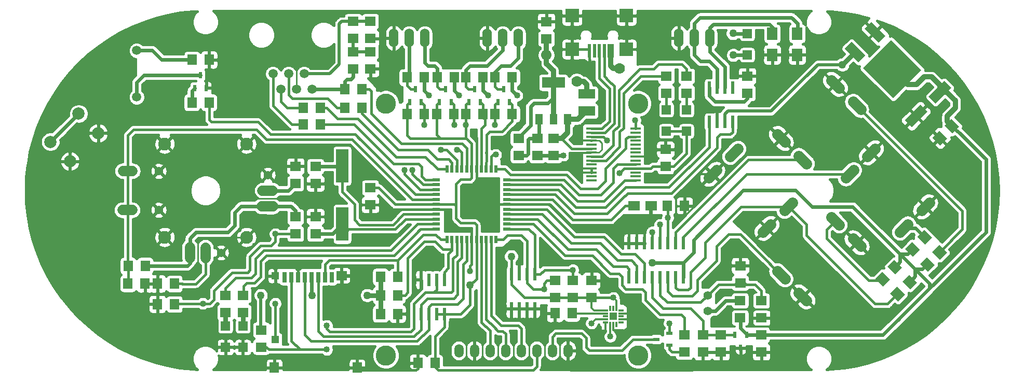
<source format=gbr>
%TF.GenerationSoftware,KiCad,Pcbnew,(5.1.5)-2*%
%TF.CreationDate,2019-12-16T21:25:58-05:00*%
%TF.ProjectId,Game_Cat,47616d65-5f43-4617-942e-6b696361645f,2.8*%
%TF.SameCoordinates,Original*%
%TF.FileFunction,Copper,L1,Top*%
%TF.FilePolarity,Positive*%
%FSLAX46Y46*%
G04 Gerber Fmt 4.6, Leading zero omitted, Abs format (unit mm)*
G04 Created by KiCad (PCBNEW (5.1.5)-2) date 2019-12-16 21:25:58*
%MOMM*%
%LPD*%
G04 APERTURE LIST*
%TA.AperFunction,ComponentPad*%
%ADD10C,1.998980*%
%TD*%
%TA.AperFunction,ComponentPad*%
%ADD11C,1.790700*%
%TD*%
%TA.AperFunction,ComponentPad*%
%ADD12C,1.500000*%
%TD*%
%TA.AperFunction,SMDPad,CuDef*%
%ADD13R,1.600200X1.803400*%
%TD*%
%TA.AperFunction,SMDPad,CuDef*%
%ADD14R,1.803400X1.600200*%
%TD*%
%TA.AperFunction,SMDPad,CuDef*%
%ADD15C,0.100000*%
%TD*%
%TA.AperFunction,SMDPad,CuDef*%
%ADD16R,1.950720X1.501140*%
%TD*%
%TA.AperFunction,SMDPad,CuDef*%
%ADD17R,1.699260X2.100580*%
%TD*%
%TA.AperFunction,SMDPad,CuDef*%
%ADD18R,2.692400X1.600200*%
%TD*%
%TA.AperFunction,ComponentPad*%
%ADD19C,1.397000*%
%TD*%
%TA.AperFunction,ComponentPad*%
%ADD20C,2.095500*%
%TD*%
%TA.AperFunction,ComponentPad*%
%ADD21C,1.407160*%
%TD*%
%TA.AperFunction,ComponentPad*%
%ADD22O,1.524000X3.048000*%
%TD*%
%TA.AperFunction,WasherPad*%
%ADD23C,3.302000*%
%TD*%
%TA.AperFunction,ComponentPad*%
%ADD24O,1.498600X2.184400*%
%TD*%
%TA.AperFunction,SMDPad,CuDef*%
%ADD25R,1.498600X1.498600*%
%TD*%
%TA.AperFunction,SMDPad,CuDef*%
%ADD26R,1.000760X0.599440*%
%TD*%
%TA.AperFunction,SMDPad,CuDef*%
%ADD27R,0.599440X1.000760*%
%TD*%
%TA.AperFunction,SMDPad,CuDef*%
%ADD28R,3.799840X1.800860*%
%TD*%
%TA.AperFunction,SMDPad,CuDef*%
%ADD29R,1.300480X1.800860*%
%TD*%
%TA.AperFunction,ComponentPad*%
%ADD30C,1.422400*%
%TD*%
%TA.AperFunction,ComponentPad*%
%ADD31C,1.501140*%
%TD*%
%TA.AperFunction,SMDPad,CuDef*%
%ADD32R,1.290320X1.300480*%
%TD*%
%TA.AperFunction,SMDPad,CuDef*%
%ADD33R,1.501140X1.699260*%
%TD*%
%TA.AperFunction,SMDPad,CuDef*%
%ADD34R,1.699260X1.501140*%
%TD*%
%TA.AperFunction,SMDPad,CuDef*%
%ADD35R,0.800100X1.678940*%
%TD*%
%TA.AperFunction,SMDPad,CuDef*%
%ADD36R,0.599440X1.998980*%
%TD*%
%TA.AperFunction,SMDPad,CuDef*%
%ADD37R,1.250000X1.250000*%
%TD*%
%TA.AperFunction,SMDPad,CuDef*%
%ADD38R,0.813000X0.305000*%
%TD*%
%TA.AperFunction,SMDPad,CuDef*%
%ADD39R,0.305000X0.813000*%
%TD*%
%TA.AperFunction,SMDPad,CuDef*%
%ADD40R,1.651000X0.406400*%
%TD*%
%TA.AperFunction,SMDPad,CuDef*%
%ADD41R,0.551180X1.300480*%
%TD*%
%TA.AperFunction,SMDPad,CuDef*%
%ADD42R,1.300480X0.551180*%
%TD*%
%TA.AperFunction,SMDPad,CuDef*%
%ADD43R,0.995680X2.197100*%
%TD*%
%TA.AperFunction,SMDPad,CuDef*%
%ADD44R,2.197100X2.197100*%
%TD*%
%TA.AperFunction,SMDPad,CuDef*%
%ADD45R,0.497840X2.197100*%
%TD*%
%TA.AperFunction,SMDPad,CuDef*%
%ADD46R,1.998980X5.499100*%
%TD*%
%TA.AperFunction,ViaPad*%
%ADD47C,1.016000*%
%TD*%
%TA.AperFunction,ViaPad*%
%ADD48C,1.270000*%
%TD*%
%TA.AperFunction,ViaPad*%
%ADD49C,1.778000*%
%TD*%
%TA.AperFunction,ViaPad*%
%ADD50C,1.701800*%
%TD*%
%TA.AperFunction,Conductor*%
%ADD51C,0.500000*%
%TD*%
%TA.AperFunction,Conductor*%
%ADD52C,0.300000*%
%TD*%
%TA.AperFunction,Conductor*%
%ADD53C,0.350000*%
%TD*%
%TA.AperFunction,Conductor*%
%ADD54C,0.304800*%
%TD*%
%TA.AperFunction,Conductor*%
%ADD55C,0.406400*%
%TD*%
%TA.AperFunction,Conductor*%
%ADD56C,0.254000*%
%TD*%
%TA.AperFunction,Conductor*%
%ADD57C,0.609600*%
%TD*%
%TA.AperFunction,Conductor*%
%ADD58C,0.250000*%
%TD*%
%TA.AperFunction,Conductor*%
%ADD59C,0.400000*%
%TD*%
%TA.AperFunction,Conductor*%
%ADD60C,0.762000*%
%TD*%
%TA.AperFunction,Conductor*%
%ADD61C,1.676400*%
%TD*%
%TA.AperFunction,Conductor*%
%ADD62C,0.812800*%
%TD*%
%TA.AperFunction,Conductor*%
%ADD63C,0.430000*%
%TD*%
%TA.AperFunction,NonConductor*%
%ADD64C,0.254000*%
%TD*%
G04 APERTURE END LIST*
D10*
%TO.P,B0,3*%
%TO.N,GND*%
X73740247Y-89716356D03*
%TO.P,B0,4*%
%TO.N,RESET*%
X65959753Y-91131644D03*
%TO.P,B0,2*%
X70557644Y-86533753D03*
%TO.P,B0,1*%
%TO.N,GND*%
X69142356Y-94314247D03*
%TD*%
D11*
%TO.P,B1,4*%
%TO.N,GND*%
X185716692Y-91175264D02*
X184450476Y-89909048D01*
%TO.P,B1,2*%
%TO.N,/B(Y)*%
X189236952Y-94695524D02*
X187970736Y-93429308D01*
%TO.P,B1,3*%
%TO.N,GND*%
X194553264Y-82338692D02*
X193287048Y-81072476D01*
%TO.P,B1,1*%
%TO.N,/B(Y)*%
X198073524Y-85858952D02*
X196807308Y-84592736D01*
%TD*%
%TO.P,B2,4*%
%TO.N,GND*%
X199146736Y-93514692D02*
X200412952Y-92248476D01*
%TO.P,B2,2*%
%TO.N,/B(B)*%
X195626476Y-97034952D02*
X196892692Y-95768736D01*
%TO.P,B2,3*%
%TO.N,GND*%
X207983308Y-102351264D02*
X209249524Y-101085048D01*
%TO.P,B2,1*%
%TO.N,/B(B)*%
X204463048Y-105871524D02*
X205729264Y-104605308D01*
%TD*%
%TO.P,B3,4*%
%TO.N,GND*%
X196807308Y-106944736D02*
X198073524Y-108210952D01*
%TO.P,B3,2*%
%TO.N,/B(A)*%
X193287048Y-103424476D02*
X194553264Y-104690692D01*
%TO.P,B3,3*%
%TO.N,GND*%
X187970736Y-115781308D02*
X189236952Y-117047524D01*
%TO.P,B3,1*%
%TO.N,/B(A)*%
X184450476Y-112261048D02*
X185716692Y-113527264D01*
%TD*%
%TO.P,B4,4*%
%TO.N,GND*%
X183377264Y-104605308D02*
X182111048Y-105871524D01*
%TO.P,B4,2*%
%TO.N,/B(X)*%
X186897524Y-101085048D02*
X185631308Y-102351264D01*
%TO.P,B4,3*%
%TO.N,GND*%
X174540692Y-95768736D02*
X173274476Y-97034952D01*
%TO.P,B4,1*%
%TO.N,/B(X)*%
X178060952Y-92248476D02*
X176794736Y-93514692D01*
%TD*%
D12*
%TO.P,BZ1,1*%
%TO.N,+3V3*%
X80010000Y-76210000D03*
%TO.P,BZ1,2*%
%TO.N,/CTRL*%
X80010000Y-83810000D03*
%TD*%
D13*
%TO.P,C1,2*%
%TO.N,GND*%
X122555000Y-119253000D03*
%TO.P,C1,1*%
%TO.N,+3V3*%
X119761000Y-119253000D03*
%TD*%
%TO.P,C2,1*%
%TO.N,AXIS(X)*%
X86207600Y-114312700D03*
%TO.P,C2,2*%
%TO.N,GND*%
X83413600Y-114312700D03*
%TD*%
D14*
%TO.P,C3,1*%
%TO.N,AXIS(Y)*%
X105918000Y-97917000D03*
%TO.P,C3,2*%
%TO.N,GND*%
X105918000Y-95123000D03*
%TD*%
%TO.P,C4,1*%
%TO.N,LV*%
X166250000Y-95147000D03*
%TO.P,C4,2*%
%TO.N,GND*%
X166250000Y-92353000D03*
%TD*%
%TA.AperFunction,SMDPad,CuDef*%
D15*
%TO.P,C5,2*%
%TO.N,GND*%
G36*
X206390131Y-88746381D02*
G01*
X205258619Y-87614869D01*
X207803623Y-85069865D01*
X208935135Y-86201377D01*
X206390131Y-88746381D01*
G37*
%TD.AperFunction*%
%TA.AperFunction,SMDPad,CuDef*%
%TO.P,C5,1*%
%TO.N,+3V3*%
G36*
X210280377Y-84856135D02*
G01*
X209148865Y-83724623D01*
X211693869Y-81179619D01*
X212825381Y-82311131D01*
X210280377Y-84856135D01*
G37*
%TD.AperFunction*%
%TD*%
D14*
%TO.P,C6,1*%
%TO.N,OSC1*%
X109169200Y-95148400D03*
%TO.P,C6,2*%
%TO.N,GND*%
X109169200Y-97942400D03*
%TD*%
%TO.P,C7,2*%
%TO.N,GND*%
X109169200Y-103352600D03*
%TO.P,C7,1*%
%TO.N,OSC2*%
X109169200Y-106146600D03*
%TD*%
D16*
%TO.P,C8,1*%
%TO.N,/VCAP*%
X161125860Y-101600000D03*
%TO.P,C8,2*%
%TO.N,GND*%
X163874140Y-101600000D03*
%TD*%
%TA.AperFunction,SMDPad,CuDef*%
D15*
%TO.P,C9,1*%
%TO.N,+3V3*%
G36*
X213022670Y-89750526D02*
G01*
X211747474Y-88475330D01*
X212878986Y-87343818D01*
X214154182Y-88619014D01*
X213022670Y-89750526D01*
G37*
%TD.AperFunction*%
%TA.AperFunction,SMDPad,CuDef*%
%TO.P,C9,2*%
%TO.N,GND*%
G36*
X211047014Y-91726182D02*
G01*
X209771818Y-90450986D01*
X210903330Y-89319474D01*
X212178526Y-90594670D01*
X211047014Y-91726182D01*
G37*
%TD.AperFunction*%
%TD*%
D14*
%TO.P,C10,1*%
%TO.N,+3V3*%
X118110000Y-98615500D03*
%TO.P,C10,2*%
%TO.N,GND*%
X118110000Y-101409500D03*
%TD*%
D13*
%TO.P,C11,2*%
%TO.N,ADC-0*%
X166560500Y-101600000D03*
%TO.P,C11,1*%
%TO.N,GND*%
X169354500Y-101600000D03*
%TD*%
%TO.P,C12,1*%
%TO.N,+3V3*%
X89027000Y-77724000D03*
%TO.P,C12,2*%
%TO.N,GND*%
X91821000Y-77724000D03*
%TD*%
D14*
%TO.P,C13,2*%
%TO.N,GND*%
X146812000Y-71501000D03*
%TO.P,C13,1*%
%TO.N,Net-(C13-Pad1)*%
X146812000Y-74295000D03*
%TD*%
%TO.P,C14,1*%
%TO.N,Net-(C14-Pad1)*%
X142290800Y-93345000D03*
%TO.P,C14,2*%
%TO.N,Net-(C13-Pad1)*%
X142290800Y-90551000D03*
%TD*%
%TO.P,C15,2*%
%TO.N,GND*%
X154178000Y-113792000D03*
%TO.P,C15,1*%
%TO.N,+3V3*%
X154178000Y-116586000D03*
%TD*%
D13*
%TO.P,C16,2*%
%TO.N,GND*%
X148209000Y-119126000D03*
%TO.P,C16,1*%
%TO.N,Net-(C16-Pad1)*%
X151003000Y-119126000D03*
%TD*%
D14*
%TO.P,C19,2*%
%TO.N,GND*%
X178435000Y-111379000D03*
%TO.P,C19,1*%
%TO.N,LIGHT*%
X178435000Y-114173000D03*
%TD*%
%TO.P,C20,2*%
%TO.N,GND*%
X172339000Y-125476000D03*
%TO.P,C20,1*%
%TO.N,TEMP*%
X172339000Y-122682000D03*
%TD*%
%TO.P,C21,1*%
%TO.N,+3V3*%
X181864000Y-122682000D03*
%TO.P,C21,2*%
%TO.N,GND*%
X181864000Y-125476000D03*
%TD*%
%TO.P,C22,2*%
%TO.N,GND*%
X118110000Y-79197200D03*
%TO.P,C22,1*%
%TO.N,Net-(C22-Pad1)*%
X118110000Y-76403200D03*
%TD*%
D13*
%TO.P,C23,2*%
%TO.N,GND*%
X125857000Y-127254000D03*
%TO.P,C23,1*%
%TO.N,+3V3*%
X128651000Y-127254000D03*
%TD*%
%TO.P,C24,1*%
%TO.N,BUTTON-R*%
X78600300Y-114300000D03*
%TO.P,C24,2*%
%TO.N,GND*%
X81394300Y-114300000D03*
%TD*%
%TO.P,C25,2*%
%TO.N,GND*%
X83413600Y-117652800D03*
%TO.P,C25,1*%
%TO.N,CHECK-SD*%
X86207600Y-117652800D03*
%TD*%
D14*
%TO.P,C26,1*%
%TO.N,+3V3*%
X118110000Y-71450200D03*
%TO.P,C26,2*%
%TO.N,GND*%
X118110000Y-74244200D03*
%TD*%
D17*
%TO.P,D1,1*%
%TO.N,GND*%
X187706000Y-76913740D03*
%TO.P,D1,2*%
%TO.N,/CANH*%
X187706000Y-73454260D03*
%TD*%
%TO.P,D2,2*%
%TO.N,/CANL*%
X183642000Y-73454260D03*
%TO.P,D2,1*%
%TO.N,GND*%
X183642000Y-76913740D03*
%TD*%
D18*
%TO.P,F1,2*%
%TO.N,VCC+*%
X153416000Y-86106000D03*
%TO.P,F1,1*%
%TO.N,Net-(F1-Pad1)*%
X153416000Y-83312000D03*
%TD*%
D19*
%TO.P,J1,3*%
%TO.N,GND*%
X93789500Y-109245400D03*
%TO.P,J1,2*%
%TO.N,AXIS(X)*%
X91249500Y-109245400D03*
%TO.P,J1,1*%
%TO.N,+3V3*%
X88709500Y-109245400D03*
D20*
%TO.P,J1,9*%
%TO.N,GND*%
X84582000Y-91465400D03*
X97917000Y-91465400D03*
X97917000Y-106705400D03*
X84582000Y-106705400D03*
D19*
%TO.P,J1,6*%
X101409500Y-96545400D03*
%TO.P,J1,5*%
%TO.N,AXIS(Y)*%
X101409500Y-99085400D03*
%TO.P,J1,4*%
%TO.N,+3V3*%
X101409500Y-101625400D03*
D21*
%TO.P,J1,8*%
%TO.N,GND*%
X83629500Y-95910400D03*
X83629500Y-102260400D03*
%TO.P,J1,7*%
%TO.N,BUTTON-R*%
X78549500Y-95910400D03*
X78549500Y-102260400D03*
%TD*%
D22*
%TO.P,J2,3*%
%TO.N,GND*%
X168402000Y-74168000D03*
%TO.P,J2,2*%
%TO.N,/CANH*%
X170942000Y-74168000D03*
%TO.P,J2,1*%
%TO.N,/CANL*%
X173482000Y-74168000D03*
X173482000Y-74168000D03*
%TO.P,J2,2*%
%TO.N,/CANH*%
X170942000Y-74168000D03*
%TO.P,J2,3*%
%TO.N,GND*%
X168402000Y-74168000D03*
%TD*%
%TO.P,J3,3*%
%TO.N,GND*%
X121920000Y-74168000D03*
%TO.P,J3,2*%
%TO.N,RXU-5V*%
X124460000Y-74168000D03*
%TO.P,J3,1*%
%TO.N,TXU-5V*%
X127000000Y-74168000D03*
X127000000Y-74168000D03*
%TO.P,J3,2*%
%TO.N,RXU-5V*%
X124460000Y-74168000D03*
%TO.P,J3,3*%
%TO.N,GND*%
X121920000Y-74168000D03*
%TD*%
%TO.P,J4,3*%
%TO.N,GND*%
X137160000Y-74168000D03*
%TO.P,J4,2*%
%TO.N,PWMA-5V*%
X139700000Y-74168000D03*
%TO.P,J4,1*%
%TO.N,PWMB-5V*%
X142240000Y-74168000D03*
X142240000Y-74168000D03*
%TO.P,J4,2*%
%TO.N,PWMA-5V*%
X139700000Y-74168000D03*
%TO.P,J4,3*%
%TO.N,GND*%
X137160000Y-74168000D03*
%TD*%
D23*
%TO.P,LCD1,*%
%TO.N,*%
X161804000Y-84863400D03*
X120656000Y-84863400D03*
X161804000Y-126011400D03*
X120656000Y-126011400D03*
D24*
%TO.P,LCD1,1*%
%TO.N,SS1*%
X132540000Y-125247400D03*
%TO.P,LCD1,2*%
%TO.N,GND*%
X135080000Y-125247400D03*
%TO.P,LCD1,3*%
%TO.N,SDI1*%
X137620000Y-125247400D03*
%TO.P,LCD1,4*%
%TO.N,SDO1*%
X140160000Y-125247400D03*
%TO.P,LCD1,5*%
%TO.N,CLK1*%
X142700000Y-125247400D03*
%TO.P,LCD1,6*%
%TO.N,+3V3*%
X145240000Y-125247400D03*
%TO.P,LCD1,7*%
%TO.N,/LED*%
X147780000Y-125247400D03*
%TO.P,LCD1,8*%
%TO.N,GND*%
X150320000Y-125247400D03*
%TD*%
D25*
%TO.P,LD1,2*%
%TO.N,Net-(LD1-Pad2)*%
X169672000Y-85882480D03*
%TO.P,LD1,1*%
%TO.N,LV*%
X169672000Y-89377520D03*
%TD*%
%TO.P,LD2,1*%
%TO.N,LV*%
X166370000Y-89377520D03*
%TO.P,LD2,2*%
%TO.N,Net-(LD2-Pad2)*%
X166370000Y-85882480D03*
%TD*%
%TO.P,LD3,2*%
%TO.N,GND*%
X94488000Y-124683520D03*
%TO.P,LD3,1*%
%TO.N,Net-(LD3-Pad1)*%
X94488000Y-121188480D03*
%TD*%
%TO.P,LD4,1*%
%TO.N,Net-(LD4-Pad1)*%
X97345500Y-121188480D03*
%TO.P,LD4,2*%
%TO.N,GND*%
X97345500Y-124683520D03*
%TD*%
%TO.P,LD5,2*%
%TO.N,Net-(LD5-Pad2)*%
X179578000Y-76931520D03*
%TO.P,LD5,1*%
%TO.N,Net-(C13-Pad1)*%
X179578000Y-73436480D03*
%TD*%
D26*
%TO.P,Q1,1*%
%TO.N,Net-(Q1-Pad1)*%
X166878000Y-124333000D03*
%TO.P,Q1,2*%
%TO.N,/LED*%
X164764720Y-123380500D03*
%TO.P,Q1,3*%
%TO.N,+3V3*%
X166878000Y-122428000D03*
%TD*%
D27*
%TO.P,Q2,3*%
%TO.N,GND*%
X91376500Y-82336640D03*
%TO.P,Q2,2*%
%TO.N,/CTRL*%
X90424000Y-80223360D03*
%TO.P,Q2,1*%
%TO.N,Net-(Q2-Pad1)*%
X89471500Y-82336640D03*
%TD*%
%TO.P,Q3,3*%
%TO.N,TXU-3V3*%
X131305300Y-84648040D03*
%TO.P,Q3,2*%
%TO.N,TXU-5V*%
X130352800Y-82534760D03*
%TO.P,Q3,1*%
%TO.N,+3V3*%
X129400300Y-84648040D03*
%TD*%
%TO.P,Q4,3*%
%TO.N,RXU-3V3*%
X126428500Y-84660740D03*
%TO.P,Q4,2*%
%TO.N,RXU-5V*%
X125476000Y-82547460D03*
%TO.P,Q4,1*%
%TO.N,+3V3*%
X124523500Y-84660740D03*
%TD*%
D28*
%TO.P,Q5,2*%
%TO.N,Net-(C13-Pad1)*%
X147955000Y-81455260D03*
D29*
%TO.P,Q5,3*%
%TO.N,VCC+*%
X150256240Y-87454740D03*
%TO.P,Q5,2*%
%TO.N,Net-(C13-Pad1)*%
X147955000Y-87454740D03*
%TO.P,Q5,1*%
%TO.N,Net-(C14-Pad1)*%
X145653760Y-87454740D03*
%TD*%
D27*
%TO.P,Q7,1*%
%TO.N,+3V3*%
X134150100Y-84648040D03*
%TO.P,Q7,2*%
%TO.N,PWMA-5V*%
X135102600Y-82534760D03*
%TO.P,Q7,3*%
%TO.N,PWMA-3V3*%
X136055100Y-84648040D03*
%TD*%
%TO.P,Q8,1*%
%TO.N,+3V3*%
X138899900Y-84648040D03*
%TO.P,Q8,2*%
%TO.N,PWMB-5V*%
X139852400Y-82534760D03*
%TO.P,Q8,3*%
%TO.N,PWMB-3V3*%
X140804900Y-84648040D03*
%TD*%
%TA.AperFunction,SMDPad,CuDef*%
D15*
%TO.P,R1,1*%
%TO.N,+3V3*%
G36*
X208896730Y-109918874D02*
G01*
X210171926Y-111194070D01*
X209040414Y-112325582D01*
X207765218Y-111050386D01*
X208896730Y-109918874D01*
G37*
%TD.AperFunction*%
%TA.AperFunction,SMDPad,CuDef*%
%TO.P,R1,2*%
%TO.N,/B(Y)*%
G36*
X210872386Y-107943218D02*
G01*
X212147582Y-109218414D01*
X211016070Y-110349926D01*
X209740874Y-109074730D01*
X210872386Y-107943218D01*
G37*
%TD.AperFunction*%
%TD*%
%TA.AperFunction,SMDPad,CuDef*%
%TO.P,R2,2*%
%TO.N,/B(B)*%
G36*
X208433986Y-105504818D02*
G01*
X209709182Y-106780014D01*
X208577670Y-107911526D01*
X207302474Y-106636330D01*
X208433986Y-105504818D01*
G37*
%TD.AperFunction*%
%TA.AperFunction,SMDPad,CuDef*%
%TO.P,R2,1*%
%TO.N,+3V3*%
G36*
X206458330Y-107480474D02*
G01*
X207733526Y-108755670D01*
X206602014Y-109887182D01*
X205326818Y-108611986D01*
X206458330Y-107480474D01*
G37*
%TD.AperFunction*%
%TD*%
D14*
%TO.P,R3,2*%
%TO.N,Net-(R3-Pad2)*%
X178409600Y-117068600D03*
%TO.P,R3,1*%
%TO.N,+3V3*%
X178409600Y-119862600D03*
%TD*%
%TA.AperFunction,SMDPad,CuDef*%
D15*
%TO.P,R4,1*%
%TO.N,+3V3*%
G36*
X206139270Y-115226726D02*
G01*
X204864074Y-113951530D01*
X205995586Y-112820018D01*
X207270782Y-114095214D01*
X206139270Y-115226726D01*
G37*
%TD.AperFunction*%
%TA.AperFunction,SMDPad,CuDef*%
%TO.P,R4,2*%
%TO.N,/B(X)*%
G36*
X204163614Y-117202382D02*
G01*
X202888418Y-115927186D01*
X204019930Y-114795674D01*
X205295126Y-116070870D01*
X204163614Y-117202382D01*
G37*
%TD.AperFunction*%
%TD*%
%TA.AperFunction,SMDPad,CuDef*%
%TO.P,R5,2*%
%TO.N,/B(A)*%
G36*
X201725214Y-114763982D02*
G01*
X200450018Y-113488786D01*
X201581530Y-112357274D01*
X202856726Y-113632470D01*
X201725214Y-114763982D01*
G37*
%TD.AperFunction*%
%TA.AperFunction,SMDPad,CuDef*%
%TO.P,R5,1*%
%TO.N,+3V3*%
G36*
X203700870Y-112788326D02*
G01*
X202425674Y-111513130D01*
X203557186Y-110381618D01*
X204832382Y-111656814D01*
X203700870Y-112788326D01*
G37*
%TD.AperFunction*%
%TD*%
D30*
%TO.P,R6,2*%
%TO.N,LIGHT*%
X173101000Y-116205000D03*
%TO.P,R6,1*%
%TO.N,Net-(R3-Pad2)*%
X173101000Y-118745000D03*
%TD*%
D13*
%TO.P,R7,1*%
%TO.N,BUTTON-R*%
X78613000Y-111379000D03*
%TO.P,R7,2*%
%TO.N,+3V3*%
X81407000Y-111379000D03*
%TD*%
D14*
%TO.P,R8,1*%
%TO.N,Net-(Q1-Pad1)*%
X169291000Y-125476000D03*
%TO.P,R8,2*%
%TO.N,CTRL-LED*%
X169291000Y-122682000D03*
%TD*%
%TO.P,R9,2*%
%TO.N,+3V3*%
X105918000Y-103378000D03*
%TO.P,R9,1*%
%TO.N,CHECK-SD*%
X105918000Y-106172000D03*
%TD*%
%TO.P,R10,2*%
%TO.N,SCL*%
X148209000Y-113792000D03*
%TO.P,R10,1*%
%TO.N,+3V3*%
X148209000Y-116586000D03*
%TD*%
%TO.P,R11,1*%
%TO.N,+3V3*%
X151130000Y-116586000D03*
%TO.P,R11,2*%
%TO.N,SDA*%
X151130000Y-113792000D03*
%TD*%
%TO.P,R12,2*%
%TO.N,/CBUS1*%
X169672000Y-80391000D03*
%TO.P,R12,1*%
%TO.N,Net-(LD1-Pad2)*%
X169672000Y-83185000D03*
%TD*%
%TO.P,R13,2*%
%TO.N,/CBUS0*%
X166370000Y-80391000D03*
%TO.P,R13,1*%
%TO.N,Net-(LD2-Pad2)*%
X166370000Y-83185000D03*
%TD*%
%TO.P,R14,1*%
%TO.N,+3V3*%
X115316000Y-71450200D03*
%TO.P,R14,2*%
%TO.N,Net-(C22-Pad1)*%
X115316000Y-74244200D03*
%TD*%
D13*
%TO.P,R15,2*%
%TO.N,Net-(Q2-Pad1)*%
X89027000Y-84709000D03*
%TO.P,R15,1*%
%TO.N,BUZZER*%
X91821000Y-84709000D03*
%TD*%
%TO.P,R16,1*%
%TO.N,+5C*%
X131787900Y-80619600D03*
%TO.P,R16,2*%
%TO.N,TXU-5V*%
X128993900Y-80619600D03*
%TD*%
%TO.P,R17,1*%
%TO.N,+3V3*%
X128955800Y-86563200D03*
%TO.P,R17,2*%
%TO.N,TXU-3V3*%
X131749800Y-86563200D03*
%TD*%
%TO.P,R18,1*%
%TO.N,+5C*%
X126873000Y-80619600D03*
%TO.P,R18,2*%
%TO.N,RXU-5V*%
X124079000Y-80619600D03*
%TD*%
%TO.P,R19,1*%
%TO.N,+3V3*%
X124091700Y-86563200D03*
%TO.P,R19,2*%
%TO.N,RXU-3V3*%
X126885700Y-86563200D03*
%TD*%
D14*
%TO.P,R20,1*%
%TO.N,Net-(LD3-Pad1)*%
X94488000Y-118999000D03*
%TO.P,R20,2*%
%TO.N,LED-PW*%
X94488000Y-116205000D03*
%TD*%
%TO.P,R21,1*%
%TO.N,Net-(LD4-Pad1)*%
X97345500Y-118999000D03*
%TO.P,R21,2*%
%TO.N,LED-BUSY*%
X97345500Y-116205000D03*
%TD*%
D13*
%TO.P,R22,1*%
%TO.N,+5C*%
X136499600Y-80619600D03*
%TO.P,R22,2*%
%TO.N,PWMA-5V*%
X133705600Y-80619600D03*
%TD*%
%TO.P,R23,2*%
%TO.N,PWMA-3V3*%
X136499600Y-86563200D03*
%TO.P,R23,1*%
%TO.N,+3V3*%
X133705600Y-86563200D03*
%TD*%
D14*
%TO.P,R24,2*%
%TO.N,GND*%
X179578000Y-80391000D03*
%TO.P,R24,1*%
%TO.N,/RS*%
X179578000Y-83185000D03*
%TD*%
D13*
%TO.P,R25,2*%
%TO.N,+3V3*%
X119761000Y-116205000D03*
%TO.P,R25,1*%
%TO.N,SS_RAM*%
X122555000Y-116205000D03*
%TD*%
%TO.P,R27,2*%
%TO.N,RESET*%
X113919000Y-82550000D03*
%TO.P,R27,1*%
%TO.N,/RESET_*%
X116713000Y-82550000D03*
%TD*%
D14*
%TO.P,R28,2*%
%TO.N,Net-(C14-Pad1)*%
X145338800Y-90551000D03*
%TO.P,R28,1*%
%TO.N,PWREN*%
X145338800Y-93345000D03*
%TD*%
%TO.P,R29,1*%
%TO.N,VCC+*%
X147955000Y-90551000D03*
%TO.P,R29,2*%
%TO.N,PWREN*%
X147955000Y-93345000D03*
%TD*%
%TO.P,R33,2*%
%TO.N,GND*%
X181864000Y-119888000D03*
%TO.P,R33,1*%
%TO.N,LIGHT*%
X181864000Y-117094000D03*
%TD*%
%TO.P,R34,1*%
%TO.N,TEMP*%
X175260000Y-122682000D03*
%TO.P,R34,2*%
%TO.N,GND*%
X175260000Y-125476000D03*
%TD*%
D13*
%TO.P,R35,1*%
%TO.N,+5C*%
X141249400Y-80619600D03*
%TO.P,R35,2*%
%TO.N,PWMB-5V*%
X138455400Y-80619600D03*
%TD*%
%TO.P,R36,1*%
%TO.N,+3V3*%
X138455400Y-86563200D03*
%TO.P,R36,2*%
%TO.N,PWMB-3V3*%
X141249400Y-86563200D03*
%TD*%
D14*
%TO.P,R37,2*%
%TO.N,RESET*%
X115316000Y-79197200D03*
%TO.P,R37,1*%
%TO.N,Net-(C22-Pad1)*%
X115316000Y-76403200D03*
%TD*%
%TO.P,R38,1*%
%TO.N,SDI2*%
X100330000Y-124650500D03*
%TO.P,R38,2*%
%TO.N,+3V3*%
X100330000Y-121856500D03*
%TD*%
D13*
%TO.P,R39,2*%
%TO.N,+3V3*%
X119761000Y-113157000D03*
%TO.P,R39,1*%
%TO.N,SS_SD*%
X122555000Y-113157000D03*
%TD*%
%TO.P,R40,1*%
%TO.N,/_PGD*%
X113919000Y-85598000D03*
%TO.P,R40,2*%
%TO.N,PGD*%
X116713000Y-85598000D03*
%TD*%
%TO.P,R41,2*%
%TO.N,PGC*%
X109982000Y-85598000D03*
%TO.P,R41,1*%
%TO.N,/_PGC*%
X107188000Y-85598000D03*
%TD*%
%TO.P,R42,2*%
%TO.N,AUX*%
X109982000Y-88265000D03*
%TO.P,R42,1*%
%TO.N,/_AUX*%
X107188000Y-88265000D03*
%TD*%
D31*
%TO.P,RJ1,1*%
%TO.N,RESET*%
X108585000Y-82550000D03*
%TO.P,RJ1,2*%
%TO.N,+3V3*%
X107315000Y-80010000D03*
%TO.P,RJ1,3*%
%TO.N,GND*%
X106045000Y-82550000D03*
%TO.P,RJ1,4*%
%TO.N,/_PGD*%
X104775000Y-80010000D03*
%TO.P,RJ1,5*%
%TO.N,/_PGC*%
X103505000Y-82550000D03*
%TO.P,RJ1,6*%
%TO.N,/_AUX*%
X102235000Y-80010000D03*
%TD*%
D32*
%TO.P,SD1,CD2*%
%TO.N,CHECK-SD*%
X102616000Y-123444000D03*
D33*
%TO.P,SD1,6*%
%TO.N,GND*%
X102471220Y-128026160D03*
D34*
X113411000Y-112966500D03*
D33*
X115968780Y-128026160D03*
D32*
%TO.P,SD1,CD1*%
X102616000Y-113030000D03*
D35*
%TO.P,SD1,8*%
%TO.N,Net-(SD1-Pad8)*%
X104160320Y-113266220D03*
%TO.P,SD1,7*%
%TO.N,SDI2*%
X105260140Y-113266220D03*
%TO.P,SD1,6*%
%TO.N,GND*%
X106359960Y-113266220D03*
%TO.P,SD1,5*%
%TO.N,CLK2*%
X107459780Y-113266220D03*
%TO.P,SD1,4*%
%TO.N,+3V3*%
X108562140Y-113266220D03*
%TO.P,SD1,3*%
%TO.N,SDO2*%
X109661960Y-113266220D03*
%TO.P,SD1,2*%
%TO.N,SS_SD*%
X110761780Y-113266220D03*
%TO.P,SD1,1*%
%TO.N,Net-(SD1-Pad1)*%
X111861600Y-113266220D03*
%TD*%
D36*
%TO.P,U1,16*%
%TO.N,+3V3*%
X169164000Y-113284000D03*
%TO.P,U1,15*%
%TO.N,/B(X)*%
X167894000Y-113284000D03*
%TO.P,U1,14*%
%TO.N,/B(A)*%
X166624000Y-113284000D03*
%TO.P,U1,13*%
%TO.N,LIGHT*%
X165354000Y-113284000D03*
%TO.P,U1,12*%
%TO.N,TEMP*%
X164084000Y-113284000D03*
%TO.P,U1,11*%
%TO.N,MUX-A*%
X162814000Y-113284000D03*
%TO.P,U1,10*%
%TO.N,MUX-B*%
X161544000Y-113284000D03*
%TO.P,U1,9*%
%TO.N,MUX-C*%
X160274000Y-113284000D03*
%TO.P,U1,8*%
%TO.N,GND*%
X160274000Y-107696000D03*
%TO.P,U1,7*%
X161544000Y-107696000D03*
%TO.P,U1,6*%
X162814000Y-107696000D03*
%TO.P,U1,5*%
%TO.N,AXIS(X)*%
X164084000Y-107696000D03*
%TO.P,U1,4*%
%TO.N,AXIS(Y)*%
X165354000Y-107696000D03*
%TO.P,U1,3*%
%TO.N,ADC-0*%
X166624000Y-107696000D03*
%TO.P,U1,2*%
%TO.N,/B(Y)*%
X167894000Y-107696000D03*
%TO.P,U1,1*%
%TO.N,/B(B)*%
X169164000Y-107696000D03*
%TD*%
%TO.P,U2,1*%
%TO.N,SS_RAM*%
X130175000Y-113665000D03*
%TO.P,U2,2*%
%TO.N,SDI2*%
X128905000Y-113665000D03*
%TO.P,U2,3*%
%TO.N,N/C*%
X127635000Y-113665000D03*
%TO.P,U2,4*%
%TO.N,GND*%
X126365000Y-113665000D03*
%TO.P,U2,5*%
%TO.N,SDO2*%
X126365000Y-119253000D03*
%TO.P,U2,6*%
%TO.N,CLK2*%
X127635000Y-119253000D03*
%TO.P,U2,7*%
%TO.N,+3V3*%
X128905000Y-119253000D03*
%TO.P,U2,8*%
X130175000Y-119253000D03*
%TD*%
%TO.P,U3,8*%
%TO.N,+3V3*%
X141097000Y-112776000D03*
%TO.P,U3,7*%
%TO.N,GND*%
X142367000Y-112776000D03*
%TO.P,U3,6*%
%TO.N,SCL*%
X143637000Y-112776000D03*
%TO.P,U3,5*%
%TO.N,SDA*%
X144907000Y-112776000D03*
%TO.P,U3,4*%
%TO.N,GND*%
X144907000Y-118364000D03*
%TO.P,U3,3*%
X143637000Y-118364000D03*
%TO.P,U3,2*%
X142367000Y-118364000D03*
%TO.P,U3,1*%
X141097000Y-118364000D03*
%TD*%
D37*
%TO.P,U4,*%
%TO.N,*%
X157729000Y-119650000D03*
D38*
%TO.P,U4,5*%
%TO.N,GND*%
X156454000Y-120650000D03*
%TO.P,U4,4*%
%TO.N,SCL*%
X156454000Y-120150000D03*
%TO.P,U4,1*%
%TO.N,+3V3*%
X156454000Y-118650000D03*
%TO.P,U4,2*%
%TO.N,Net-(C16-Pad1)*%
X156454000Y-119150000D03*
%TO.P,U4,11*%
%TO.N,Net-(U4-Pad11)*%
X159004000Y-119650000D03*
D39*
%TO.P,U4,8*%
%TO.N,N/C*%
X158229000Y-120925000D03*
%TO.P,U4,6*%
%TO.N,SDA*%
X157229000Y-120925000D03*
%TO.P,U4,16*%
%TO.N,N/C*%
X157229000Y-118375000D03*
%TO.P,U4,7*%
%TO.N,GND*%
X157729000Y-120925000D03*
D38*
%TO.P,U4,13*%
%TO.N,N/C*%
X159004000Y-118650000D03*
%TO.P,U4,12*%
%TO.N,GND*%
X159004000Y-119150000D03*
%TO.P,U4,9*%
%TO.N,Net-(U4-Pad9)*%
X159004000Y-120650000D03*
%TO.P,U4,3*%
%TO.N,N/C*%
X156454000Y-119650000D03*
%TO.P,U4,10*%
%TO.N,GND*%
X159004000Y-120150000D03*
D39*
%TO.P,U4,15*%
%TO.N,N/C*%
X157729000Y-118375000D03*
%TO.P,U4,14*%
%TO.N,+3V3*%
X158229000Y-118375000D03*
%TD*%
D40*
%TO.P,U5,17*%
%TO.N,LV*%
X154134820Y-90291920D03*
%TO.P,U5,16*%
%TO.N,/USBDM*%
X154134820Y-89644220D03*
%TO.P,U5,15*%
%TO.N,/USBDP*%
X154134820Y-88993980D03*
%TO.P,U5,14*%
%TO.N,PWREN*%
X161333180Y-88993980D03*
%TO.P,U5,13*%
%TO.N,Net-(U5-Pad13)*%
X161333180Y-89644220D03*
%TO.P,U5,12*%
%TO.N,SLEEP*%
X161333180Y-90291920D03*
%TO.P,U5,3*%
%TO.N,Net-(U5-Pad3)*%
X161333180Y-96144080D03*
%TO.P,U5,2*%
%TO.N,Net-(U5-Pad2)*%
X161333180Y-96791780D03*
%TO.P,U5,1*%
%TO.N,TXD*%
X161333180Y-97442020D03*
%TO.P,U5,28*%
%TO.N,Net-(U5-Pad28)*%
X154134820Y-97442020D03*
%TO.P,U5,27*%
%TO.N,Net-(U5-Pad27)*%
X154134820Y-96791780D03*
%TO.P,U5,26*%
%TO.N,GND*%
X154134820Y-96144080D03*
%TO.P,U5,24*%
%TO.N,Net-(U5-Pad24)*%
X154134820Y-94843600D03*
%TO.P,U5,11*%
%TO.N,Net-(U5-Pad11)*%
X161333180Y-90942160D03*
%TO.P,U5,23*%
%TO.N,/CBUS0*%
X154134820Y-94193360D03*
%TO.P,U5,22*%
%TO.N,/CBUS1*%
X154134820Y-93543120D03*
%TO.P,U5,21*%
%TO.N,GND*%
X154134820Y-92892880D03*
%TO.P,U5,20*%
%TO.N,VCC+*%
X154134820Y-92242640D03*
%TO.P,U5,19*%
X154134820Y-91592400D03*
%TO.P,U5,18*%
%TO.N,GND*%
X154134820Y-90942160D03*
%TO.P,U5,6*%
%TO.N,Net-(U5-Pad6)*%
X161333180Y-94193360D03*
%TO.P,U5,5*%
%TO.N,RXD*%
X161333180Y-94843600D03*
%TO.P,U5,4*%
%TO.N,LV*%
X161333180Y-95493840D03*
%TO.P,U5,25*%
%TO.N,GND*%
X154134820Y-95493840D03*
%TO.P,U5,10*%
%TO.N,Net-(U5-Pad10)*%
X161333180Y-91592400D03*
%TO.P,U5,9*%
%TO.N,Net-(U5-Pad9)*%
X161333180Y-92242640D03*
%TO.P,U5,8*%
%TO.N,Net-(U5-Pad8)*%
X161333180Y-92892880D03*
%TO.P,U5,7*%
%TO.N,GND*%
X161333180Y-93543120D03*
%TD*%
D41*
%TO.P,U6,44*%
%TO.N,SCL*%
X138620500Y-107096560D03*
%TO.P,U6,43*%
%TO.N,CLK1*%
X137820400Y-107096560D03*
%TO.P,U6,42*%
%TO.N,SDO1*%
X137020300Y-107096560D03*
D42*
%TO.P,U6,33*%
%TO.N,LED-BUSY*%
X128869440Y-105346500D03*
%TO.P,U6,32*%
%TO.N,LED-PW*%
X128869440Y-104546400D03*
%TO.P,U6,31*%
%TO.N,OSC2*%
X128869440Y-103746300D03*
D41*
%TO.P,U6,22*%
%TO.N,PGC*%
X130619500Y-95595440D03*
%TO.P,U6,21*%
%TO.N,PGD*%
X131419600Y-95595440D03*
%TO.P,U6,20*%
%TO.N,CHECK-SD*%
X132219700Y-95595440D03*
D42*
%TO.P,U6,11*%
%TO.N,RXD*%
X140370560Y-97345500D03*
%TO.P,U6,10*%
%TO.N,TXD*%
X140370560Y-98145600D03*
%TO.P,U6,9*%
%TO.N,TXC*%
X140370560Y-98945700D03*
D41*
%TO.P,U6,41*%
%TO.N,SDI1*%
X136220200Y-107096560D03*
%TO.P,U6,40*%
%TO.N,+3V3*%
X135420100Y-107096560D03*
%TO.P,U6,39*%
%TO.N,GND*%
X134620000Y-107096560D03*
%TO.P,U6,38*%
%TO.N,CLK2*%
X133819900Y-107096560D03*
%TO.P,U6,37*%
%TO.N,SDO2*%
X133019800Y-107096560D03*
%TO.P,U6,36*%
%TO.N,SDI2*%
X132219700Y-107096560D03*
%TO.P,U6,35*%
%TO.N,SS_RAM*%
X131419600Y-107096560D03*
%TO.P,U6,34*%
%TO.N,SS_SD*%
X130619500Y-107096560D03*
D42*
%TO.P,U6,30*%
%TO.N,OSC1*%
X128869440Y-102946200D03*
%TO.P,U6,29*%
%TO.N,GND*%
X128869440Y-102146100D03*
%TO.P,U6,28*%
%TO.N,+3V3*%
X128869440Y-101346000D03*
%TO.P,U6,27*%
%TO.N,BUTTON-R*%
X128869440Y-100545900D03*
%TO.P,U6,26*%
%TO.N,BUZZER*%
X128869440Y-99745800D03*
%TO.P,U6,25*%
%TO.N,RXU-3V3*%
X128869440Y-98945700D03*
%TO.P,U6,24*%
%TO.N,TXU-3V3*%
X128869440Y-98145600D03*
%TO.P,U6,23*%
%TO.N,AUX*%
X128869440Y-97345500D03*
D41*
%TO.P,U6,19*%
%TO.N,ADC-0*%
X133019800Y-95595440D03*
%TO.P,U6,18*%
%TO.N,/RESET_*%
X133819900Y-95595440D03*
%TO.P,U6,17*%
%TO.N,+3V3*%
X134620000Y-95595440D03*
%TO.P,U6,16*%
%TO.N,GND*%
X135420100Y-95595440D03*
%TO.P,U6,15*%
%TO.N,PWMA-3V3*%
X136220200Y-95595440D03*
%TO.P,U6,14*%
%TO.N,PWMB-3V3*%
X137020300Y-95595440D03*
%TO.P,U6,13*%
%TO.N,SS1*%
X137820400Y-95595440D03*
%TO.P,U6,12*%
%TO.N,SLEEP*%
X138620500Y-95595440D03*
D42*
%TO.P,U6,3*%
%TO.N,MUX-C*%
X140370560Y-103746300D03*
%TO.P,U6,2*%
%TO.N,CTRL-LED*%
X140370560Y-104546400D03*
%TO.P,U6,1*%
%TO.N,SDA*%
X140370560Y-105346500D03*
%TO.P,U6,8*%
%TO.N,RXC*%
X140370560Y-99745800D03*
%TO.P,U6,7*%
%TO.N,/VCAP*%
X140370560Y-100545900D03*
%TO.P,U6,6*%
%TO.N,GND*%
X140370560Y-101346000D03*
%TO.P,U6,5*%
%TO.N,MUX-A*%
X140370560Y-102146100D03*
%TO.P,U6,4*%
%TO.N,MUX-B*%
X140370560Y-102946200D03*
%TD*%
D36*
%TO.P,U7,8*%
%TO.N,/RS*%
X173355000Y-82296000D03*
%TO.P,U7,7*%
%TO.N,/CANH*%
X174625000Y-82296000D03*
%TO.P,U7,6*%
%TO.N,/CANL*%
X175895000Y-82296000D03*
%TO.P,U7,5*%
%TO.N,Net-(U7-Pad5)*%
X177165000Y-82296000D03*
%TO.P,U7,4*%
%TO.N,RXC*%
X177165000Y-87884000D03*
%TO.P,U7,3*%
%TO.N,+5C*%
X175895000Y-87884000D03*
%TO.P,U7,2*%
%TO.N,GND*%
X174625000Y-87884000D03*
%TO.P,U7,1*%
%TO.N,TXC*%
X173355000Y-87884000D03*
%TD*%
%TA.AperFunction,SMDPad,CuDef*%
D15*
%TO.P,U8,2*%
%TO.N,+3V3*%
G36*
X203023089Y-74474994D02*
G01*
X207973006Y-79424911D01*
X203376911Y-84021006D01*
X198426994Y-79071089D01*
X203023089Y-74474994D01*
G37*
%TD.AperFunction*%
%TA.AperFunction,SMDPad,CuDef*%
%TO.P,U8,3*%
%TO.N,+5C*%
G36*
X196588736Y-74759668D02*
G01*
X198851760Y-77022692D01*
X197720248Y-78154204D01*
X195457224Y-75891180D01*
X196588736Y-74759668D01*
G37*
%TD.AperFunction*%
%TA.AperFunction,SMDPad,CuDef*%
%TO.P,U8,1*%
%TO.N,GND*%
G36*
X199843180Y-71505224D02*
G01*
X202106204Y-73768248D01*
X200974692Y-74899760D01*
X198711668Y-72636736D01*
X199843180Y-71505224D01*
G37*
%TD.AperFunction*%
%TD*%
D27*
%TO.P,U10,3*%
%TO.N,TEMP*%
X177546000Y-122682000D03*
%TO.P,U10,2*%
%TO.N,GND*%
X178498500Y-124795280D03*
%TO.P,U10,1*%
%TO.N,+3V3*%
X179451000Y-122682000D03*
%TD*%
D43*
%TO.P,USB1,1*%
%TO.N,Net-(F1-Pad1)*%
X157289500Y-76288900D03*
D44*
%TO.P,USB1,5*%
%TO.N,GND*%
X151018240Y-70510400D03*
X159877760Y-70510400D03*
X159877760Y-76009500D03*
D45*
X153850340Y-76288900D03*
%TO.P,USB1,4*%
%TO.N,Net-(USB1-Pad4)*%
X154650440Y-76288900D03*
%TO.P,USB1,3*%
%TO.N,/USBDP*%
X155448000Y-76288900D03*
%TO.P,USB1,2*%
%TO.N,/USBDM*%
X156245560Y-76288900D03*
D44*
%TO.P,USB1,5*%
%TO.N,GND*%
X151018240Y-76009500D03*
%TD*%
D46*
%TO.P,X1,2*%
%TO.N,OSC2*%
X113538000Y-104571800D03*
%TO.P,X1,1*%
%TO.N,OSC1*%
X113538000Y-95072200D03*
%TD*%
D47*
%TO.N,GND*%
X135001000Y-90068400D03*
X109169200Y-100558600D03*
X134366000Y-112268000D03*
D48*
X134620000Y-101616078D03*
X137160000Y-98892648D03*
X134620000Y-98864760D03*
X137160000Y-101660914D03*
D47*
X161925000Y-120142000D03*
X127635000Y-110109000D03*
D48*
X113411000Y-119253000D03*
D47*
%TO.N,LV*%
X156718000Y-90932000D03*
X158750000Y-96266000D03*
%TO.N,TXU-3V3*%
X124968000Y-95758000D03*
X131775200Y-88341200D03*
%TO.N,RXU-3V3*%
X123698000Y-95758000D03*
X126898400Y-88341200D03*
%TO.N,SCL*%
X154178000Y-120777000D03*
X146431000Y-115189000D03*
%TO.N,SDA*%
X157226000Y-122936000D03*
X151130000Y-112039400D03*
%TO.N,ADC-0*%
X166624000Y-103505000D03*
X132207000Y-92456000D03*
%TO.N,CHECK-SD*%
X102616000Y-106172000D03*
X129655255Y-92456000D03*
X102616000Y-117538500D03*
X90805000Y-117538500D03*
%TO.N,SS1*%
X138557000Y-93218000D03*
%TO.N,SDI2*%
X110998000Y-121158000D03*
X111023402Y-125069600D03*
%TO.N,PWREN*%
X149606000Y-93345000D03*
X161290000Y-87630000D03*
D49*
%TO.N,Net-(F1-Pad1)*%
X151765000Y-81280000D03*
X158750000Y-79121000D03*
D48*
%TO.N,+5C*%
X195072000Y-78536800D03*
D47*
X142036800Y-83566000D03*
X137287000Y-83566000D03*
X127660400Y-83540600D03*
X132588000Y-83566000D03*
D48*
%TO.N,Net-(LD5-Pad2)*%
X177292000Y-76962000D03*
D47*
%TO.N,AXIS(X)*%
X164084000Y-105867220D03*
%TO.N,AXIS(Y)*%
X165354000Y-104648000D03*
D48*
%TO.N,Net-(C13-Pad1)*%
X177241200Y-73405887D03*
D50*
X146812000Y-76962000D03*
D47*
%TO.N,+3V3*%
X133705600Y-88341200D03*
X138455400Y-88341190D03*
D48*
X141097000Y-109854996D03*
X164084000Y-110871000D03*
D47*
X166878000Y-120777000D03*
X157734000Y-116586000D03*
D48*
X134366000Y-114554000D03*
X117602000Y-116205000D03*
X108585000Y-116205000D03*
X100266500Y-116205000D03*
%TD*%
D51*
%TO.N,GND*%
X118287800Y-74422000D02*
X118110000Y-74244200D01*
D52*
X174625000Y-87884000D02*
X174625000Y-86125000D01*
X174625000Y-86125000D02*
X174250000Y-85750000D01*
X174250000Y-85750000D02*
X173250000Y-85750000D01*
X168402000Y-75992000D02*
X168402000Y-74168000D01*
X173250000Y-85750000D02*
X172000000Y-84500000D01*
X172000000Y-84500000D02*
X172000000Y-79590000D01*
X172000000Y-79590000D02*
X168402000Y-75992000D01*
D53*
X169106200Y-103100000D02*
X169570000Y-103100000D01*
X169570000Y-103100000D02*
X171120000Y-101550000D01*
X171120000Y-101550000D02*
X169404500Y-101550000D01*
X169404500Y-101550000D02*
X169354500Y-101600000D01*
X169354500Y-101600000D02*
X169354500Y-102604500D01*
X167950000Y-101650000D02*
X169304500Y-101650000D01*
X169304500Y-101650000D02*
X169354500Y-101600000D01*
X169354500Y-101600000D02*
X169354500Y-102600000D01*
X169354500Y-102600000D02*
X169354500Y-102851700D01*
X169354500Y-102851700D02*
X169106200Y-103100000D01*
X169106200Y-103100000D02*
X168300000Y-103100000D01*
X173907584Y-96401844D02*
X171798156Y-96401844D01*
X171798156Y-96401844D02*
X167950000Y-100250000D01*
X167950000Y-100250000D02*
X167950000Y-101650000D01*
X167950000Y-101650000D02*
X167950000Y-102750000D01*
X167950000Y-102750000D02*
X168300000Y-103100000D01*
D54*
X162996880Y-93543120D02*
X163040000Y-93500000D01*
X163040000Y-93500000D02*
X163322000Y-93218000D01*
D53*
X166250000Y-92353000D02*
X164187000Y-92353000D01*
X164187000Y-92353000D02*
X163040000Y-93500000D01*
D55*
X83413600Y-114312700D02*
X83413600Y-117525800D01*
X83413600Y-117525800D02*
X83439000Y-117551200D01*
D56*
X100136960Y-128026160D02*
X102471220Y-128026160D01*
X135382000Y-123571000D02*
X134010400Y-123571000D01*
X134010400Y-123571000D02*
X133769100Y-123812300D01*
X133769100Y-123812300D02*
X133769100Y-127127000D01*
X146786600Y-127381000D02*
X149288500Y-127381000D01*
X148996400Y-127088900D02*
X149288500Y-127381000D01*
X149288500Y-127381000D02*
X149631400Y-127381000D01*
X148996400Y-123621800D02*
X148996400Y-127088900D01*
X149631400Y-127381000D02*
X150063200Y-127381000D01*
X141795500Y-127381000D02*
X141427200Y-127012700D01*
X141427200Y-127012700D02*
X141427200Y-123659900D01*
X139153900Y-127381000D02*
X138899900Y-127127000D01*
X138887200Y-127114300D02*
X138887200Y-123659900D01*
X136220200Y-123571000D02*
X136398000Y-123748800D01*
X136398000Y-123748800D02*
X136398000Y-127127000D01*
X136398000Y-127127000D02*
X136652000Y-127381000D01*
X136652000Y-127381000D02*
X139153900Y-127381000D01*
X139153900Y-127381000D02*
X139166600Y-127381000D01*
X139166600Y-127381000D02*
X141795500Y-127381000D01*
X141795500Y-127381000D02*
X143637000Y-127381000D01*
X135255000Y-123571000D02*
X135382000Y-123571000D01*
X135382000Y-123571000D02*
X136220200Y-123571000D01*
X178485800Y-126136400D02*
X179628800Y-126136400D01*
X177241200Y-126136400D02*
X178485800Y-126136400D01*
X178485800Y-126136400D02*
X178498500Y-126123700D01*
X178498500Y-126123700D02*
X178498500Y-124795280D01*
X179628800Y-126136400D02*
X179984400Y-125780800D01*
X179984400Y-125780800D02*
X179984400Y-125476000D01*
X176834800Y-125730000D02*
X177241200Y-126136400D01*
X176834800Y-125476000D02*
X176834800Y-125730000D01*
X179984400Y-125476000D02*
X181864000Y-125476000D01*
X175260000Y-125476000D02*
X176834800Y-125476000D01*
D55*
X118948200Y-128244600D02*
X116967000Y-128244600D01*
X119166640Y-128026160D02*
X118948200Y-128244600D01*
X119203950Y-128026160D02*
X119166640Y-128026160D01*
X123520200Y-128447800D02*
X119989600Y-128447800D01*
X119989600Y-128447800D02*
X119625590Y-128447800D01*
X116342160Y-128026160D02*
X116763800Y-128447800D01*
X116763800Y-128447800D02*
X119989600Y-128447800D01*
X115968780Y-128026160D02*
X116342160Y-128026160D01*
X120446800Y-128346200D02*
X119523990Y-128346200D01*
X121005600Y-128346200D02*
X120446800Y-128346200D01*
X124612400Y-128346200D02*
X121539000Y-128346200D01*
X121539000Y-128346200D02*
X120853799Y-128346200D01*
X120446800Y-128346200D02*
X121539000Y-128346200D01*
X124866999Y-128447800D02*
X124764800Y-128447800D01*
X124764800Y-128447800D02*
X123520200Y-128447800D01*
X124333000Y-127965200D02*
X124333000Y-128016000D01*
X124333000Y-128016000D02*
X124764800Y-128447800D01*
X125857000Y-127254000D02*
X124650500Y-127254000D01*
X124650500Y-127254000D02*
X124333000Y-127571500D01*
X124333000Y-127571500D02*
X124333000Y-127965200D01*
X123520200Y-128447800D02*
X121107200Y-128447800D01*
X119625590Y-128447800D02*
X119523990Y-128346200D01*
X125857000Y-127254000D02*
X125857000Y-128143000D01*
X125857000Y-128143000D02*
X125552200Y-128447800D01*
X125552200Y-128447800D02*
X124866999Y-128447800D01*
X119523990Y-128346200D02*
X119203950Y-128026160D01*
X119203950Y-128026160D02*
X115968780Y-128026160D01*
X150320000Y-125222000D02*
X150320000Y-127968000D01*
X156311600Y-128397000D02*
X150749000Y-128397000D01*
X150749000Y-128397000D02*
X150320000Y-127968000D01*
D56*
X170472100Y-128397000D02*
X156311600Y-128397000D01*
D55*
X170624500Y-128397000D02*
X162661600Y-128397000D01*
X162661600Y-128397000D02*
X156311600Y-128397000D01*
X172339000Y-125476000D02*
X172339000Y-126682500D01*
X172339000Y-126682500D02*
X170624500Y-128397000D01*
X170624500Y-128397000D02*
X170472100Y-128397000D01*
D56*
X150320000Y-127968000D02*
X150320000Y-127124200D01*
X135080000Y-123746000D02*
X135255000Y-123571000D01*
X135080000Y-125222000D02*
X135080000Y-123746000D01*
X146507200Y-127101600D02*
X146786600Y-127381000D01*
X143637000Y-127381000D02*
X143967200Y-127050800D01*
X150063200Y-127381000D02*
X150320000Y-127124200D01*
X144221200Y-123596400D02*
X146253200Y-123596400D01*
X143967200Y-127050800D02*
X143967200Y-123850400D01*
X143967200Y-123850400D02*
X144221200Y-123596400D01*
X146253200Y-123596400D02*
X146507200Y-123850400D01*
X146507200Y-123850400D02*
X146507200Y-127101600D01*
X150320000Y-127124200D02*
X150320000Y-125222000D01*
D55*
X150304500Y-125210500D02*
X150314000Y-125220000D01*
D57*
X113411000Y-112966500D02*
X116967141Y-112966500D01*
D55*
X106359960Y-112080040D02*
X106730800Y-111709200D01*
X106359960Y-112121950D02*
X106359960Y-112080040D01*
X102616000Y-111963200D02*
X102158800Y-111506000D01*
X102616000Y-112242600D02*
X102616000Y-111973360D01*
X102616000Y-113030000D02*
X102616000Y-112242600D01*
X102616000Y-112242600D02*
X102616000Y-111963200D01*
X106359960Y-113266220D02*
X106359960Y-112121950D01*
X105820210Y-111582200D02*
X106359960Y-112121950D01*
X102616000Y-111973360D02*
X103007160Y-111582200D01*
X103007160Y-111582200D02*
X105820210Y-111582200D01*
D56*
X83413600Y-114312700D02*
X83413600Y-113106200D01*
X90830400Y-106705400D02*
X97904300Y-106705400D01*
X89954100Y-107581700D02*
X90830400Y-106705400D01*
X89954100Y-111607600D02*
X89954100Y-107581700D01*
X89255600Y-112306100D02*
X89954100Y-111607600D01*
X84213700Y-112306100D02*
X89255600Y-112306100D01*
X83413600Y-113106200D02*
X84213700Y-112306100D01*
D55*
X83413600Y-114312700D02*
X81407000Y-114312700D01*
X81407000Y-114312700D02*
X81394300Y-114300000D01*
X135420100Y-95595440D02*
X135420100Y-90487500D01*
X135420100Y-90487500D02*
X135001000Y-90068400D01*
D56*
X168402000Y-74091800D02*
X168325800Y-74168000D01*
X164960300Y-76009500D02*
X159877760Y-76009500D01*
X168325800Y-74168000D02*
X166801800Y-74168000D01*
X166801800Y-74168000D02*
X164960300Y-76009500D01*
X109169200Y-100558600D02*
X108442760Y-100558600D01*
X98435160Y-99816920D02*
X98435160Y-95585280D01*
X108442760Y-100558600D02*
X108247180Y-100363020D01*
X108247180Y-100363020D02*
X98981260Y-100363020D01*
X99039680Y-94980760D02*
X99832160Y-94980760D01*
X98981260Y-100363020D02*
X98435160Y-99816920D01*
X98435160Y-95585280D02*
X99039680Y-94980760D01*
X99832160Y-94980760D02*
X101396800Y-96545400D01*
D55*
X120015000Y-101409500D02*
X118110000Y-101409500D01*
X120751600Y-102146100D02*
X120015000Y-101409500D01*
X123151900Y-102146100D02*
X120751600Y-102146100D01*
X128869440Y-102146100D02*
X123151900Y-102146100D01*
X172339000Y-125476000D02*
X175260000Y-125476000D01*
D54*
X157772100Y-121932700D02*
X159181800Y-123342400D01*
X157772100Y-121932700D02*
X159321500Y-121932700D01*
X159321500Y-121932700D02*
X159334200Y-121945400D01*
X157729000Y-121889600D02*
X157772100Y-121932700D01*
X156454000Y-120650000D02*
X156454000Y-122133200D01*
X156454000Y-122133200D02*
X155168600Y-123418600D01*
X157729000Y-120925000D02*
X157729000Y-121889600D01*
D57*
X163807140Y-101600000D02*
X163807140Y-103527860D01*
X163807140Y-103527860D02*
X162179000Y-105156000D01*
D54*
X150634700Y-95745300D02*
X150622000Y-95758000D01*
X150634700Y-92913200D02*
X150634700Y-95745300D01*
X154114500Y-92913200D02*
X150634700Y-92913200D01*
X154134820Y-92892880D02*
X154114500Y-92913200D01*
X151008080Y-96144080D02*
X150622000Y-95758000D01*
X154134820Y-96144080D02*
X151008080Y-96144080D01*
X154134820Y-90942160D02*
X154132280Y-90944700D01*
X154132280Y-90944700D02*
X151790400Y-90944700D01*
D56*
X183769000Y-76913740D02*
X184872630Y-76913740D01*
X184872630Y-76913740D02*
X187782200Y-76913740D01*
X207096877Y-86908123D02*
X210711582Y-90522828D01*
X210711582Y-90522828D02*
X210975172Y-90522828D01*
X183134000Y-80391000D02*
X183769000Y-79756000D01*
X183769000Y-79756000D02*
X183769000Y-76913740D01*
X179578000Y-80391000D02*
X183134000Y-80391000D01*
D55*
X151018240Y-76009500D02*
X153570940Y-76009500D01*
X153570940Y-76009500D02*
X153850340Y-76288900D01*
X153847800Y-76306680D02*
X153847800Y-78663800D01*
X153850340Y-76288900D02*
X153850340Y-76304140D01*
X153850340Y-76304140D02*
X153847800Y-76306680D01*
X154134820Y-90942160D02*
X154124660Y-90932000D01*
D56*
X109169200Y-100558600D02*
X109169200Y-101277020D01*
X109169200Y-101277020D02*
X109169200Y-103352600D01*
X109169200Y-98996500D02*
X109169200Y-100558600D01*
X109169200Y-97942400D02*
X109169200Y-98996500D01*
D58*
X91376500Y-82336640D02*
X93431360Y-82336640D01*
X93853000Y-78232000D02*
X93345000Y-77724000D01*
X93853000Y-81915000D02*
X93853000Y-78232000D01*
X93431360Y-82336640D02*
X93853000Y-81915000D01*
X91821000Y-77724000D02*
X93345000Y-77724000D01*
X93345000Y-77724000D02*
X105410000Y-77724000D01*
X106045000Y-78359000D02*
X106045000Y-82550000D01*
X105410000Y-77724000D02*
X106045000Y-78359000D01*
D56*
X146812000Y-71501000D02*
X148590000Y-71501000D01*
X149072600Y-70510400D02*
X151018240Y-70510400D01*
X148844000Y-70739000D02*
X149072600Y-70510400D01*
X148844000Y-71247000D02*
X148844000Y-70739000D01*
X148590000Y-71501000D02*
X148844000Y-71247000D01*
D54*
X154134820Y-95493840D02*
X152410160Y-95493840D01*
D56*
X151018240Y-70510400D02*
X159877760Y-70510400D01*
D54*
X161333180Y-93543120D02*
X162996880Y-93543120D01*
D56*
X151297640Y-76288900D02*
X151018240Y-76009500D01*
X151018240Y-70510400D02*
X151018240Y-76009500D01*
X159877760Y-70510400D02*
X159877760Y-76009500D01*
D55*
X128869440Y-102146100D02*
X130340100Y-102146100D01*
X134620000Y-105918000D02*
X134620000Y-107096560D01*
X134366000Y-105664000D02*
X134620000Y-105918000D01*
X130810000Y-105664000D02*
X134366000Y-105664000D01*
X130556000Y-105410000D02*
X130810000Y-105664000D01*
X130556000Y-102362000D02*
X130556000Y-105410000D01*
X130340100Y-102146100D02*
X130556000Y-102362000D01*
X154134820Y-95493840D02*
X154134820Y-96144080D01*
D58*
X155458160Y-90942160D02*
X155829000Y-91313000D01*
X155829000Y-91313000D02*
X155829000Y-92456000D01*
X155829000Y-92456000D02*
X155392120Y-92892880D01*
X155392120Y-92892880D02*
X154134820Y-92892880D01*
X154134820Y-90942160D02*
X155458160Y-90942160D01*
D55*
X134366000Y-111423960D02*
X134366000Y-112268000D01*
X134620000Y-111169960D02*
X134366000Y-111423960D01*
X134620000Y-107096560D02*
X134620000Y-111169960D01*
X160274000Y-106045000D02*
X160274000Y-107696000D01*
X147320000Y-101346000D02*
X151130000Y-105156000D01*
X159385000Y-105156000D02*
X160274000Y-106045000D01*
X162814000Y-107696000D02*
X161544000Y-107696000D01*
X161544000Y-107696000D02*
X160274000Y-107696000D01*
X135420100Y-95595440D02*
X135420100Y-97066100D01*
X138938000Y-101346000D02*
X140370560Y-101346000D01*
X138684000Y-101092000D02*
X138938000Y-101346000D01*
X138430000Y-97282000D02*
X138684000Y-97536000D01*
X136525000Y-97282000D02*
X138430000Y-97282000D01*
X135636000Y-97282000D02*
X136525000Y-97282000D01*
X135420100Y-97066100D02*
X135636000Y-97282000D01*
X140370560Y-101346000D02*
X147320000Y-101346000D01*
D56*
X138684000Y-99069025D02*
X138684000Y-98804130D01*
D55*
X138684000Y-98804130D02*
X138684000Y-101092000D01*
X138684000Y-97536000D02*
X138684000Y-98804130D01*
X141097000Y-118364000D02*
X142367000Y-118364000D01*
X141097000Y-118364000D02*
X143637000Y-118364000D01*
X141097000Y-118364000D02*
X144907000Y-118364000D01*
X144907000Y-118364000D02*
X145796000Y-118364000D01*
D54*
X158980000Y-119150000D02*
X160782000Y-119150000D01*
X159004000Y-120150000D02*
X160790000Y-120150000D01*
X161917000Y-120150000D02*
X161925000Y-120142000D01*
X160790000Y-120150000D02*
X161917000Y-120150000D01*
X134647888Y-98892648D02*
X134620000Y-98864760D01*
X137160000Y-98892648D02*
X134647888Y-98892648D01*
X138595482Y-98892648D02*
X138684000Y-98804130D01*
X137160000Y-98892648D02*
X138595482Y-98892648D01*
X137160000Y-101660914D02*
X137160000Y-98892648D01*
X134620000Y-98864760D02*
X134620000Y-101616078D01*
X137115164Y-101616078D02*
X137160000Y-101660914D01*
X134620000Y-101616078D02*
X137115164Y-101616078D01*
D55*
X159057483Y-105156000D02*
X159385000Y-105156000D01*
X151130000Y-105156000D02*
X159057483Y-105156000D01*
X162179000Y-105156000D02*
X161036000Y-105156000D01*
X162814000Y-105791000D02*
X162179000Y-105156000D01*
X162814000Y-107696000D02*
X162814000Y-105791000D01*
X161544000Y-105883940D02*
X160816060Y-105156000D01*
X161544000Y-107696000D02*
X161544000Y-105883940D01*
X160816060Y-105156000D02*
X159057483Y-105156000D01*
X161036000Y-105156000D02*
X160816060Y-105156000D01*
D56*
X102819200Y-95123000D02*
X105918000Y-95123000D01*
X101396800Y-96545400D02*
X102819200Y-95123000D01*
D55*
X146113500Y-118364000D02*
X145796000Y-118364000D01*
X146926300Y-119176800D02*
X146113500Y-118364000D01*
X148132800Y-119176800D02*
X146926300Y-119176800D01*
D57*
X126365000Y-115138200D02*
X126365000Y-113792000D01*
X124256800Y-117246400D02*
X126365000Y-115138200D01*
X113411000Y-112966500D02*
X113411000Y-119253000D01*
D59*
X123755100Y-119253000D02*
X124256800Y-119253000D01*
X122555000Y-119253000D02*
X123755100Y-119253000D01*
D57*
X124256800Y-119253000D02*
X124256800Y-117246400D01*
X113411000Y-119253000D02*
X113411000Y-120167400D01*
X113411000Y-120167400D02*
X114401600Y-121158000D01*
X124256800Y-120980200D02*
X124256800Y-119253000D01*
X124079000Y-121158000D02*
X124256800Y-120980200D01*
D59*
X122555000Y-120554700D02*
X122555000Y-121158000D01*
X122555000Y-119253000D02*
X122555000Y-120554700D01*
D57*
X114401600Y-121158000D02*
X122555000Y-121158000D01*
X122555000Y-121158000D02*
X124079000Y-121158000D01*
D59*
X94488000Y-124683520D02*
X97345500Y-124683520D01*
X102471220Y-128026160D02*
X98244660Y-128026160D01*
X97345500Y-127127000D02*
X97345500Y-124683520D01*
X98244660Y-128026160D02*
X97345500Y-127127000D01*
X102471220Y-128026160D02*
X115968780Y-128026160D01*
D57*
%TO.N,RESET*%
X113919000Y-81280000D02*
X114300000Y-80899000D01*
X113919000Y-82550000D02*
X113919000Y-81280000D01*
X114300000Y-80899000D02*
X114935000Y-80899000D01*
X114935000Y-80899000D02*
X115316000Y-80518000D01*
X115316000Y-80518000D02*
X115316000Y-79197200D01*
X65959753Y-91131644D02*
X70557644Y-86533753D01*
X108585000Y-82550000D02*
X113919000Y-82550000D01*
D59*
%TO.N,LV*%
X163840160Y-95493840D02*
X164187000Y-95147000D01*
X164187000Y-95147000D02*
X166250000Y-95147000D01*
X166250000Y-95147000D02*
X167551700Y-95147000D01*
X167551700Y-95147000D02*
X169672000Y-93026700D01*
X169672000Y-93026700D02*
X169672000Y-90526820D01*
X169672000Y-90526820D02*
X169672000Y-89377520D01*
X169672000Y-92868700D02*
X169672000Y-90526820D01*
D55*
X161333180Y-95493840D02*
X163840160Y-95493840D01*
X156077920Y-90291920D02*
X156718000Y-90932000D01*
X154134820Y-90291920D02*
X156077920Y-90291920D01*
X159522160Y-95493840D02*
X158750000Y-96266000D01*
X159522160Y-95493840D02*
X161333180Y-95493840D01*
D59*
X166370000Y-89377520D02*
X169672000Y-89377520D01*
D55*
%TO.N,OSC1*%
X113538000Y-99314000D02*
X114363500Y-100139500D01*
X113538000Y-99187000D02*
X113538000Y-99314000D01*
X114363500Y-100139500D02*
X115570000Y-101346000D01*
X113538000Y-99187000D02*
X113538000Y-95072200D01*
X115570000Y-101346000D02*
X115570000Y-101790500D01*
D57*
X109169200Y-95148400D02*
X113461800Y-95148400D01*
X113461800Y-95148400D02*
X113538000Y-95072200D01*
D55*
X128869440Y-102946200D02*
X123545600Y-102946200D01*
X115570000Y-103886000D02*
X115570000Y-101790500D01*
X116357400Y-104673400D02*
X115570000Y-103886000D01*
X121818400Y-104673400D02*
X116357400Y-104673400D01*
X123545600Y-102946200D02*
X121818400Y-104673400D01*
D57*
%TO.N,OSC2*%
X109169200Y-106146600D02*
X111963200Y-106146600D01*
X111963200Y-106146600D02*
X113538000Y-104571800D01*
D55*
X122186700Y-105422700D02*
X114388900Y-105422700D01*
X114388900Y-105422700D02*
X113538000Y-104571800D01*
X113538000Y-104825800D02*
X114376200Y-105664000D01*
X123863100Y-103746300D02*
X122186700Y-105422700D01*
X128869440Y-103746300D02*
X123863100Y-103746300D01*
D57*
%TO.N,TXU-5V*%
X128993900Y-80619600D02*
X128993900Y-79108300D01*
X127000000Y-78232000D02*
X127000000Y-76301600D01*
X128993900Y-79108300D02*
X128625600Y-78740000D01*
X128625600Y-78740000D02*
X127508000Y-78740000D01*
X127508000Y-78740000D02*
X127000000Y-78232000D01*
X127000000Y-76301600D02*
X127000000Y-74168000D01*
D55*
X129448560Y-82534760D02*
X130352800Y-82534760D01*
X128993900Y-82080100D02*
X129448560Y-82534760D01*
X128993900Y-80632300D02*
X128993900Y-82080100D01*
D57*
%TO.N,RXU-5V*%
X124460000Y-74168000D02*
X124460000Y-80238600D01*
X124460000Y-80238600D02*
X124079000Y-80619600D01*
D55*
X124079000Y-80619600D02*
X124079000Y-81940400D01*
X124686060Y-82547460D02*
X125476000Y-82547460D01*
X124079000Y-81940400D02*
X124686060Y-82547460D01*
D60*
%TO.N,Net-(LD3-Pad1)*%
X94488000Y-118999000D02*
X94488000Y-121188480D01*
%TO.N,Net-(LD4-Pad1)*%
X97345500Y-118999000D02*
X97345500Y-121188480D01*
D55*
%TO.N,Net-(Q1-Pad1)*%
X167314880Y-125476000D02*
X166878000Y-125039120D01*
X166878000Y-125039120D02*
X166878000Y-124333000D01*
X169291000Y-125476000D02*
X167314880Y-125476000D01*
D57*
%TO.N,Net-(Q2-Pad1)*%
X89027000Y-84709000D02*
X89027000Y-82781140D01*
X89027000Y-82781140D02*
X89471500Y-82336640D01*
D59*
%TO.N,TXU-3V3*%
X124968000Y-95758000D02*
X124968000Y-96400220D01*
X124968000Y-96400220D02*
X126713380Y-98145600D01*
X126713380Y-98145600D02*
X127819200Y-98145600D01*
X127819200Y-98145600D02*
X128869440Y-98145600D01*
D55*
X131749800Y-86563200D02*
X131749800Y-88315800D01*
X131749800Y-88315800D02*
X131775200Y-88341200D01*
X131775200Y-86588600D02*
X131749800Y-86563200D01*
X132029200Y-86842600D02*
X131749800Y-86563200D01*
X131749800Y-86563200D02*
X131749800Y-85092540D01*
X131749800Y-85092540D02*
X131305300Y-84648040D01*
D59*
%TO.N,RXU-3V3*%
X123698000Y-95758000D02*
X123698000Y-96374820D01*
X123698000Y-96374820D02*
X126268880Y-98945700D01*
X126268880Y-98945700D02*
X127819200Y-98945700D01*
X127819200Y-98945700D02*
X128869440Y-98945700D01*
D55*
X126885700Y-86563200D02*
X126885700Y-88328500D01*
X126885700Y-88328500D02*
X126898400Y-88341200D01*
X126949200Y-86639400D02*
X126885700Y-86575900D01*
X126885700Y-86575900D02*
X126885700Y-85117940D01*
X126885700Y-85117940D02*
X126428500Y-84660740D01*
%TO.N,CTRL-LED*%
X159131000Y-114554000D02*
X159766000Y-115189000D01*
X157226000Y-112649000D02*
X154305000Y-109728000D01*
X157226000Y-112649000D02*
X158623000Y-112649000D01*
X158623000Y-112649000D02*
X159131000Y-113157000D01*
X159131000Y-113157000D02*
X159131000Y-114554000D01*
X144678400Y-104546400D02*
X140370560Y-104546400D01*
X149860000Y-109728000D02*
X144678400Y-104546400D01*
X154305000Y-109728000D02*
X149860000Y-109728000D01*
X162941000Y-116967000D02*
X162941000Y-115697000D01*
X162941000Y-115697000D02*
X162433000Y-115189000D01*
X165354000Y-119380000D02*
X162941000Y-116967000D01*
X162433000Y-115189000D02*
X159766000Y-115189000D01*
X168783000Y-119380000D02*
X165354000Y-119380000D01*
X169291000Y-119888000D02*
X168783000Y-119380000D01*
X169291000Y-122682000D02*
X169291000Y-119888000D01*
D54*
%TO.N,SCL*%
X156454000Y-120150000D02*
X154805000Y-120150000D01*
X154805000Y-120150000D02*
X154178000Y-120777000D01*
D55*
X146431000Y-115189000D02*
X146431000Y-114261900D01*
X146431000Y-114261900D02*
X146900900Y-113792000D01*
X146900900Y-113792000D02*
X148209000Y-113792000D01*
X143637000Y-112776000D02*
X143637000Y-114173000D01*
X143637000Y-114173000D02*
X144653000Y-115189000D01*
X144653000Y-115189000D02*
X146431000Y-115189000D01*
X138620500Y-107096560D02*
X139791440Y-107096560D01*
X139791440Y-107096560D02*
X140462000Y-106426000D01*
X140462000Y-106426000D02*
X142748000Y-106426000D01*
X143637000Y-107315000D02*
X143637000Y-112776000D01*
X142748000Y-106426000D02*
X143637000Y-107315000D01*
%TO.N,SDA*%
X151130000Y-112039400D02*
X151130000Y-113792000D01*
X148158200Y-112039400D02*
X150368000Y-112039400D01*
X150368000Y-112039400D02*
X150583900Y-112039400D01*
X151130000Y-112039400D02*
X150368000Y-112039400D01*
X145796000Y-112776000D02*
X146532600Y-112039400D01*
X146532600Y-112039400D02*
X148158200Y-112039400D01*
X144907000Y-112776000D02*
X144907000Y-106299000D01*
X143954500Y-105346500D02*
X140370560Y-105346500D01*
X144907000Y-106299000D02*
X143954500Y-105346500D01*
D54*
X157229000Y-122933000D02*
X157229000Y-120925000D01*
X157229000Y-122933000D02*
X157226000Y-122936000D01*
D55*
X144907000Y-112776000D02*
X145796000Y-112776000D01*
D59*
%TO.N,BUZZER*%
X115633500Y-89916000D02*
X114554000Y-89916000D01*
X114554000Y-89916000D02*
X113144300Y-89916000D01*
X114554000Y-89916000D02*
X112268000Y-89916000D01*
D55*
X112991900Y-89916000D02*
X112268000Y-89916000D01*
X112268000Y-89916000D02*
X101812486Y-89916000D01*
X101812486Y-89916000D02*
X99780486Y-87884000D01*
X99780486Y-87884000D02*
X92202000Y-87884000D01*
X92202000Y-87884000D02*
X91821000Y-87503000D01*
X91821000Y-87503000D02*
X91821000Y-87285255D01*
D59*
X116789200Y-91071700D02*
X115633500Y-89916000D01*
X125463300Y-99745800D02*
X116789200Y-91071700D01*
X116789200Y-91071700D02*
X116084390Y-90366890D01*
X128869440Y-99745800D02*
X125463300Y-99745800D01*
D55*
X91821000Y-87285255D02*
X91821000Y-85598000D01*
X91821000Y-84709000D02*
X91821000Y-87285255D01*
D59*
%TO.N,LED-PW*%
X118999000Y-108864398D02*
X119837202Y-108864398D01*
X118999000Y-108864398D02*
X121513602Y-108864398D01*
X125831600Y-104546400D02*
X128869440Y-104546400D01*
X121513602Y-108864398D02*
X125831600Y-104546400D01*
X94234000Y-116141500D02*
X94234000Y-115722398D01*
X101092000Y-108864398D02*
X101536500Y-108864398D01*
X101536500Y-108864398D02*
X121513602Y-108864398D01*
X100749102Y-108864398D02*
X101536500Y-108864398D01*
X94488000Y-115004900D02*
X96145400Y-113347500D01*
X94488000Y-116205000D02*
X94488000Y-115004900D01*
X96145400Y-113347500D02*
X98679000Y-113347500D01*
X98679000Y-113347500D02*
X99377500Y-112649000D01*
X99377500Y-112649000D02*
X99377500Y-110236000D01*
X99377500Y-110236000D02*
X100749102Y-108864398D01*
%TO.N,LED-BUSY*%
X119761000Y-109677210D02*
X120173876Y-109677210D01*
X121970790Y-109677210D02*
X119761000Y-109677210D01*
X126301500Y-105346500D02*
X128869440Y-105346500D01*
X125603000Y-106045000D02*
X126301500Y-105346500D01*
X125603000Y-106045000D02*
X121970790Y-109677210D01*
X126174500Y-105473500D02*
X125603000Y-106045000D01*
X101206290Y-109677210D02*
X100266500Y-110617000D01*
X119761000Y-109677210D02*
X101206290Y-109677210D01*
X100266500Y-110617000D02*
X100266500Y-113157000D01*
X100266500Y-113157000D02*
X99250500Y-114173000D01*
X97409000Y-114681000D02*
X97409000Y-116205000D01*
X99250500Y-114173000D02*
X97917000Y-114173000D01*
X97917000Y-114173000D02*
X97409000Y-114681000D01*
%TO.N,PGC*%
X110998000Y-85598000D02*
X112776000Y-87376000D01*
X122301000Y-93599000D02*
X122936000Y-93599000D01*
X109982000Y-85598000D02*
X110998000Y-85598000D01*
X112776000Y-87376000D02*
X116078000Y-87376000D01*
X116078000Y-87376000D02*
X122301000Y-93599000D01*
X122936000Y-93599000D02*
X123825000Y-93599000D01*
D55*
X127080018Y-93599000D02*
X123825000Y-93599000D01*
X130619500Y-95595440D02*
X129076458Y-95595440D01*
X129076458Y-95595440D02*
X127080018Y-93599000D01*
D59*
%TO.N,PGD*%
X116713000Y-86487000D02*
X116713000Y-85598000D01*
X122682000Y-92456000D02*
X116713000Y-86487000D01*
X124206000Y-92456000D02*
X122682000Y-92456000D01*
D55*
X124206000Y-92456000D02*
X127457200Y-92456000D01*
X128981200Y-93980000D02*
X130860800Y-93980000D01*
X127457200Y-92456000D02*
X128981200Y-93980000D01*
X130860800Y-93980000D02*
X131419600Y-94538800D01*
X131419600Y-94538800D02*
X131419600Y-95595440D01*
%TO.N,ADC-0*%
X132207000Y-92456000D02*
X132588000Y-92456000D01*
X132588000Y-92456000D02*
X133019800Y-92887800D01*
X133019800Y-92887800D02*
X133019800Y-95595440D01*
X166624000Y-107696000D02*
X166624000Y-103505000D01*
X166624000Y-103505000D02*
X166624000Y-101663500D01*
X166624000Y-101663500D02*
X166560500Y-101600000D01*
%TO.N,MUX-C*%
X145402300Y-103746300D02*
X140370560Y-103746300D01*
X150368000Y-108712000D02*
X145402300Y-103746300D01*
X154940000Y-108712000D02*
X150368000Y-108712000D01*
X157734000Y-111506000D02*
X154940000Y-108712000D01*
X159901890Y-111506000D02*
X157734000Y-111506000D01*
X160274000Y-111878110D02*
X159901890Y-111506000D01*
X160274000Y-113284000D02*
X160274000Y-111878110D01*
%TO.N,MUX-B*%
X155575000Y-107696000D02*
X150876000Y-107696000D01*
X158369000Y-110490000D02*
X155575000Y-107696000D01*
X160655000Y-110490000D02*
X158369000Y-110490000D01*
X150876000Y-107696000D02*
X146126200Y-102946200D01*
X161544000Y-111379000D02*
X160655000Y-110490000D01*
X146126200Y-102946200D02*
X140370560Y-102946200D01*
X161544000Y-113284000D02*
X161544000Y-111379000D01*
%TO.N,MUX-A*%
X146850100Y-102146100D02*
X140370560Y-102146100D01*
X156179500Y-106649500D02*
X151353500Y-106649500D01*
X159004000Y-109474000D02*
X156179500Y-106649500D01*
X161290000Y-109474000D02*
X159004000Y-109474000D01*
X151353500Y-106649500D02*
X146850100Y-102146100D01*
X162814000Y-110998000D02*
X161290000Y-109474000D01*
X162814000Y-113284000D02*
X162814000Y-110998000D01*
D59*
%TO.N,RXD*%
X140370560Y-97345500D02*
X149669500Y-97345500D01*
D55*
X155702000Y-99822000D02*
X157734000Y-97790000D01*
X152146000Y-99822000D02*
X155702000Y-99822000D01*
X149669500Y-97345500D02*
X152146000Y-99822000D01*
X157734000Y-95504000D02*
X157734000Y-97790000D01*
X161333180Y-94843600D02*
X158394400Y-94843600D01*
X158394400Y-94843600D02*
X157734000Y-95504000D01*
%TO.N,TXC*%
X173355000Y-87884000D02*
X173355000Y-92013470D01*
X173355000Y-92013470D02*
X166816470Y-98552000D01*
X166816470Y-98552000D02*
X159766000Y-98552000D01*
X148729700Y-98945700D02*
X140370560Y-98945700D01*
X159766000Y-98552000D02*
X156464000Y-101854000D01*
X156464000Y-101854000D02*
X151638000Y-101854000D01*
X151638000Y-101854000D02*
X148729700Y-98945700D01*
%TO.N,RXC*%
X177165000Y-89535000D02*
X177165000Y-87884000D01*
X176784000Y-89916000D02*
X177165000Y-89535000D01*
X174625000Y-90424000D02*
X175133000Y-89916000D01*
X174625000Y-92075000D02*
X174625000Y-90424000D01*
X167195500Y-99504500D02*
X174625000Y-92075000D01*
X160083500Y-99504500D02*
X167195500Y-99504500D01*
X175133000Y-89916000D02*
X176784000Y-89916000D01*
X159164259Y-100423741D02*
X160083500Y-99504500D01*
X156718000Y-102870000D02*
X159164259Y-100423741D01*
X159164259Y-100423741D02*
X159512000Y-100076000D01*
X140370560Y-99745800D02*
X148259800Y-99745800D01*
X151384000Y-102870000D02*
X156718000Y-102870000D01*
X148259800Y-99745800D02*
X151384000Y-102870000D01*
%TO.N,/USBDM*%
X156972000Y-81153000D02*
X157861000Y-82042000D01*
X157861000Y-82042000D02*
X157861000Y-88112600D01*
X156329380Y-89644220D02*
X154134820Y-89644220D01*
X156245560Y-76288900D02*
X156245560Y-80426560D01*
X156245560Y-80426560D02*
X156972000Y-81153000D01*
X157861000Y-88112600D02*
X156329380Y-89644220D01*
D57*
%TO.N,/CANH*%
X187782200Y-73454260D02*
X187782200Y-71794370D01*
X187782200Y-71794370D02*
X186803030Y-70815200D01*
X186803030Y-70815200D02*
X171881800Y-70815200D01*
X171881800Y-70815200D02*
X170942000Y-71755000D01*
X170942000Y-71755000D02*
X170942000Y-73583800D01*
X170942000Y-73583800D02*
X170942000Y-76962000D01*
X170942000Y-76962000D02*
X171958000Y-77978000D01*
X174625000Y-80645000D02*
X174625000Y-82296000D01*
X171958000Y-77978000D02*
X173355000Y-77978000D01*
X173355000Y-77978000D02*
X174625000Y-79248000D01*
X174625000Y-79248000D02*
X174625000Y-80645000D01*
%TO.N,/CANL*%
X174040800Y-71907400D02*
X173482000Y-72466200D01*
X173482000Y-72466200D02*
X173482000Y-73583800D01*
X173482000Y-73583800D02*
X173482000Y-76454000D01*
X173482000Y-76454000D02*
X175895000Y-78867000D01*
X175895000Y-78867000D02*
X175895000Y-80899000D01*
X183210200Y-71907400D02*
X174040800Y-71907400D01*
X183769000Y-73454260D02*
X183743600Y-73428860D01*
X183743600Y-73428860D02*
X183743600Y-72440800D01*
X183743600Y-72440800D02*
X183210200Y-71907400D01*
X175895000Y-80899000D02*
X175895000Y-82296000D01*
X183639460Y-73583800D02*
X183769000Y-73454260D01*
D55*
%TO.N,/USBDP*%
X155448000Y-80772000D02*
X156210000Y-81534000D01*
X155862020Y-88993980D02*
X154134820Y-88993980D01*
X155448000Y-76288900D02*
X155448000Y-80772000D01*
X157099000Y-82423000D02*
X157099000Y-87757000D01*
X157099000Y-87757000D02*
X155862020Y-88993980D01*
X156210000Y-81534000D02*
X157099000Y-82423000D01*
%TO.N,CHECK-SD*%
X105918000Y-106172000D02*
X102616000Y-106172000D01*
X102616000Y-117538500D02*
X102616000Y-118256920D01*
X102616000Y-118256920D02*
X102616000Y-123444000D01*
X132219700Y-95595440D02*
X132219700Y-94119700D01*
X132219700Y-94119700D02*
X130556000Y-92456000D01*
X129655255Y-92456000D02*
X130556000Y-92456000D01*
D59*
X102489000Y-106172000D02*
X102616000Y-106172000D01*
D55*
X90805000Y-117538500D02*
X86233000Y-117551200D01*
D59*
X91948000Y-117538500D02*
X90805000Y-117538500D01*
X92583000Y-116903500D02*
X91948000Y-117538500D01*
X92583000Y-115443000D02*
X92583000Y-116903500D01*
X95567500Y-112458500D02*
X92583000Y-115443000D01*
X98107500Y-112458500D02*
X95567500Y-112458500D01*
X102616000Y-107378500D02*
X101917500Y-108077000D01*
X102616000Y-106172000D02*
X102616000Y-107378500D01*
X101917500Y-108077000D02*
X100243458Y-108077000D01*
X100243458Y-108077000D02*
X98488500Y-109831958D01*
X98488500Y-109831958D02*
X98488500Y-112077500D01*
X98488500Y-112077500D02*
X98107500Y-112458500D01*
D55*
%TO.N,/CBUS1*%
X168910000Y-78486000D02*
X169672000Y-79248000D01*
X169672000Y-79248000D02*
X169672000Y-80391000D01*
X164311148Y-79248000D02*
X165073148Y-78486000D01*
X158624076Y-82675924D02*
X162052000Y-79248000D01*
X158624076Y-88499010D02*
X158624076Y-82675924D01*
X157734000Y-89389086D02*
X158624076Y-88499010D01*
X157734000Y-91694000D02*
X157734000Y-89389086D01*
X155884880Y-93543120D02*
X157734000Y-91694000D01*
X165073148Y-78486000D02*
X168910000Y-78486000D01*
X162052000Y-79248000D02*
X164311148Y-79248000D01*
X154134820Y-93543120D02*
X155884880Y-93543120D01*
%TO.N,/CBUS0*%
X165061900Y-80391000D02*
X166370000Y-80391000D01*
X162179000Y-80391000D02*
X165061900Y-80391000D01*
X159385000Y-83185000D02*
X162179000Y-80391000D01*
X159385000Y-88866978D02*
X159385000Y-83185000D01*
X158750000Y-89501978D02*
X159385000Y-88866978D01*
X158750000Y-91948000D02*
X158750000Y-89501978D01*
X156504640Y-94193360D02*
X158750000Y-91948000D01*
X154134820Y-94193360D02*
X156504640Y-94193360D01*
%TO.N,/B(Y)*%
X211782572Y-99568000D02*
X197440416Y-85225844D01*
X214630000Y-102415428D02*
X214630000Y-105410000D01*
X211045828Y-108994172D02*
X214630000Y-105410000D01*
X211782572Y-99568000D02*
X214630000Y-102415428D01*
X167894000Y-105918000D02*
X179749584Y-94062416D01*
X179749584Y-94062416D02*
X180765584Y-94062416D01*
X167894000Y-107696000D02*
X167894000Y-105918000D01*
X180765584Y-94062416D02*
X188603844Y-94062416D01*
D57*
%TO.N,/B(B)*%
X208505828Y-106708172D02*
X207036072Y-105238416D01*
X207036072Y-105238416D02*
X205096156Y-105238416D01*
X195633428Y-97028000D02*
X196259584Y-96401844D01*
D55*
X169164000Y-107696000D02*
X169164000Y-106680000D01*
X169164000Y-106680000D02*
X179442156Y-96401844D01*
X181220156Y-96401844D02*
X196259584Y-96401844D01*
X179442156Y-96401844D02*
X181220156Y-96401844D01*
%TO.N,/B(A)*%
X166624000Y-113284000D02*
X166624000Y-115570000D01*
X166624000Y-115570000D02*
X167386000Y-116332000D01*
X174577385Y-110537615D02*
X174577385Y-108188959D01*
X167386000Y-116332000D02*
X170561000Y-116332000D01*
X171450000Y-113665000D02*
X174577385Y-110537615D01*
X170561000Y-116332000D02*
X171450000Y-115443000D01*
X178448813Y-106259385D02*
X181575676Y-109386248D01*
X181575676Y-109386248D02*
X185083584Y-112894156D01*
X171450000Y-115443000D02*
X171450000Y-113665000D01*
X176506959Y-106259385D02*
X178448813Y-106259385D01*
X174577385Y-108188959D02*
X176506959Y-106259385D01*
X192532000Y-106934000D02*
X192532000Y-105445740D01*
X192532000Y-105445740D02*
X193920156Y-104057584D01*
X201450172Y-113763828D02*
X199361828Y-113763828D01*
X199361828Y-113763828D02*
X192532000Y-106934000D01*
%TO.N,/B(X)*%
X200406000Y-117602000D02*
X189230000Y-106426000D01*
X189230000Y-106426000D02*
X189230000Y-104648000D01*
X189230000Y-104648000D02*
X186300156Y-101718156D01*
X203990172Y-116049828D02*
X202438000Y-117602000D01*
X202438000Y-117602000D02*
X200406000Y-117602000D01*
D57*
X186264416Y-101718156D02*
X186300156Y-101718156D01*
D55*
X181403842Y-101718156D02*
X186264416Y-101718156D01*
X178570844Y-101718156D02*
X181403842Y-101718156D01*
X172695096Y-107593904D02*
X178570844Y-101718156D01*
X172695096Y-110006904D02*
X172695096Y-107593904D01*
X170307000Y-112395000D02*
X172695096Y-110006904D01*
X170307000Y-114935000D02*
X170307000Y-112395000D01*
X169926000Y-115316000D02*
X170307000Y-114935000D01*
X168275000Y-115316000D02*
X169926000Y-115316000D01*
X167894000Y-114935000D02*
X168275000Y-115316000D01*
X167894000Y-113284000D02*
X167894000Y-114935000D01*
%TO.N,/VCAP*%
X151130000Y-103886000D02*
X156577312Y-103886000D01*
X161058860Y-101600000D02*
X159677100Y-101600000D01*
X159677100Y-101600000D02*
X157391100Y-103886000D01*
X157391100Y-103886000D02*
X156577312Y-103886000D01*
X140370560Y-100545900D02*
X147789900Y-100545900D01*
X147789900Y-100545900D02*
X151130000Y-103886000D01*
%TO.N,/LED*%
X147780000Y-125222000D02*
X147780000Y-122984000D01*
X147780000Y-122984000D02*
X148336000Y-122428000D01*
X148336000Y-122428000D02*
X152527000Y-122428000D01*
X153289000Y-124714000D02*
X153795000Y-125220000D01*
X152527000Y-122428000D02*
X153289000Y-123190000D01*
X153289000Y-123190000D02*
X153289000Y-124714000D01*
X153795000Y-125220000D02*
X159133000Y-125220000D01*
X159133000Y-125220000D02*
X160972500Y-123380500D01*
X160972500Y-123380500D02*
X164764720Y-123380500D01*
%TO.N,CLK1*%
X142700000Y-125222000D02*
X142700000Y-121618000D01*
X142700000Y-121618000D02*
X142240000Y-121158000D01*
X142240000Y-121158000D02*
X139446000Y-121158000D01*
X139446000Y-121158000D02*
X137820400Y-119532400D01*
X137820400Y-119532400D02*
X137820400Y-107096560D01*
%TO.N,SDI1*%
X137620000Y-125222000D02*
X137620000Y-121999000D01*
X137620000Y-121999000D02*
X136220200Y-120599200D01*
X136220200Y-120599200D02*
X136220200Y-120396000D01*
X136220200Y-107096560D02*
X136220200Y-120396000D01*
D59*
%TO.N,TXD*%
X149199600Y-98145600D02*
X140370560Y-98145600D01*
D55*
X156210000Y-100838000D02*
X157480000Y-99568000D01*
X151892000Y-100838000D02*
X156210000Y-100838000D01*
X149199600Y-98145600D02*
X151892000Y-100838000D01*
X159605980Y-97442020D02*
X161333180Y-97442020D01*
X157480000Y-99568000D02*
X159605980Y-97442020D01*
D57*
%TO.N,/RS*%
X179070000Y-84582000D02*
X179578000Y-84074000D01*
X179578000Y-84074000D02*
X179578000Y-83185000D01*
X174331628Y-84582000D02*
X179070000Y-84582000D01*
X173355000Y-82296000D02*
X173355000Y-83605372D01*
X173355000Y-83605372D02*
X174331628Y-84582000D01*
D55*
%TO.N,SS1*%
X138176000Y-93218000D02*
X138557000Y-93218000D01*
X137820400Y-93573600D02*
X138176000Y-93218000D01*
X137820400Y-95595440D02*
X137820400Y-93573600D01*
%TO.N,SDO1*%
X140160000Y-125222000D02*
X140160000Y-123269000D01*
X137020300Y-120129300D02*
X138303000Y-121412000D01*
X138303000Y-121412000D02*
X138684000Y-121793000D01*
X139700000Y-122047000D02*
X138938000Y-122047000D01*
X138938000Y-122047000D02*
X138303000Y-121412000D01*
X139700000Y-122047000D02*
X140160000Y-122507000D01*
X140160000Y-122507000D02*
X140160000Y-123269000D01*
X138938000Y-122047000D02*
X138684000Y-121793000D01*
X137020300Y-107096560D02*
X137020300Y-120129300D01*
%TO.N,SDO2*%
X126365000Y-119623840D02*
X126365000Y-117729000D01*
X126365000Y-117729000D02*
X127381000Y-116713000D01*
X127381000Y-116713000D02*
X131699000Y-116713000D01*
X131699000Y-116713000D02*
X132334000Y-116078000D01*
X132334000Y-116078000D02*
X132334000Y-110744000D01*
X132334000Y-110744000D02*
X133019800Y-110058200D01*
X133019800Y-110058200D02*
X133019800Y-107096560D01*
X109661960Y-122082560D02*
X109661960Y-113266220D01*
X110515400Y-122936000D02*
X109661960Y-122082560D01*
X125222000Y-122936000D02*
X110515400Y-122936000D01*
X126365000Y-117729000D02*
X126365000Y-121793000D01*
X126365000Y-121793000D02*
X125222000Y-122936000D01*
%TO.N,CLK2*%
X128092200Y-117652800D02*
X132283200Y-117652800D01*
X127635000Y-118110000D02*
X128092200Y-117652800D01*
X132283200Y-117652800D02*
X133223000Y-116713000D01*
X127635000Y-119623840D02*
X127635000Y-118110000D01*
X133819900Y-110528100D02*
X133819900Y-107096560D01*
X133223000Y-111125000D02*
X133819900Y-110528100D01*
X133223000Y-116713000D02*
X133223000Y-111125000D01*
X127635000Y-121793000D02*
X127635000Y-118110000D01*
X125730000Y-123698000D02*
X127635000Y-121793000D01*
X108458000Y-123698000D02*
X125730000Y-123698000D01*
X107459780Y-113366554D02*
X107464210Y-113370984D01*
X107459780Y-113266220D02*
X107459780Y-113366554D01*
X107464210Y-114467016D02*
X107459780Y-114471446D01*
X107459780Y-114471446D02*
X107459780Y-122699780D01*
X107464210Y-113370984D02*
X107464210Y-114467016D01*
X107459780Y-122699780D02*
X108458000Y-123698000D01*
%TO.N,SDI2*%
X105260140Y-123649740D02*
X106680000Y-125069600D01*
X127076200Y-115747800D02*
X126477844Y-116346156D01*
X127000000Y-115824000D02*
X126477844Y-116346156D01*
X128453782Y-115747800D02*
X127076200Y-115747800D01*
X131572000Y-115443000D02*
X131267200Y-115747800D01*
X128905000Y-115296582D02*
X128453782Y-115747800D01*
X131267200Y-115747800D02*
X128453782Y-115747800D01*
X105260140Y-113266220D02*
X105260140Y-123649740D01*
X132219700Y-107096560D02*
X132219700Y-109588300D01*
X132219700Y-109588300D02*
X131572000Y-110236000D01*
X128905000Y-113665000D02*
X128905000Y-115296582D01*
X131572000Y-110236000D02*
X131572000Y-115443000D01*
X125222002Y-117601998D02*
X125222000Y-117726772D01*
X126477844Y-116346156D02*
X125222002Y-117601998D01*
X125222000Y-117726772D02*
X125222000Y-121666000D01*
X125222000Y-121666000D02*
X124714000Y-122174000D01*
X124714000Y-122174000D02*
X111506000Y-122174000D01*
X110998000Y-121666000D02*
X110998000Y-121158000D01*
X111506000Y-122174000D02*
X110998000Y-121666000D01*
D59*
X110304982Y-125069600D02*
X106680000Y-125069600D01*
X111023402Y-125069600D02*
X110304982Y-125069600D01*
X101155500Y-124650500D02*
X100330000Y-124650500D01*
X106680000Y-125069600D02*
X101574600Y-125069600D01*
X101574600Y-125069600D02*
X101155500Y-124650500D01*
%TO.N,BUTTON-R*%
X114960400Y-90779600D02*
X115163600Y-90779600D01*
X115163600Y-90779600D02*
X124929900Y-100545900D01*
D55*
X78549500Y-90068400D02*
X79463900Y-89154000D01*
X78549500Y-95910400D02*
X78549500Y-90068400D01*
X79463900Y-89154000D02*
X99568000Y-89154000D01*
X99568000Y-89154000D02*
X101193600Y-90779600D01*
X101193600Y-90779600D02*
X114960400Y-90779600D01*
D59*
X128869440Y-100545900D02*
X124929900Y-100545900D01*
D55*
X78549500Y-95910400D02*
X78549500Y-102260400D01*
X78536800Y-102260400D02*
X78536800Y-111302800D01*
X78536800Y-111302800D02*
X78613000Y-111379000D01*
X78613000Y-111379000D02*
X78613000Y-114287300D01*
X78613000Y-114287300D02*
X78600300Y-114300000D01*
D61*
X78486000Y-95885000D02*
X79328228Y-95885000D01*
X78486000Y-95885000D02*
X77767641Y-95885000D01*
X78536800Y-102260400D02*
X77685900Y-102260400D01*
X78536800Y-102260400D02*
X79291386Y-102260400D01*
D55*
X78536800Y-102260400D02*
X78613000Y-102336600D01*
D59*
%TO.N,AUX*%
X115443000Y-88265000D02*
X121920000Y-94742000D01*
X109982000Y-88265000D02*
X115443000Y-88265000D01*
X122428000Y-94742000D02*
X123545600Y-94742000D01*
X121920000Y-94742000D02*
X122428000Y-94742000D01*
D55*
X125984000Y-94742000D02*
X123545600Y-94742000D01*
X126492000Y-95250000D02*
X125984000Y-94742000D01*
X126492000Y-96774000D02*
X126492000Y-95250000D01*
X127063500Y-97345500D02*
X126492000Y-96774000D01*
X128869440Y-97345500D02*
X127063500Y-97345500D01*
X128869440Y-97345500D02*
X128494790Y-97345500D01*
%TO.N,SLEEP*%
X152400000Y-98806000D02*
X155194000Y-98806000D01*
X150114000Y-96520000D02*
X152400000Y-98806000D01*
X140970000Y-96520000D02*
X150114000Y-96520000D01*
X138620500Y-95595440D02*
X140045440Y-95595440D01*
X160152080Y-90291920D02*
X161333180Y-90291920D01*
X155194000Y-98806000D02*
X156464000Y-97536000D01*
X140045440Y-95595440D02*
X140970000Y-96520000D01*
X156464000Y-97536000D02*
X156464000Y-95504000D01*
X156464000Y-95504000D02*
X159766000Y-92202000D01*
X159766000Y-92202000D02*
X159766000Y-90678000D01*
X159766000Y-90678000D02*
X160152080Y-90291920D01*
D62*
%TO.N,VCC+*%
X150256240Y-87454740D02*
X151940260Y-87454740D01*
X151940260Y-87454740D02*
X153289000Y-86106000D01*
X153289000Y-86106000D02*
X153416000Y-86106000D01*
X147701000Y-90551000D02*
X149352000Y-90551000D01*
D55*
X154134820Y-92242640D02*
X150916640Y-92242640D01*
X150916640Y-92242640D02*
X149352000Y-90678000D01*
X149352000Y-90678000D02*
X149352000Y-90551000D01*
D62*
X149352000Y-90551000D02*
X150256240Y-89646760D01*
X150256240Y-89646760D02*
X150256240Y-87454740D01*
D57*
%TO.N,PWREN*%
X145338800Y-93345000D02*
X147955000Y-93345000D01*
X149605990Y-93345010D02*
X149606000Y-93345000D01*
X147701000Y-93345000D02*
X149605990Y-93345010D01*
D55*
X161333180Y-87673180D02*
X161290000Y-87630000D01*
X161333180Y-87673180D02*
X161333180Y-88993980D01*
D57*
%TO.N,/CTRL*%
X80010000Y-83810000D02*
X80010000Y-81407000D01*
X81193640Y-80223360D02*
X90424000Y-80223360D01*
X80010000Y-81407000D02*
X81193640Y-80223360D01*
D62*
%TO.N,Net-(F1-Pad1)*%
X157734000Y-79121000D02*
X158750000Y-79121000D01*
X157289500Y-78676500D02*
X157734000Y-79121000D01*
X157289500Y-76288900D02*
X157289500Y-78676500D01*
X153416000Y-81788000D02*
X153416000Y-83312000D01*
X152908000Y-81280000D02*
X153416000Y-81788000D01*
X151765000Y-81280000D02*
X152908000Y-81280000D01*
D57*
%TO.N,Net-(C14-Pad1)*%
X145653760Y-87454740D02*
X145653760Y-90236040D01*
X145653760Y-90236040D02*
X145338800Y-90551000D01*
X142290800Y-93345000D02*
X143598900Y-93345000D01*
X144030700Y-90551000D02*
X145338800Y-90551000D01*
X143802101Y-90779599D02*
X144030700Y-90551000D01*
X143802101Y-93141799D02*
X143802101Y-90779599D01*
X143598900Y-93345000D02*
X143802101Y-93141799D01*
D54*
%TO.N,Net-(C16-Pad1)*%
X151662000Y-119150000D02*
X156454000Y-119150000D01*
X151638000Y-119126000D02*
X151662000Y-119150000D01*
D60*
%TO.N,+5C*%
X196515398Y-77093402D02*
X195072000Y-78536800D01*
X197154492Y-76456936D02*
X196518026Y-77093402D01*
X196518026Y-77093402D02*
X196515398Y-77093402D01*
D51*
X197154492Y-76645508D02*
X197154492Y-76456936D01*
D57*
X141249400Y-80619600D02*
X141249400Y-82778600D01*
X141249400Y-82778600D02*
X142036800Y-83566000D01*
X136499600Y-80619600D02*
X136499600Y-82778600D01*
X136499600Y-82778600D02*
X137287000Y-83566000D01*
X131787900Y-80632300D02*
X131787900Y-82765900D01*
X131787900Y-82765900D02*
X132588000Y-83566000D01*
X126873000Y-80619600D02*
X126873000Y-82753200D01*
X126873000Y-82753200D02*
X127660400Y-83540600D01*
D51*
X191058800Y-78536800D02*
X195072000Y-78536800D01*
X183489600Y-86106000D02*
X191058800Y-78536800D01*
X176403000Y-86106000D02*
X183489600Y-86106000D01*
X175895000Y-87884000D02*
X175895000Y-86614000D01*
X175895000Y-86614000D02*
X176403000Y-86106000D01*
D57*
%TO.N,Net-(LD5-Pad2)*%
X177292000Y-76962000D02*
X179547520Y-76962000D01*
X179547520Y-76962000D02*
X179578000Y-76931520D01*
D55*
%TO.N,AXIS(X)*%
X86207600Y-114312700D02*
X87414100Y-114312700D01*
X87414100Y-114312700D02*
X87426800Y-114325400D01*
X87426800Y-114325400D02*
X89687400Y-114325400D01*
X89687400Y-114325400D02*
X91236800Y-112776000D01*
X91236800Y-112776000D02*
X91236800Y-111213900D01*
X91236800Y-111455200D02*
X91236800Y-111213900D01*
X91236800Y-111213900D02*
X91236800Y-110091886D01*
X164084000Y-107696000D02*
X164084000Y-105867220D01*
D61*
X91236800Y-108407200D02*
X91236800Y-110091886D01*
X91236800Y-109245400D02*
X91236800Y-108407200D01*
D55*
X91236800Y-109245400D02*
X91313000Y-109321600D01*
%TO.N,AXIS(Y)*%
X165354000Y-104648000D02*
X165354000Y-107696000D01*
D61*
X100840540Y-99098100D02*
X102184200Y-99098100D01*
X101396800Y-99085400D02*
X101358700Y-99123500D01*
X101485700Y-99085400D02*
X100520500Y-99085400D01*
D57*
X101904800Y-99085400D02*
X102778560Y-99085400D01*
X102778560Y-99085400D02*
X104749600Y-99085400D01*
X104749600Y-99085400D02*
X105918000Y-97917000D01*
D55*
%TO.N,LIGHT*%
X179364220Y-114427000D02*
X180848000Y-114427000D01*
X180848000Y-114427000D02*
X181864000Y-115443000D01*
X181864000Y-115443000D02*
X181864000Y-117094000D01*
X178435000Y-114427000D02*
X179364220Y-114427000D01*
X178435000Y-114173000D02*
X179110220Y-114173000D01*
X179110220Y-114173000D02*
X179364220Y-114427000D01*
X174879000Y-114427000D02*
X177512782Y-114427000D01*
X177512782Y-114427000D02*
X178435000Y-114427000D01*
X178435000Y-114173000D02*
X177766782Y-114173000D01*
X177766782Y-114173000D02*
X177512782Y-114427000D01*
X173101000Y-116205000D02*
X174879000Y-114427000D01*
X170753003Y-117348000D02*
X171958000Y-117348000D01*
X171958000Y-117348000D02*
X173101000Y-116205000D01*
X166497000Y-117348000D02*
X170753003Y-117348000D01*
X170753003Y-117348000D02*
X170790362Y-117348000D01*
X165354000Y-116205000D02*
X166497000Y-117348000D01*
X165354000Y-113284000D02*
X165354000Y-116205000D01*
%TO.N,TEMP*%
X175260000Y-122682000D02*
X177546000Y-122682000D01*
X172339000Y-122682000D02*
X175260000Y-122682000D01*
X175450500Y-122491500D02*
X175260000Y-122682000D01*
X172339000Y-122682000D02*
X172339000Y-120396000D01*
X172339000Y-120396000D02*
X170307000Y-118364000D01*
X170307000Y-118364000D02*
X165862000Y-118364000D01*
X165862000Y-118364000D02*
X164084000Y-116586000D01*
X164084000Y-116586000D02*
X164084000Y-113284000D01*
D57*
%TO.N,Net-(R3-Pad2)*%
X173101000Y-118745000D02*
X174371000Y-118745000D01*
X176022000Y-117094000D02*
X178435000Y-117094000D01*
X174371000Y-118745000D02*
X176022000Y-117094000D01*
%TO.N,PWMB-5V*%
X138455400Y-79730600D02*
X139471400Y-78714600D01*
X138455400Y-80619600D02*
X138455400Y-79730600D01*
X139471400Y-78714600D02*
X140995400Y-78714600D01*
X140995400Y-78714600D02*
X142240000Y-77470000D01*
X142240000Y-77470000D02*
X142240000Y-74168000D01*
D55*
X138455400Y-80619600D02*
X138455400Y-82118200D01*
X138455400Y-82118200D02*
X138871960Y-82534760D01*
X138871960Y-82534760D02*
X139852400Y-82534760D01*
D57*
%TO.N,PWMA-5V*%
X139700000Y-76200000D02*
X137160000Y-78740000D01*
X137160000Y-78740000D02*
X134340600Y-78740000D01*
X139700000Y-74168000D02*
X139700000Y-76200000D01*
X134340600Y-78740000D02*
X133705600Y-79375000D01*
X133705600Y-79375000D02*
X133705600Y-80619600D01*
D55*
X133705600Y-80619600D02*
X133705600Y-82118200D01*
X133705600Y-82118200D02*
X134122160Y-82534760D01*
X134122160Y-82534760D02*
X135102600Y-82534760D01*
%TO.N,PWMA-3V3*%
X136804400Y-87477600D02*
X136804400Y-88341200D01*
X136804400Y-88341200D02*
X136220200Y-88925400D01*
X136499600Y-87172800D02*
X136804400Y-87477600D01*
X136499600Y-86563200D02*
X136499600Y-87172800D01*
X136220200Y-89020514D02*
X136220200Y-88925400D01*
X136220200Y-95595440D02*
X136220200Y-89020514D01*
X136499600Y-86563200D02*
X136499600Y-85092540D01*
X136499600Y-85092540D02*
X136055100Y-84648040D01*
%TO.N,PWMB-3V3*%
X137033010Y-93294200D02*
X137033010Y-89966790D01*
X137033010Y-89966790D02*
X137541000Y-89458800D01*
X137541000Y-89458800D02*
X139573000Y-89458800D01*
X139573000Y-89458800D02*
X141249400Y-87782400D01*
X141249400Y-87782400D02*
X141249400Y-86563200D01*
X137020300Y-95595440D02*
X137033010Y-93294200D01*
X137033010Y-93294200D02*
X137020300Y-92849700D01*
X141249400Y-86563200D02*
X141249400Y-85092540D01*
X141249400Y-85092540D02*
X140804900Y-84648040D01*
D51*
%TO.N,Net-(C22-Pad1)*%
X115316000Y-76403200D02*
X118110000Y-76403200D01*
X115316000Y-74244200D02*
X115316000Y-76403200D01*
D59*
%TO.N,Net-(LD1-Pad2)*%
X169672000Y-84175600D02*
X169672000Y-85882480D01*
X169672000Y-83185000D02*
X169672000Y-84175600D01*
%TO.N,Net-(LD2-Pad2)*%
X166370000Y-83185000D02*
X166370000Y-85882480D01*
D57*
%TO.N,Net-(C13-Pad1)*%
X144754600Y-84836000D02*
X147023130Y-84836000D01*
X147023130Y-84836000D02*
X147955000Y-83904130D01*
X142290800Y-90551000D02*
X142290800Y-90373200D01*
X142290800Y-90373200D02*
X144221200Y-88442800D01*
X144221200Y-88442800D02*
X144221200Y-85369400D01*
X144221200Y-85369400D02*
X144754600Y-84836000D01*
X179578000Y-73436480D02*
X177271793Y-73436480D01*
X177271793Y-73436480D02*
X177241200Y-73405887D01*
D62*
X147955000Y-84836000D02*
X147955000Y-84317464D01*
X147955000Y-84317464D02*
X147955000Y-83904130D01*
X147955000Y-83904130D02*
X147955000Y-81455260D01*
X146812000Y-78359000D02*
X147955000Y-79502000D01*
X147955000Y-79502000D02*
X147955000Y-81455260D01*
X146812000Y-76962000D02*
X146812000Y-78359000D01*
X147955000Y-87454740D02*
X147955000Y-84836000D01*
X146812000Y-74295000D02*
X146812000Y-76962000D01*
D59*
%TO.N,/RESET_*%
X116713000Y-82550000D02*
X117913100Y-82550000D01*
X117913100Y-82550000D02*
X118237000Y-82873900D01*
X118237000Y-82873900D02*
X118237000Y-86487000D01*
X123190000Y-91440000D02*
X123461922Y-91440000D01*
X118237000Y-86487000D02*
X123190000Y-91440000D01*
D55*
X133096000Y-91440000D02*
X125171200Y-91440000D01*
X125171200Y-91440000D02*
X123696053Y-91440000D01*
D59*
X123444000Y-91440000D02*
X125171200Y-91440000D01*
D55*
X123696053Y-91440000D02*
X123461922Y-91440000D01*
X133819900Y-95595440D02*
X133819900Y-92163900D01*
X133819900Y-92163900D02*
X133096000Y-91440000D01*
D59*
%TO.N,/_PGD*%
X108204000Y-84074000D02*
X111194900Y-84074000D01*
X111194900Y-84074000D02*
X112718900Y-85598000D01*
X112718900Y-85598000D02*
X113919000Y-85598000D01*
X104775000Y-83439000D02*
X105410000Y-84074000D01*
X104775000Y-80010000D02*
X104775000Y-83439000D01*
X105410000Y-84074000D02*
X108204000Y-84074000D01*
X108204000Y-84074000D02*
X108458000Y-84074000D01*
%TO.N,/_PGC*%
X103505000Y-84582000D02*
X104521000Y-85598000D01*
X104521000Y-85598000D02*
X107188000Y-85598000D01*
X103505000Y-82550000D02*
X103505000Y-84582000D01*
%TO.N,/_AUX*%
X102235000Y-85217000D02*
X105283000Y-88265000D01*
X105283000Y-88265000D02*
X107188000Y-88265000D01*
X102235000Y-80010000D02*
X102235000Y-85217000D01*
D51*
X102235000Y-80010000D02*
X102108000Y-80137000D01*
D59*
%TO.N,SS_RAM*%
X131419600Y-108712000D02*
X131419600Y-107096560D01*
X131419600Y-108864400D02*
X131419600Y-108712000D01*
X130810000Y-109474000D02*
X131419600Y-108864400D01*
X130810000Y-111760000D02*
X130810000Y-109474000D01*
X130175000Y-113665000D02*
X130175000Y-112395000D01*
X130175000Y-112395000D02*
X130810000Y-111760000D01*
X129921000Y-108712000D02*
X131419600Y-108712000D01*
X123755100Y-116205000D02*
X124206000Y-115754100D01*
X122555000Y-116205000D02*
X123755100Y-116205000D01*
X124206000Y-115754100D02*
X124206000Y-110109000D01*
X124206000Y-110109000D02*
X126873000Y-107442000D01*
X126873000Y-107442000D02*
X128651000Y-107442000D01*
X128651000Y-107442000D02*
X129921000Y-108712000D01*
%TO.N,SS_SD*%
X129575560Y-107096560D02*
X130619500Y-107096560D01*
X110761780Y-111107220D02*
X111379000Y-110490000D01*
X110761780Y-113266220D02*
X110761780Y-111107220D01*
X111379000Y-110490000D02*
X122555000Y-110490000D01*
X122555000Y-110490000D02*
X126746000Y-106299000D01*
X126746000Y-106299000D02*
X128778000Y-106299000D01*
X128778000Y-106299000D02*
X129575560Y-107096560D01*
X122555000Y-111855300D02*
X122555000Y-110490000D01*
X122555000Y-113157000D02*
X122555000Y-111855300D01*
D51*
%TO.N,+3V3*%
X113461800Y-71450200D02*
X113030000Y-71882000D01*
X115316000Y-71450200D02*
X113461800Y-71450200D01*
X113030000Y-71882000D02*
X113030000Y-78486000D01*
X113030000Y-78486000D02*
X111506000Y-80010000D01*
X111506000Y-80010000D02*
X107315000Y-80010000D01*
X118110000Y-71450200D02*
X115316000Y-71450200D01*
D57*
X209296000Y-115062000D02*
X218500000Y-105858000D01*
X218500000Y-105858000D02*
X218500000Y-93981043D01*
X218500000Y-93981043D02*
X213866228Y-89347271D01*
X213866228Y-89347271D02*
X213750927Y-89347271D01*
X213750927Y-89347271D02*
X212950828Y-88547172D01*
D55*
X128869440Y-101346000D02*
X122148600Y-101346000D01*
X122148600Y-101346000D02*
X119418100Y-98615500D01*
X118110000Y-98615500D02*
X119418100Y-98615500D01*
X141097000Y-112776000D02*
X141097000Y-114427000D01*
X141097000Y-114427000D02*
X143256000Y-116586000D01*
X143256000Y-116586000D02*
X146558000Y-116586000D01*
X146558000Y-116586000D02*
X148209000Y-116586000D01*
D57*
X88277700Y-111379000D02*
X88696800Y-110959900D01*
X88696800Y-110959900D02*
X88696800Y-109245400D01*
X81407000Y-111379000D02*
X88277700Y-111379000D01*
D55*
X144653000Y-128397000D02*
X129159000Y-128397000D01*
X129159000Y-128397000D02*
X128651000Y-127889000D01*
X128651000Y-127889000D02*
X128651000Y-125222000D01*
X145240000Y-127810000D02*
X144653000Y-128397000D01*
X145240000Y-125222000D02*
X145240000Y-127810000D01*
D57*
X89027000Y-77724000D02*
X84074000Y-77724000D01*
X80010000Y-76210000D02*
X82560000Y-76210000D01*
X82560000Y-76210000D02*
X84074000Y-77724000D01*
D55*
X133705600Y-86563200D02*
X133705600Y-88341200D01*
X133705600Y-88341200D02*
X133705600Y-90525600D01*
X138455400Y-86563200D02*
X138455400Y-88341190D01*
X133705600Y-90525600D02*
X133731000Y-90551000D01*
X138455400Y-86563200D02*
X138455400Y-85092540D01*
X138455400Y-85092540D02*
X138899900Y-84648040D01*
X133731000Y-90551000D02*
X134620000Y-91440000D01*
X132080000Y-90551000D02*
X133731000Y-90551000D01*
X130429000Y-90551000D02*
X132080000Y-90551000D01*
X133705600Y-86563200D02*
X133705600Y-85092540D01*
X133705600Y-85092540D02*
X134150100Y-84648040D01*
X128955800Y-86563200D02*
X128955800Y-89992200D01*
X129514600Y-90551000D02*
X132080000Y-90551000D01*
X128955800Y-89992200D02*
X129514600Y-90551000D01*
X124091700Y-86575900D02*
X124091700Y-90030300D01*
X124091700Y-90030300D02*
X124612400Y-90551000D01*
X124612400Y-90551000D02*
X127279400Y-90551000D01*
X127279400Y-90551000D02*
X129921000Y-90551000D01*
X129921000Y-90551000D02*
X130429000Y-90551000D01*
D57*
X208816172Y-111223828D02*
X208102200Y-111937800D01*
X208102200Y-111937800D02*
X207086200Y-111937800D01*
X207086200Y-111937800D02*
X207010000Y-112014000D01*
X207010000Y-112014000D02*
X206933800Y-112090200D01*
X206933800Y-112090200D02*
X206933800Y-113106200D01*
X206933800Y-113106200D02*
X205965828Y-114074172D01*
D61*
X101396800Y-101625400D02*
X101434900Y-101663500D01*
X101244400Y-101663500D02*
X102235000Y-101663500D01*
X101396800Y-101625400D02*
X101358700Y-101663500D01*
X101473000Y-101650800D02*
X100380800Y-101650800D01*
D57*
X105181400Y-101625400D02*
X102425500Y-101625400D01*
X102425500Y-101625400D02*
X101396800Y-101625400D01*
D61*
X88696800Y-109245400D02*
X88696800Y-110096300D01*
D57*
X88696800Y-108342085D02*
X88696800Y-106883200D01*
X88696800Y-106883200D02*
X89662000Y-105918000D01*
X89662000Y-105918000D02*
X94869000Y-105918000D01*
X94869000Y-105918000D02*
X96012000Y-104775000D01*
X96012000Y-104775000D02*
X96012000Y-102666800D01*
X96012000Y-102666800D02*
X97053400Y-101625400D01*
X97053400Y-101625400D02*
X100266500Y-101625400D01*
X100266500Y-101625400D02*
X101396800Y-101625400D01*
D61*
X88696800Y-109245400D02*
X88696800Y-108342085D01*
D57*
X178435000Y-119888000D02*
X178435000Y-121561539D01*
X178435000Y-121561539D02*
X179451000Y-122577539D01*
X179451000Y-122577539D02*
X179451000Y-122682000D01*
X204187828Y-120170172D02*
X204395772Y-119962228D01*
X204395772Y-119962228D02*
X209296000Y-115062000D01*
X181864000Y-122682000D02*
X201676000Y-122682000D01*
X201676000Y-122682000D02*
X204395772Y-119962228D01*
X179451000Y-122682000D02*
X181864000Y-122682000D01*
D62*
X210987123Y-83017877D02*
X212118635Y-83017877D01*
X212118635Y-83017877D02*
X213487000Y-84386242D01*
X213487000Y-84386242D02*
X213487000Y-85598000D01*
X213487000Y-85598000D02*
X212150729Y-86934271D01*
X212150729Y-86934271D02*
X212150729Y-87747073D01*
X212150729Y-87747073D02*
X212950828Y-88547172D01*
X210987123Y-83017877D02*
X210987123Y-81886365D01*
X208407000Y-80518000D02*
X207137000Y-81788000D01*
X210987123Y-81886365D02*
X209618758Y-80518000D01*
X209618758Y-80518000D02*
X208407000Y-80518000D01*
X207137000Y-81788000D02*
X205740000Y-81788000D01*
X205740000Y-81788000D02*
X203200000Y-79248000D01*
D57*
X80010000Y-76210000D02*
X80010000Y-76200000D01*
D55*
X128869440Y-101346000D02*
X131826000Y-101346000D01*
X131826000Y-101346000D02*
X132080000Y-101600000D01*
D57*
X81432400Y-111404400D02*
X81407000Y-111379000D01*
D55*
X134620000Y-91440000D02*
X134620000Y-95595440D01*
D57*
X105181400Y-101625400D02*
X105918000Y-102362000D01*
X105918000Y-102362000D02*
X105918000Y-103378000D01*
D55*
X128955800Y-86563200D02*
X128955800Y-85092540D01*
X128955800Y-85092540D02*
X129400300Y-84648040D01*
X124091700Y-86575900D02*
X124091700Y-85092540D01*
X124091700Y-85092540D02*
X124523500Y-84660740D01*
D57*
X209296000Y-115062000D02*
X209296000Y-114300000D01*
X209296000Y-114300000D02*
X207010000Y-112014000D01*
X204470000Y-109474000D02*
X207010000Y-112014000D01*
X203425828Y-111788172D02*
X204470000Y-110744000D01*
X204470000Y-110744000D02*
X204470000Y-109474000D01*
X205740000Y-109474000D02*
X206530172Y-108683828D01*
X204470000Y-109474000D02*
X205740000Y-109474000D01*
D55*
X135420100Y-104686100D02*
X135420100Y-104902000D01*
X135128000Y-104394000D02*
X135420100Y-104686100D01*
X132842000Y-104394000D02*
X135128000Y-104394000D01*
X132080000Y-103632000D02*
X132842000Y-104394000D01*
X135420100Y-104902000D02*
X135420100Y-107096560D01*
X132080000Y-101600000D02*
X132080000Y-103632000D01*
X134620000Y-97028000D02*
X134620000Y-95595440D01*
X134366000Y-97282000D02*
X134620000Y-97028000D01*
X132842000Y-97282000D02*
X134366000Y-97282000D01*
X132080000Y-98044000D02*
X132842000Y-97282000D01*
X132080000Y-101600000D02*
X132080000Y-98044000D01*
D57*
X108562140Y-113266220D02*
X108562140Y-116329460D01*
D55*
X130175000Y-121386600D02*
X130175000Y-120785890D01*
X128651000Y-122910600D02*
X130175000Y-121386600D01*
X128651000Y-125222000D02*
X128651000Y-122910600D01*
X130175000Y-120785890D02*
X130175000Y-119380000D01*
D57*
X169164000Y-110871000D02*
X169164000Y-113284000D01*
D55*
X148209000Y-116586000D02*
X151130000Y-116586000D01*
X151130000Y-116586000D02*
X154178000Y-116586000D01*
D54*
X158229000Y-117081000D02*
X157734000Y-116586000D01*
D55*
X157734000Y-116586000D02*
X154178000Y-116586000D01*
D54*
X158229000Y-118375000D02*
X158229000Y-117081000D01*
D55*
X141097000Y-112776000D02*
X141097000Y-109854996D01*
D57*
X164084000Y-110871000D02*
X169164000Y-110871000D01*
D55*
X166878000Y-120777000D02*
X166878000Y-122428000D01*
D57*
X203327000Y-108331000D02*
X204470000Y-109474000D01*
X196723000Y-101727000D02*
X203327000Y-108331000D01*
X178879500Y-99060000D02*
X170815000Y-107124500D01*
X170815000Y-107124500D02*
X170815000Y-109220000D01*
X190119000Y-101727000D02*
X196723000Y-101727000D01*
X187452000Y-99060000D02*
X190119000Y-101727000D01*
X181610000Y-99060000D02*
X187452000Y-99060000D01*
X181610000Y-99060000D02*
X178879500Y-99060000D01*
X170815000Y-109220000D02*
X169164000Y-110871000D01*
D59*
X128905000Y-119253000D02*
X130175000Y-119253000D01*
D55*
X135420100Y-113499900D02*
X135420100Y-107096560D01*
X134366000Y-114554000D02*
X135420100Y-113499900D01*
X132842000Y-119253000D02*
X130175000Y-119253000D01*
X134366000Y-114554000D02*
X134366000Y-117729000D01*
X134366000Y-117729000D02*
X132842000Y-119253000D01*
D60*
X119761000Y-113030000D02*
X119761000Y-116205000D01*
X119761000Y-116205000D02*
X119761000Y-119253000D01*
X117602000Y-116205000D02*
X119761000Y-116205000D01*
D51*
X100266500Y-122237500D02*
X100330000Y-122301000D01*
X100266500Y-121793000D02*
X100330000Y-121856500D01*
X100266500Y-116205000D02*
X100266500Y-121793000D01*
D54*
X154178000Y-118237000D02*
X154178000Y-116586000D01*
X154591000Y-118650000D02*
X154178000Y-118237000D01*
X156454000Y-118650000D02*
X154591000Y-118650000D01*
%TD*%
D63*
%TO.N,GND*%
G36*
X193325201Y-69820442D02*
G01*
X195409679Y-70045048D01*
X197472756Y-70418113D01*
X199420877Y-70916494D01*
X199329468Y-70991512D01*
X198921572Y-71404355D01*
X198921572Y-71659974D01*
X200408936Y-73147338D01*
X201330544Y-72225730D01*
X201330544Y-71970111D01*
X200700625Y-71336992D01*
X201492672Y-71601238D01*
X203428926Y-72405242D01*
X205302741Y-73345625D01*
X207104527Y-74417576D01*
X208825046Y-75615596D01*
X210455526Y-76933579D01*
X211987579Y-78364743D01*
X213413397Y-79901793D01*
X214725679Y-81536864D01*
X215917698Y-83261569D01*
X216983338Y-85067064D01*
X217917182Y-86944163D01*
X218714415Y-88883198D01*
X219370981Y-90874294D01*
X219883502Y-92907219D01*
X220249365Y-94971596D01*
X220466756Y-97057441D01*
X220534576Y-99049402D01*
X220459558Y-101145201D01*
X220234952Y-103229680D01*
X219861887Y-105292756D01*
X219342267Y-107323897D01*
X218678763Y-109312668D01*
X217874758Y-111248926D01*
X216934378Y-113122736D01*
X215862432Y-114924514D01*
X214664404Y-116645046D01*
X213346433Y-118275512D01*
X211915257Y-119807579D01*
X210378193Y-121233409D01*
X208743130Y-122545684D01*
X207018431Y-123737698D01*
X205212936Y-124803338D01*
X203335843Y-125737178D01*
X201396802Y-126534415D01*
X199405706Y-127190981D01*
X197372785Y-127703501D01*
X195308404Y-128069365D01*
X193222559Y-128286756D01*
X192564949Y-128309145D01*
X192635181Y-128262218D01*
X192942218Y-127955181D01*
X193183456Y-127594144D01*
X193349623Y-127192981D01*
X193434334Y-126767108D01*
X193434334Y-126332892D01*
X193349623Y-125907019D01*
X193183456Y-125505856D01*
X192942218Y-125144819D01*
X192635181Y-124837782D01*
X192274144Y-124596544D01*
X191872981Y-124430377D01*
X191447108Y-124345666D01*
X191012892Y-124345666D01*
X190587019Y-124430377D01*
X190185856Y-124596544D01*
X189824819Y-124837782D01*
X189517782Y-125144819D01*
X189276544Y-125505856D01*
X189110377Y-125907019D01*
X189025666Y-126332892D01*
X189025666Y-126767108D01*
X189110377Y-127192981D01*
X189276544Y-127594144D01*
X189517782Y-127955181D01*
X189824819Y-128262218D01*
X189963677Y-128355000D01*
X145889999Y-128355000D01*
X145948665Y-128283515D01*
X146027426Y-128136163D01*
X146039002Y-128098002D01*
X146075927Y-127976277D01*
X146081126Y-127923486D01*
X146088200Y-127851668D01*
X146088200Y-127851661D01*
X146092303Y-127810001D01*
X146088200Y-127768341D01*
X146088200Y-126697926D01*
X146230689Y-126580989D01*
X146404927Y-126368679D01*
X146510000Y-126172102D01*
X146615073Y-126368679D01*
X146789312Y-126580989D01*
X147001622Y-126755227D01*
X147243844Y-126884698D01*
X147506670Y-126964425D01*
X147780000Y-126991346D01*
X148053331Y-126964425D01*
X148316157Y-126884698D01*
X148558379Y-126755227D01*
X148770689Y-126580989D01*
X148944927Y-126368679D01*
X149008661Y-126249442D01*
X149117494Y-126440693D01*
X149306503Y-126658950D01*
X149534460Y-126836140D01*
X149792605Y-126965453D01*
X150051243Y-127037862D01*
X150281000Y-126881261D01*
X150281000Y-125286400D01*
X150359000Y-125286400D01*
X150359000Y-126881261D01*
X150588757Y-127037862D01*
X150847395Y-126965453D01*
X151105540Y-126836140D01*
X151333497Y-126658950D01*
X151522506Y-126440693D01*
X151665304Y-126189756D01*
X151756402Y-125915782D01*
X151792300Y-125629300D01*
X151792300Y-125286400D01*
X150359000Y-125286400D01*
X150281000Y-125286400D01*
X150261000Y-125286400D01*
X150261000Y-125208400D01*
X150281000Y-125208400D01*
X150281000Y-123613539D01*
X150359000Y-123613539D01*
X150359000Y-125208400D01*
X151792300Y-125208400D01*
X151792300Y-124865500D01*
X151756402Y-124579018D01*
X151665304Y-124305044D01*
X151522506Y-124054107D01*
X151333497Y-123835850D01*
X151105540Y-123658660D01*
X150847395Y-123529347D01*
X150588757Y-123456938D01*
X150359000Y-123613539D01*
X150281000Y-123613539D01*
X150051243Y-123456938D01*
X149792605Y-123529347D01*
X149534460Y-123658660D01*
X149306503Y-123835850D01*
X149117494Y-124054107D01*
X149008661Y-124245358D01*
X148944927Y-124126121D01*
X148770688Y-123913811D01*
X148628200Y-123796874D01*
X148628200Y-123335335D01*
X148687335Y-123276200D01*
X152175665Y-123276200D01*
X152440800Y-123541336D01*
X152440801Y-124672322D01*
X152436696Y-124714000D01*
X152453073Y-124880276D01*
X152501574Y-125040162D01*
X152508823Y-125053723D01*
X152580336Y-125187515D01*
X152686331Y-125316670D01*
X152718698Y-125343233D01*
X153165763Y-125790298D01*
X153192330Y-125822670D01*
X153321485Y-125928665D01*
X153427910Y-125985550D01*
X153468837Y-126007426D01*
X153628723Y-126055927D01*
X153794999Y-126072304D01*
X153836667Y-126068200D01*
X159091332Y-126068200D01*
X159133000Y-126072304D01*
X159299276Y-126055927D01*
X159369628Y-126034586D01*
X159459163Y-126007426D01*
X159508000Y-125981322D01*
X159508000Y-126237536D01*
X159596234Y-126681118D01*
X159769312Y-127098964D01*
X160020581Y-127475014D01*
X160340386Y-127794819D01*
X160716436Y-128046088D01*
X161134282Y-128219166D01*
X161577864Y-128307400D01*
X162030136Y-128307400D01*
X162473718Y-128219166D01*
X162891564Y-128046088D01*
X163267614Y-127794819D01*
X163587419Y-127475014D01*
X163838688Y-127098964D01*
X164011766Y-126681118D01*
X164100000Y-126237536D01*
X164100000Y-125785264D01*
X164011766Y-125341682D01*
X163838688Y-124923836D01*
X163587419Y-124547786D01*
X163268333Y-124228700D01*
X163922202Y-124228700D01*
X164016315Y-124279005D01*
X164137898Y-124315887D01*
X164264340Y-124328340D01*
X165265100Y-124328340D01*
X165391542Y-124315887D01*
X165513125Y-124279005D01*
X165625176Y-124219112D01*
X165723390Y-124138510D01*
X165729500Y-124131065D01*
X165729500Y-124632720D01*
X165741953Y-124759162D01*
X165778835Y-124880745D01*
X165838728Y-124992796D01*
X165919330Y-125091010D01*
X166017544Y-125171612D01*
X166039924Y-125183574D01*
X166042073Y-125205396D01*
X166066984Y-125287517D01*
X166090574Y-125365282D01*
X166169335Y-125512634D01*
X166275330Y-125641790D01*
X166307703Y-125668358D01*
X166685639Y-126046293D01*
X166712210Y-126078670D01*
X166841365Y-126184665D01*
X166988717Y-126263426D01*
X167096278Y-126296054D01*
X167148604Y-126311927D01*
X167314880Y-126328304D01*
X167356548Y-126324200D01*
X167745917Y-126324200D01*
X167753633Y-126402542D01*
X167790515Y-126524125D01*
X167850408Y-126636176D01*
X167931010Y-126734390D01*
X168029224Y-126814992D01*
X168141275Y-126874885D01*
X168262858Y-126911767D01*
X168389300Y-126924220D01*
X170192700Y-126924220D01*
X170319142Y-126911767D01*
X170440725Y-126874885D01*
X170552776Y-126814992D01*
X170650990Y-126734390D01*
X170731592Y-126636176D01*
X170770778Y-126562865D01*
X170833239Y-126679721D01*
X170923588Y-126789812D01*
X171033679Y-126880161D01*
X171159281Y-126947297D01*
X171295567Y-126988639D01*
X171437300Y-127002598D01*
X172119250Y-126999100D01*
X172300000Y-126818350D01*
X172300000Y-125515000D01*
X172378000Y-125515000D01*
X172378000Y-126818350D01*
X172558750Y-126999100D01*
X173240700Y-127002598D01*
X173382433Y-126988639D01*
X173518719Y-126947297D01*
X173644321Y-126880161D01*
X173754412Y-126789812D01*
X173799500Y-126734872D01*
X173844588Y-126789812D01*
X173954679Y-126880161D01*
X174080281Y-126947297D01*
X174216567Y-126988639D01*
X174358300Y-127002598D01*
X175040250Y-126999100D01*
X175221000Y-126818350D01*
X175221000Y-125515000D01*
X175299000Y-125515000D01*
X175299000Y-126818350D01*
X175479750Y-126999100D01*
X176161700Y-127002598D01*
X176303433Y-126988639D01*
X176439719Y-126947297D01*
X176565321Y-126880161D01*
X176675412Y-126789812D01*
X176765761Y-126679721D01*
X176832897Y-126554119D01*
X176874239Y-126417833D01*
X176888198Y-126276100D01*
X180235802Y-126276100D01*
X180249761Y-126417833D01*
X180291103Y-126554119D01*
X180358239Y-126679721D01*
X180448588Y-126789812D01*
X180558679Y-126880161D01*
X180684281Y-126947297D01*
X180820567Y-126988639D01*
X180962300Y-127002598D01*
X181644250Y-126999100D01*
X181825000Y-126818350D01*
X181825000Y-125515000D01*
X181903000Y-125515000D01*
X181903000Y-126818350D01*
X182083750Y-126999100D01*
X182765700Y-127002598D01*
X182907433Y-126988639D01*
X183043719Y-126947297D01*
X183169321Y-126880161D01*
X183279412Y-126789812D01*
X183369761Y-126679721D01*
X183436897Y-126554119D01*
X183478239Y-126417833D01*
X183492198Y-126276100D01*
X183488700Y-125695750D01*
X183307950Y-125515000D01*
X181903000Y-125515000D01*
X181825000Y-125515000D01*
X180420050Y-125515000D01*
X180239300Y-125695750D01*
X180235802Y-126276100D01*
X176888198Y-126276100D01*
X176884700Y-125695750D01*
X176703950Y-125515000D01*
X175299000Y-125515000D01*
X175221000Y-125515000D01*
X173816050Y-125515000D01*
X173799500Y-125531550D01*
X173782950Y-125515000D01*
X172378000Y-125515000D01*
X172300000Y-125515000D01*
X172280000Y-125515000D01*
X172280000Y-125437000D01*
X172300000Y-125437000D01*
X172300000Y-125417000D01*
X172378000Y-125417000D01*
X172378000Y-125437000D01*
X173782950Y-125437000D01*
X173799500Y-125420450D01*
X173816050Y-125437000D01*
X175221000Y-125437000D01*
X175221000Y-125417000D01*
X175299000Y-125417000D01*
X175299000Y-125437000D01*
X176703950Y-125437000D01*
X176845290Y-125295660D01*
X177472282Y-125295660D01*
X177486241Y-125437393D01*
X177527583Y-125573679D01*
X177594719Y-125699281D01*
X177685068Y-125809372D01*
X177795159Y-125899721D01*
X177920761Y-125966857D01*
X178057047Y-126008199D01*
X178198780Y-126022158D01*
X178278750Y-126018660D01*
X178459500Y-125837910D01*
X178459500Y-124834280D01*
X178537500Y-124834280D01*
X178537500Y-125837910D01*
X178718250Y-126018660D01*
X178798220Y-126022158D01*
X178939953Y-126008199D01*
X179076239Y-125966857D01*
X179201841Y-125899721D01*
X179311932Y-125809372D01*
X179402281Y-125699281D01*
X179469417Y-125573679D01*
X179510759Y-125437393D01*
X179524718Y-125295660D01*
X179521220Y-125015030D01*
X179340470Y-124834280D01*
X178537500Y-124834280D01*
X178459500Y-124834280D01*
X177656530Y-124834280D01*
X177475780Y-125015030D01*
X177472282Y-125295660D01*
X176845290Y-125295660D01*
X176884700Y-125256250D01*
X176888198Y-124675900D01*
X176875601Y-124548000D01*
X177475437Y-124548000D01*
X177475780Y-124575530D01*
X177656530Y-124756280D01*
X178459500Y-124756280D01*
X178459500Y-124736280D01*
X178537500Y-124736280D01*
X178537500Y-124756280D01*
X179340470Y-124756280D01*
X179521220Y-124575530D01*
X179521563Y-124548000D01*
X180248399Y-124548000D01*
X180235802Y-124675900D01*
X180239300Y-125256250D01*
X180420050Y-125437000D01*
X181825000Y-125437000D01*
X181825000Y-125417000D01*
X181903000Y-125417000D01*
X181903000Y-125437000D01*
X183307950Y-125437000D01*
X183488700Y-125256250D01*
X183492198Y-124675900D01*
X183478239Y-124534167D01*
X183436897Y-124397881D01*
X183369761Y-124272279D01*
X183279412Y-124162188D01*
X183169321Y-124071839D01*
X183099985Y-124034778D01*
X183125776Y-124020992D01*
X183223990Y-123940390D01*
X183304592Y-123842176D01*
X183364485Y-123730125D01*
X183394312Y-123631800D01*
X201629358Y-123631800D01*
X201676000Y-123636394D01*
X201722642Y-123631800D01*
X201722655Y-123631800D01*
X201862193Y-123618057D01*
X202041231Y-123563746D01*
X202206233Y-123475550D01*
X202350859Y-123356859D01*
X202380601Y-123320618D01*
X205100371Y-120600849D01*
X205100376Y-120600843D01*
X209934623Y-115766597D01*
X209970859Y-115736859D01*
X210000597Y-115700623D01*
X210000600Y-115700620D01*
X210000605Y-115700614D01*
X219138623Y-106562597D01*
X219174859Y-106532859D01*
X219204597Y-106496623D01*
X219204600Y-106496620D01*
X219293550Y-106388234D01*
X219381746Y-106223231D01*
X219386263Y-106208341D01*
X219436057Y-106044193D01*
X219449800Y-105904655D01*
X219449800Y-105904652D01*
X219454395Y-105858000D01*
X219449800Y-105811348D01*
X219449800Y-94027684D01*
X219454394Y-93981042D01*
X219449800Y-93934400D01*
X219449800Y-93934388D01*
X219436057Y-93794850D01*
X219381746Y-93615812D01*
X219336878Y-93531870D01*
X219293550Y-93450808D01*
X219204599Y-93342422D01*
X219204597Y-93342420D01*
X219174859Y-93306184D01*
X219138623Y-93276446D01*
X214744694Y-88882517D01*
X214752967Y-88867039D01*
X214789849Y-88745456D01*
X214802302Y-88619014D01*
X214789849Y-88492572D01*
X214752967Y-88370989D01*
X214693074Y-88258938D01*
X214612472Y-88160724D01*
X213511826Y-87060078D01*
X214193930Y-86377974D01*
X214234049Y-86345049D01*
X214365437Y-86184953D01*
X214432450Y-86059580D01*
X214463067Y-86002301D01*
X214523187Y-85804111D01*
X214543487Y-85598000D01*
X214538400Y-85546351D01*
X214538400Y-84437880D01*
X214543486Y-84386241D01*
X214538400Y-84334602D01*
X214538400Y-84334593D01*
X214523187Y-84180132D01*
X214463067Y-83981942D01*
X214365437Y-83799289D01*
X214234049Y-83639193D01*
X214193930Y-83606268D01*
X213316761Y-82729100D01*
X213364273Y-82671207D01*
X213424166Y-82559156D01*
X213461048Y-82437573D01*
X213473501Y-82311131D01*
X213461048Y-82184689D01*
X213424166Y-82063106D01*
X213364273Y-81951055D01*
X213283671Y-81852841D01*
X212152159Y-80721329D01*
X212053945Y-80640727D01*
X211941894Y-80580834D01*
X211820311Y-80543952D01*
X211693869Y-80531499D01*
X211567427Y-80543952D01*
X211445844Y-80580834D01*
X211333793Y-80640727D01*
X211275900Y-80688238D01*
X210398736Y-79811075D01*
X210365807Y-79770951D01*
X210205711Y-79639563D01*
X210023058Y-79541933D01*
X209824868Y-79481813D01*
X209670407Y-79466600D01*
X209670400Y-79466600D01*
X209618758Y-79461514D01*
X209567116Y-79466600D01*
X208617020Y-79466600D01*
X208621126Y-79424911D01*
X208608673Y-79298469D01*
X208571791Y-79176886D01*
X208511898Y-79064835D01*
X208431296Y-78966621D01*
X203481379Y-74016704D01*
X203383165Y-73936102D01*
X203271114Y-73876209D01*
X203149531Y-73839327D01*
X203023089Y-73826874D01*
X202896647Y-73839327D01*
X202823517Y-73861511D01*
X202832703Y-73768248D01*
X202818743Y-73626516D01*
X202777401Y-73490229D01*
X202710266Y-73364627D01*
X202619916Y-73254536D01*
X201641317Y-72280884D01*
X201385698Y-72280884D01*
X200464090Y-73202492D01*
X200478233Y-73216635D01*
X200423079Y-73271789D01*
X200408936Y-73257646D01*
X199487328Y-74179254D01*
X199487328Y-74434873D01*
X200460980Y-75413472D01*
X200571071Y-75503822D01*
X200696673Y-75570957D01*
X200832960Y-75612299D01*
X200956988Y-75624515D01*
X199493442Y-77088061D01*
X199499880Y-77022692D01*
X199487427Y-76896250D01*
X199450545Y-76774667D01*
X199390652Y-76662616D01*
X199310050Y-76564402D01*
X197047026Y-74301378D01*
X196948812Y-74220776D01*
X196836761Y-74160883D01*
X196715178Y-74124001D01*
X196588736Y-74111548D01*
X196462294Y-74124001D01*
X196340711Y-74160883D01*
X196228660Y-74220776D01*
X196130446Y-74301378D01*
X194998934Y-75432890D01*
X194918332Y-75531104D01*
X194858439Y-75643155D01*
X194821557Y-75764738D01*
X194809104Y-75891180D01*
X194821557Y-76017622D01*
X194858439Y-76139205D01*
X194918332Y-76251256D01*
X194998934Y-76349470D01*
X195403641Y-76754177D01*
X194889865Y-77267952D01*
X194698638Y-77305990D01*
X194465693Y-77402479D01*
X194256048Y-77542559D01*
X194156807Y-77641800D01*
X191102753Y-77641800D01*
X191058799Y-77637471D01*
X191014845Y-77641800D01*
X191014836Y-77641800D01*
X190883349Y-77654750D01*
X190714641Y-77705927D01*
X190559159Y-77789034D01*
X190509785Y-77829554D01*
X190464440Y-77866769D01*
X190422878Y-77900878D01*
X190394854Y-77935025D01*
X183118880Y-85211000D01*
X179784219Y-85211000D01*
X180216617Y-84778602D01*
X180252859Y-84748859D01*
X180327605Y-84657780D01*
X180347762Y-84633220D01*
X180479700Y-84633220D01*
X180606142Y-84620767D01*
X180727725Y-84583885D01*
X180839776Y-84523992D01*
X180937990Y-84443390D01*
X181018592Y-84345176D01*
X181078485Y-84233125D01*
X181115367Y-84111542D01*
X181127820Y-83985100D01*
X181127820Y-82384900D01*
X181115367Y-82258458D01*
X181078485Y-82136875D01*
X181018592Y-82024824D01*
X180937990Y-81926610D01*
X180839776Y-81846008D01*
X180813985Y-81832222D01*
X180883321Y-81795161D01*
X180993412Y-81704812D01*
X181083761Y-81594721D01*
X181150897Y-81469119D01*
X181192239Y-81332833D01*
X181206198Y-81191100D01*
X181202700Y-80610750D01*
X181021950Y-80430000D01*
X179617000Y-80430000D01*
X179617000Y-80450000D01*
X179539000Y-80450000D01*
X179539000Y-80430000D01*
X178134050Y-80430000D01*
X177953300Y-80610750D01*
X177952858Y-80684000D01*
X177667500Y-80684000D01*
X177591162Y-80660843D01*
X177464720Y-80648390D01*
X176865280Y-80648390D01*
X176844800Y-80650407D01*
X176844800Y-79590900D01*
X177949802Y-79590900D01*
X177953300Y-80171250D01*
X178134050Y-80352000D01*
X179539000Y-80352000D01*
X179539000Y-79048650D01*
X179617000Y-79048650D01*
X179617000Y-80352000D01*
X181021950Y-80352000D01*
X181202700Y-80171250D01*
X181206198Y-79590900D01*
X181192239Y-79449167D01*
X181150897Y-79312881D01*
X181083761Y-79187279D01*
X180993412Y-79077188D01*
X180883321Y-78986839D01*
X180757719Y-78919703D01*
X180621433Y-78878361D01*
X180479700Y-78864402D01*
X179797750Y-78867900D01*
X179617000Y-79048650D01*
X179539000Y-79048650D01*
X179358250Y-78867900D01*
X178676300Y-78864402D01*
X178534567Y-78878361D01*
X178398281Y-78919703D01*
X178272679Y-78986839D01*
X178162588Y-79077188D01*
X178072239Y-79187279D01*
X178005103Y-79312881D01*
X177963761Y-79449167D01*
X177949802Y-79590900D01*
X176844800Y-79590900D01*
X176844800Y-78913641D01*
X176849394Y-78866999D01*
X176844800Y-78820357D01*
X176844800Y-78820345D01*
X176831057Y-78680807D01*
X176776746Y-78501769D01*
X176745117Y-78442595D01*
X176688550Y-78336765D01*
X176599599Y-78228379D01*
X176599597Y-78228377D01*
X176569859Y-78192141D01*
X176533623Y-78162403D01*
X175207151Y-76835931D01*
X176012000Y-76835931D01*
X176012000Y-77088069D01*
X176061190Y-77335362D01*
X176157679Y-77568307D01*
X176297759Y-77777952D01*
X176476048Y-77956241D01*
X176685693Y-78096321D01*
X176918638Y-78192810D01*
X177165931Y-78242000D01*
X177418069Y-78242000D01*
X177665362Y-78192810D01*
X177898307Y-78096321D01*
X178107952Y-77956241D01*
X178152393Y-77911800D01*
X178224744Y-77911800D01*
X178229915Y-77928845D01*
X178289808Y-78040896D01*
X178370410Y-78139110D01*
X178468624Y-78219712D01*
X178580675Y-78279605D01*
X178702258Y-78316487D01*
X178828700Y-78328940D01*
X180327300Y-78328940D01*
X180453742Y-78316487D01*
X180575325Y-78279605D01*
X180687376Y-78219712D01*
X180785590Y-78139110D01*
X180866192Y-78040896D01*
X180907278Y-77964030D01*
X182065872Y-77964030D01*
X182079831Y-78105763D01*
X182121173Y-78242049D01*
X182188309Y-78367651D01*
X182278658Y-78477742D01*
X182388749Y-78568091D01*
X182514351Y-78635227D01*
X182650637Y-78676569D01*
X182792370Y-78690528D01*
X183422250Y-78687030D01*
X183603000Y-78506280D01*
X183603000Y-76952740D01*
X183681000Y-76952740D01*
X183681000Y-78506280D01*
X183861750Y-78687030D01*
X184491630Y-78690528D01*
X184633363Y-78676569D01*
X184769649Y-78635227D01*
X184895251Y-78568091D01*
X185005342Y-78477742D01*
X185095691Y-78367651D01*
X185162827Y-78242049D01*
X185204169Y-78105763D01*
X185218128Y-77964030D01*
X186129872Y-77964030D01*
X186143831Y-78105763D01*
X186185173Y-78242049D01*
X186252309Y-78367651D01*
X186342658Y-78477742D01*
X186452749Y-78568091D01*
X186578351Y-78635227D01*
X186714637Y-78676569D01*
X186856370Y-78690528D01*
X187486250Y-78687030D01*
X187667000Y-78506280D01*
X187667000Y-76952740D01*
X187745000Y-76952740D01*
X187745000Y-78506280D01*
X187925750Y-78687030D01*
X188555630Y-78690528D01*
X188697363Y-78676569D01*
X188833649Y-78635227D01*
X188959251Y-78568091D01*
X189069342Y-78477742D01*
X189159691Y-78367651D01*
X189226827Y-78242049D01*
X189268169Y-78105763D01*
X189282128Y-77964030D01*
X189278630Y-77133490D01*
X189097880Y-76952740D01*
X187745000Y-76952740D01*
X187667000Y-76952740D01*
X186314120Y-76952740D01*
X186133370Y-77133490D01*
X186129872Y-77964030D01*
X185218128Y-77964030D01*
X185214630Y-77133490D01*
X185033880Y-76952740D01*
X183681000Y-76952740D01*
X183603000Y-76952740D01*
X182250120Y-76952740D01*
X182069370Y-77133490D01*
X182065872Y-77964030D01*
X180907278Y-77964030D01*
X180926085Y-77928845D01*
X180962967Y-77807262D01*
X180975420Y-77680820D01*
X180975420Y-76182220D01*
X180962967Y-76055778D01*
X180926085Y-75934195D01*
X180866192Y-75822144D01*
X180785590Y-75723930D01*
X180687376Y-75643328D01*
X180575325Y-75583435D01*
X180453742Y-75546553D01*
X180327300Y-75534100D01*
X178828700Y-75534100D01*
X178702258Y-75546553D01*
X178580675Y-75583435D01*
X178468624Y-75643328D01*
X178370410Y-75723930D01*
X178289808Y-75822144D01*
X178229915Y-75934195D01*
X178206252Y-76012200D01*
X178152393Y-76012200D01*
X178107952Y-75967759D01*
X177898307Y-75827679D01*
X177665362Y-75731190D01*
X177418069Y-75682000D01*
X177165931Y-75682000D01*
X176918638Y-75731190D01*
X176685693Y-75827679D01*
X176476048Y-75967759D01*
X176297759Y-76146048D01*
X176157679Y-76355693D01*
X176061190Y-76588638D01*
X176012000Y-76835931D01*
X175207151Y-76835931D01*
X174431800Y-76060581D01*
X174431800Y-75970675D01*
X174481713Y-75929713D01*
X174657538Y-75715469D01*
X174788187Y-75471041D01*
X174868641Y-75205820D01*
X174889000Y-74999112D01*
X174889000Y-73336888D01*
X174868641Y-73130180D01*
X174788187Y-72864959D01*
X174784040Y-72857200D01*
X176083012Y-72857200D01*
X176010390Y-73032525D01*
X175961200Y-73279818D01*
X175961200Y-73531956D01*
X176010390Y-73779249D01*
X176106879Y-74012194D01*
X176246959Y-74221839D01*
X176425248Y-74400128D01*
X176634893Y-74540208D01*
X176867838Y-74636697D01*
X177115131Y-74685887D01*
X177367269Y-74685887D01*
X177614562Y-74636697D01*
X177847507Y-74540208D01*
X178057152Y-74400128D01*
X178071000Y-74386280D01*
X178215498Y-74386280D01*
X178229915Y-74433805D01*
X178289808Y-74545856D01*
X178370410Y-74644070D01*
X178468624Y-74724672D01*
X178580675Y-74784565D01*
X178702258Y-74821447D01*
X178828700Y-74833900D01*
X180327300Y-74833900D01*
X180453742Y-74821447D01*
X180575325Y-74784565D01*
X180687376Y-74724672D01*
X180785590Y-74644070D01*
X180866192Y-74545856D01*
X180926085Y-74433805D01*
X180962967Y-74312222D01*
X180975420Y-74185780D01*
X180975420Y-72857200D01*
X182144250Y-72857200D01*
X182144250Y-74504550D01*
X182156703Y-74630992D01*
X182193585Y-74752575D01*
X182253478Y-74864626D01*
X182334080Y-74962840D01*
X182432294Y-75043442D01*
X182544345Y-75103335D01*
X182665928Y-75140217D01*
X182712573Y-75144811D01*
X182650637Y-75150911D01*
X182514351Y-75192253D01*
X182388749Y-75259389D01*
X182278658Y-75349738D01*
X182188309Y-75459829D01*
X182121173Y-75585431D01*
X182079831Y-75721717D01*
X182065872Y-75863450D01*
X182069370Y-76693990D01*
X182250120Y-76874740D01*
X183603000Y-76874740D01*
X183603000Y-76854740D01*
X183681000Y-76854740D01*
X183681000Y-76874740D01*
X185033880Y-76874740D01*
X185214630Y-76693990D01*
X185218128Y-75863450D01*
X185204169Y-75721717D01*
X185162827Y-75585431D01*
X185095691Y-75459829D01*
X185005342Y-75349738D01*
X184895251Y-75259389D01*
X184769649Y-75192253D01*
X184633363Y-75150911D01*
X184571427Y-75144811D01*
X184618072Y-75140217D01*
X184739655Y-75103335D01*
X184851706Y-75043442D01*
X184949920Y-74962840D01*
X185030522Y-74864626D01*
X185090415Y-74752575D01*
X185127297Y-74630992D01*
X185139750Y-74504550D01*
X185139750Y-72403970D01*
X185127297Y-72277528D01*
X185090415Y-72155945D01*
X185030522Y-72043894D01*
X184949920Y-71945680D01*
X184851706Y-71865078D01*
X184739655Y-71805185D01*
X184618072Y-71768303D01*
X184584535Y-71765000D01*
X186409611Y-71765000D01*
X186505023Y-71860412D01*
X186496294Y-71865078D01*
X186398080Y-71945680D01*
X186317478Y-72043894D01*
X186257585Y-72155945D01*
X186220703Y-72277528D01*
X186208250Y-72403970D01*
X186208250Y-74504550D01*
X186220703Y-74630992D01*
X186257585Y-74752575D01*
X186317478Y-74864626D01*
X186398080Y-74962840D01*
X186496294Y-75043442D01*
X186608345Y-75103335D01*
X186729928Y-75140217D01*
X186776573Y-75144811D01*
X186714637Y-75150911D01*
X186578351Y-75192253D01*
X186452749Y-75259389D01*
X186342658Y-75349738D01*
X186252309Y-75459829D01*
X186185173Y-75585431D01*
X186143831Y-75721717D01*
X186129872Y-75863450D01*
X186133370Y-76693990D01*
X186314120Y-76874740D01*
X187667000Y-76874740D01*
X187667000Y-76854740D01*
X187745000Y-76854740D01*
X187745000Y-76874740D01*
X189097880Y-76874740D01*
X189278630Y-76693990D01*
X189282128Y-75863450D01*
X189268169Y-75721717D01*
X189226827Y-75585431D01*
X189159691Y-75459829D01*
X189069342Y-75349738D01*
X188959251Y-75259389D01*
X188833649Y-75192253D01*
X188697363Y-75150911D01*
X188635427Y-75144811D01*
X188682072Y-75140217D01*
X188803655Y-75103335D01*
X188915706Y-75043442D01*
X189013920Y-74962840D01*
X189094522Y-74864626D01*
X189154415Y-74752575D01*
X189191297Y-74630992D01*
X189203750Y-74504550D01*
X189203750Y-72418404D01*
X189276544Y-72594144D01*
X189517782Y-72955181D01*
X189824819Y-73262218D01*
X190185856Y-73503456D01*
X190587019Y-73669623D01*
X191012892Y-73754334D01*
X191447108Y-73754334D01*
X191872981Y-73669623D01*
X192274144Y-73503456D01*
X192635181Y-73262218D01*
X192942218Y-72955181D01*
X193154996Y-72636736D01*
X197985169Y-72636736D01*
X197999129Y-72778468D01*
X198040471Y-72914755D01*
X198107606Y-73040357D01*
X198197956Y-73150448D01*
X199176555Y-74124100D01*
X199432174Y-74124100D01*
X200353782Y-73202492D01*
X198866418Y-71715128D01*
X198610799Y-71715128D01*
X198197956Y-72123024D01*
X198107606Y-72233115D01*
X198040471Y-72358717D01*
X197999129Y-72495003D01*
X197985169Y-72636736D01*
X193154996Y-72636736D01*
X193183456Y-72594144D01*
X193349623Y-72192981D01*
X193434334Y-71767108D01*
X193434334Y-71332892D01*
X193349623Y-70907019D01*
X193183456Y-70505856D01*
X192942218Y-70144819D01*
X192635181Y-69837782D01*
X192568704Y-69793363D01*
X193325201Y-69820442D01*
G37*
X193325201Y-69820442D02*
X195409679Y-70045048D01*
X197472756Y-70418113D01*
X199420877Y-70916494D01*
X199329468Y-70991512D01*
X198921572Y-71404355D01*
X198921572Y-71659974D01*
X200408936Y-73147338D01*
X201330544Y-72225730D01*
X201330544Y-71970111D01*
X200700625Y-71336992D01*
X201492672Y-71601238D01*
X203428926Y-72405242D01*
X205302741Y-73345625D01*
X207104527Y-74417576D01*
X208825046Y-75615596D01*
X210455526Y-76933579D01*
X211987579Y-78364743D01*
X213413397Y-79901793D01*
X214725679Y-81536864D01*
X215917698Y-83261569D01*
X216983338Y-85067064D01*
X217917182Y-86944163D01*
X218714415Y-88883198D01*
X219370981Y-90874294D01*
X219883502Y-92907219D01*
X220249365Y-94971596D01*
X220466756Y-97057441D01*
X220534576Y-99049402D01*
X220459558Y-101145201D01*
X220234952Y-103229680D01*
X219861887Y-105292756D01*
X219342267Y-107323897D01*
X218678763Y-109312668D01*
X217874758Y-111248926D01*
X216934378Y-113122736D01*
X215862432Y-114924514D01*
X214664404Y-116645046D01*
X213346433Y-118275512D01*
X211915257Y-119807579D01*
X210378193Y-121233409D01*
X208743130Y-122545684D01*
X207018431Y-123737698D01*
X205212936Y-124803338D01*
X203335843Y-125737178D01*
X201396802Y-126534415D01*
X199405706Y-127190981D01*
X197372785Y-127703501D01*
X195308404Y-128069365D01*
X193222559Y-128286756D01*
X192564949Y-128309145D01*
X192635181Y-128262218D01*
X192942218Y-127955181D01*
X193183456Y-127594144D01*
X193349623Y-127192981D01*
X193434334Y-126767108D01*
X193434334Y-126332892D01*
X193349623Y-125907019D01*
X193183456Y-125505856D01*
X192942218Y-125144819D01*
X192635181Y-124837782D01*
X192274144Y-124596544D01*
X191872981Y-124430377D01*
X191447108Y-124345666D01*
X191012892Y-124345666D01*
X190587019Y-124430377D01*
X190185856Y-124596544D01*
X189824819Y-124837782D01*
X189517782Y-125144819D01*
X189276544Y-125505856D01*
X189110377Y-125907019D01*
X189025666Y-126332892D01*
X189025666Y-126767108D01*
X189110377Y-127192981D01*
X189276544Y-127594144D01*
X189517782Y-127955181D01*
X189824819Y-128262218D01*
X189963677Y-128355000D01*
X145889999Y-128355000D01*
X145948665Y-128283515D01*
X146027426Y-128136163D01*
X146039002Y-128098002D01*
X146075927Y-127976277D01*
X146081126Y-127923486D01*
X146088200Y-127851668D01*
X146088200Y-127851661D01*
X146092303Y-127810001D01*
X146088200Y-127768341D01*
X146088200Y-126697926D01*
X146230689Y-126580989D01*
X146404927Y-126368679D01*
X146510000Y-126172102D01*
X146615073Y-126368679D01*
X146789312Y-126580989D01*
X147001622Y-126755227D01*
X147243844Y-126884698D01*
X147506670Y-126964425D01*
X147780000Y-126991346D01*
X148053331Y-126964425D01*
X148316157Y-126884698D01*
X148558379Y-126755227D01*
X148770689Y-126580989D01*
X148944927Y-126368679D01*
X149008661Y-126249442D01*
X149117494Y-126440693D01*
X149306503Y-126658950D01*
X149534460Y-126836140D01*
X149792605Y-126965453D01*
X150051243Y-127037862D01*
X150281000Y-126881261D01*
X150281000Y-125286400D01*
X150359000Y-125286400D01*
X150359000Y-126881261D01*
X150588757Y-127037862D01*
X150847395Y-126965453D01*
X151105540Y-126836140D01*
X151333497Y-126658950D01*
X151522506Y-126440693D01*
X151665304Y-126189756D01*
X151756402Y-125915782D01*
X151792300Y-125629300D01*
X151792300Y-125286400D01*
X150359000Y-125286400D01*
X150281000Y-125286400D01*
X150261000Y-125286400D01*
X150261000Y-125208400D01*
X150281000Y-125208400D01*
X150281000Y-123613539D01*
X150359000Y-123613539D01*
X150359000Y-125208400D01*
X151792300Y-125208400D01*
X151792300Y-124865500D01*
X151756402Y-124579018D01*
X151665304Y-124305044D01*
X151522506Y-124054107D01*
X151333497Y-123835850D01*
X151105540Y-123658660D01*
X150847395Y-123529347D01*
X150588757Y-123456938D01*
X150359000Y-123613539D01*
X150281000Y-123613539D01*
X150051243Y-123456938D01*
X149792605Y-123529347D01*
X149534460Y-123658660D01*
X149306503Y-123835850D01*
X149117494Y-124054107D01*
X149008661Y-124245358D01*
X148944927Y-124126121D01*
X148770688Y-123913811D01*
X148628200Y-123796874D01*
X148628200Y-123335335D01*
X148687335Y-123276200D01*
X152175665Y-123276200D01*
X152440800Y-123541336D01*
X152440801Y-124672322D01*
X152436696Y-124714000D01*
X152453073Y-124880276D01*
X152501574Y-125040162D01*
X152508823Y-125053723D01*
X152580336Y-125187515D01*
X152686331Y-125316670D01*
X152718698Y-125343233D01*
X153165763Y-125790298D01*
X153192330Y-125822670D01*
X153321485Y-125928665D01*
X153427910Y-125985550D01*
X153468837Y-126007426D01*
X153628723Y-126055927D01*
X153794999Y-126072304D01*
X153836667Y-126068200D01*
X159091332Y-126068200D01*
X159133000Y-126072304D01*
X159299276Y-126055927D01*
X159369628Y-126034586D01*
X159459163Y-126007426D01*
X159508000Y-125981322D01*
X159508000Y-126237536D01*
X159596234Y-126681118D01*
X159769312Y-127098964D01*
X160020581Y-127475014D01*
X160340386Y-127794819D01*
X160716436Y-128046088D01*
X161134282Y-128219166D01*
X161577864Y-128307400D01*
X162030136Y-128307400D01*
X162473718Y-128219166D01*
X162891564Y-128046088D01*
X163267614Y-127794819D01*
X163587419Y-127475014D01*
X163838688Y-127098964D01*
X164011766Y-126681118D01*
X164100000Y-126237536D01*
X164100000Y-125785264D01*
X164011766Y-125341682D01*
X163838688Y-124923836D01*
X163587419Y-124547786D01*
X163268333Y-124228700D01*
X163922202Y-124228700D01*
X164016315Y-124279005D01*
X164137898Y-124315887D01*
X164264340Y-124328340D01*
X165265100Y-124328340D01*
X165391542Y-124315887D01*
X165513125Y-124279005D01*
X165625176Y-124219112D01*
X165723390Y-124138510D01*
X165729500Y-124131065D01*
X165729500Y-124632720D01*
X165741953Y-124759162D01*
X165778835Y-124880745D01*
X165838728Y-124992796D01*
X165919330Y-125091010D01*
X166017544Y-125171612D01*
X166039924Y-125183574D01*
X166042073Y-125205396D01*
X166066984Y-125287517D01*
X166090574Y-125365282D01*
X166169335Y-125512634D01*
X166275330Y-125641790D01*
X166307703Y-125668358D01*
X166685639Y-126046293D01*
X166712210Y-126078670D01*
X166841365Y-126184665D01*
X166988717Y-126263426D01*
X167096278Y-126296054D01*
X167148604Y-126311927D01*
X167314880Y-126328304D01*
X167356548Y-126324200D01*
X167745917Y-126324200D01*
X167753633Y-126402542D01*
X167790515Y-126524125D01*
X167850408Y-126636176D01*
X167931010Y-126734390D01*
X168029224Y-126814992D01*
X168141275Y-126874885D01*
X168262858Y-126911767D01*
X168389300Y-126924220D01*
X170192700Y-126924220D01*
X170319142Y-126911767D01*
X170440725Y-126874885D01*
X170552776Y-126814992D01*
X170650990Y-126734390D01*
X170731592Y-126636176D01*
X170770778Y-126562865D01*
X170833239Y-126679721D01*
X170923588Y-126789812D01*
X171033679Y-126880161D01*
X171159281Y-126947297D01*
X171295567Y-126988639D01*
X171437300Y-127002598D01*
X172119250Y-126999100D01*
X172300000Y-126818350D01*
X172300000Y-125515000D01*
X172378000Y-125515000D01*
X172378000Y-126818350D01*
X172558750Y-126999100D01*
X173240700Y-127002598D01*
X173382433Y-126988639D01*
X173518719Y-126947297D01*
X173644321Y-126880161D01*
X173754412Y-126789812D01*
X173799500Y-126734872D01*
X173844588Y-126789812D01*
X173954679Y-126880161D01*
X174080281Y-126947297D01*
X174216567Y-126988639D01*
X174358300Y-127002598D01*
X175040250Y-126999100D01*
X175221000Y-126818350D01*
X175221000Y-125515000D01*
X175299000Y-125515000D01*
X175299000Y-126818350D01*
X175479750Y-126999100D01*
X176161700Y-127002598D01*
X176303433Y-126988639D01*
X176439719Y-126947297D01*
X176565321Y-126880161D01*
X176675412Y-126789812D01*
X176765761Y-126679721D01*
X176832897Y-126554119D01*
X176874239Y-126417833D01*
X176888198Y-126276100D01*
X180235802Y-126276100D01*
X180249761Y-126417833D01*
X180291103Y-126554119D01*
X180358239Y-126679721D01*
X180448588Y-126789812D01*
X180558679Y-126880161D01*
X180684281Y-126947297D01*
X180820567Y-126988639D01*
X180962300Y-127002598D01*
X181644250Y-126999100D01*
X181825000Y-126818350D01*
X181825000Y-125515000D01*
X181903000Y-125515000D01*
X181903000Y-126818350D01*
X182083750Y-126999100D01*
X182765700Y-127002598D01*
X182907433Y-126988639D01*
X183043719Y-126947297D01*
X183169321Y-126880161D01*
X183279412Y-126789812D01*
X183369761Y-126679721D01*
X183436897Y-126554119D01*
X183478239Y-126417833D01*
X183492198Y-126276100D01*
X183488700Y-125695750D01*
X183307950Y-125515000D01*
X181903000Y-125515000D01*
X181825000Y-125515000D01*
X180420050Y-125515000D01*
X180239300Y-125695750D01*
X180235802Y-126276100D01*
X176888198Y-126276100D01*
X176884700Y-125695750D01*
X176703950Y-125515000D01*
X175299000Y-125515000D01*
X175221000Y-125515000D01*
X173816050Y-125515000D01*
X173799500Y-125531550D01*
X173782950Y-125515000D01*
X172378000Y-125515000D01*
X172300000Y-125515000D01*
X172280000Y-125515000D01*
X172280000Y-125437000D01*
X172300000Y-125437000D01*
X172300000Y-125417000D01*
X172378000Y-125417000D01*
X172378000Y-125437000D01*
X173782950Y-125437000D01*
X173799500Y-125420450D01*
X173816050Y-125437000D01*
X175221000Y-125437000D01*
X175221000Y-125417000D01*
X175299000Y-125417000D01*
X175299000Y-125437000D01*
X176703950Y-125437000D01*
X176845290Y-125295660D01*
X177472282Y-125295660D01*
X177486241Y-125437393D01*
X177527583Y-125573679D01*
X177594719Y-125699281D01*
X177685068Y-125809372D01*
X177795159Y-125899721D01*
X177920761Y-125966857D01*
X178057047Y-126008199D01*
X178198780Y-126022158D01*
X178278750Y-126018660D01*
X178459500Y-125837910D01*
X178459500Y-124834280D01*
X178537500Y-124834280D01*
X178537500Y-125837910D01*
X178718250Y-126018660D01*
X178798220Y-126022158D01*
X178939953Y-126008199D01*
X179076239Y-125966857D01*
X179201841Y-125899721D01*
X179311932Y-125809372D01*
X179402281Y-125699281D01*
X179469417Y-125573679D01*
X179510759Y-125437393D01*
X179524718Y-125295660D01*
X179521220Y-125015030D01*
X179340470Y-124834280D01*
X178537500Y-124834280D01*
X178459500Y-124834280D01*
X177656530Y-124834280D01*
X177475780Y-125015030D01*
X177472282Y-125295660D01*
X176845290Y-125295660D01*
X176884700Y-125256250D01*
X176888198Y-124675900D01*
X176875601Y-124548000D01*
X177475437Y-124548000D01*
X177475780Y-124575530D01*
X177656530Y-124756280D01*
X178459500Y-124756280D01*
X178459500Y-124736280D01*
X178537500Y-124736280D01*
X178537500Y-124756280D01*
X179340470Y-124756280D01*
X179521220Y-124575530D01*
X179521563Y-124548000D01*
X180248399Y-124548000D01*
X180235802Y-124675900D01*
X180239300Y-125256250D01*
X180420050Y-125437000D01*
X181825000Y-125437000D01*
X181825000Y-125417000D01*
X181903000Y-125417000D01*
X181903000Y-125437000D01*
X183307950Y-125437000D01*
X183488700Y-125256250D01*
X183492198Y-124675900D01*
X183478239Y-124534167D01*
X183436897Y-124397881D01*
X183369761Y-124272279D01*
X183279412Y-124162188D01*
X183169321Y-124071839D01*
X183099985Y-124034778D01*
X183125776Y-124020992D01*
X183223990Y-123940390D01*
X183304592Y-123842176D01*
X183364485Y-123730125D01*
X183394312Y-123631800D01*
X201629358Y-123631800D01*
X201676000Y-123636394D01*
X201722642Y-123631800D01*
X201722655Y-123631800D01*
X201862193Y-123618057D01*
X202041231Y-123563746D01*
X202206233Y-123475550D01*
X202350859Y-123356859D01*
X202380601Y-123320618D01*
X205100371Y-120600849D01*
X205100376Y-120600843D01*
X209934623Y-115766597D01*
X209970859Y-115736859D01*
X210000597Y-115700623D01*
X210000600Y-115700620D01*
X210000605Y-115700614D01*
X219138623Y-106562597D01*
X219174859Y-106532859D01*
X219204597Y-106496623D01*
X219204600Y-106496620D01*
X219293550Y-106388234D01*
X219381746Y-106223231D01*
X219386263Y-106208341D01*
X219436057Y-106044193D01*
X219449800Y-105904655D01*
X219449800Y-105904652D01*
X219454395Y-105858000D01*
X219449800Y-105811348D01*
X219449800Y-94027684D01*
X219454394Y-93981042D01*
X219449800Y-93934400D01*
X219449800Y-93934388D01*
X219436057Y-93794850D01*
X219381746Y-93615812D01*
X219336878Y-93531870D01*
X219293550Y-93450808D01*
X219204599Y-93342422D01*
X219204597Y-93342420D01*
X219174859Y-93306184D01*
X219138623Y-93276446D01*
X214744694Y-88882517D01*
X214752967Y-88867039D01*
X214789849Y-88745456D01*
X214802302Y-88619014D01*
X214789849Y-88492572D01*
X214752967Y-88370989D01*
X214693074Y-88258938D01*
X214612472Y-88160724D01*
X213511826Y-87060078D01*
X214193930Y-86377974D01*
X214234049Y-86345049D01*
X214365437Y-86184953D01*
X214432450Y-86059580D01*
X214463067Y-86002301D01*
X214523187Y-85804111D01*
X214543487Y-85598000D01*
X214538400Y-85546351D01*
X214538400Y-84437880D01*
X214543486Y-84386241D01*
X214538400Y-84334602D01*
X214538400Y-84334593D01*
X214523187Y-84180132D01*
X214463067Y-83981942D01*
X214365437Y-83799289D01*
X214234049Y-83639193D01*
X214193930Y-83606268D01*
X213316761Y-82729100D01*
X213364273Y-82671207D01*
X213424166Y-82559156D01*
X213461048Y-82437573D01*
X213473501Y-82311131D01*
X213461048Y-82184689D01*
X213424166Y-82063106D01*
X213364273Y-81951055D01*
X213283671Y-81852841D01*
X212152159Y-80721329D01*
X212053945Y-80640727D01*
X211941894Y-80580834D01*
X211820311Y-80543952D01*
X211693869Y-80531499D01*
X211567427Y-80543952D01*
X211445844Y-80580834D01*
X211333793Y-80640727D01*
X211275900Y-80688238D01*
X210398736Y-79811075D01*
X210365807Y-79770951D01*
X210205711Y-79639563D01*
X210023058Y-79541933D01*
X209824868Y-79481813D01*
X209670407Y-79466600D01*
X209670400Y-79466600D01*
X209618758Y-79461514D01*
X209567116Y-79466600D01*
X208617020Y-79466600D01*
X208621126Y-79424911D01*
X208608673Y-79298469D01*
X208571791Y-79176886D01*
X208511898Y-79064835D01*
X208431296Y-78966621D01*
X203481379Y-74016704D01*
X203383165Y-73936102D01*
X203271114Y-73876209D01*
X203149531Y-73839327D01*
X203023089Y-73826874D01*
X202896647Y-73839327D01*
X202823517Y-73861511D01*
X202832703Y-73768248D01*
X202818743Y-73626516D01*
X202777401Y-73490229D01*
X202710266Y-73364627D01*
X202619916Y-73254536D01*
X201641317Y-72280884D01*
X201385698Y-72280884D01*
X200464090Y-73202492D01*
X200478233Y-73216635D01*
X200423079Y-73271789D01*
X200408936Y-73257646D01*
X199487328Y-74179254D01*
X199487328Y-74434873D01*
X200460980Y-75413472D01*
X200571071Y-75503822D01*
X200696673Y-75570957D01*
X200832960Y-75612299D01*
X200956988Y-75624515D01*
X199493442Y-77088061D01*
X199499880Y-77022692D01*
X199487427Y-76896250D01*
X199450545Y-76774667D01*
X199390652Y-76662616D01*
X199310050Y-76564402D01*
X197047026Y-74301378D01*
X196948812Y-74220776D01*
X196836761Y-74160883D01*
X196715178Y-74124001D01*
X196588736Y-74111548D01*
X196462294Y-74124001D01*
X196340711Y-74160883D01*
X196228660Y-74220776D01*
X196130446Y-74301378D01*
X194998934Y-75432890D01*
X194918332Y-75531104D01*
X194858439Y-75643155D01*
X194821557Y-75764738D01*
X194809104Y-75891180D01*
X194821557Y-76017622D01*
X194858439Y-76139205D01*
X194918332Y-76251256D01*
X194998934Y-76349470D01*
X195403641Y-76754177D01*
X194889865Y-77267952D01*
X194698638Y-77305990D01*
X194465693Y-77402479D01*
X194256048Y-77542559D01*
X194156807Y-77641800D01*
X191102753Y-77641800D01*
X191058799Y-77637471D01*
X191014845Y-77641800D01*
X191014836Y-77641800D01*
X190883349Y-77654750D01*
X190714641Y-77705927D01*
X190559159Y-77789034D01*
X190509785Y-77829554D01*
X190464440Y-77866769D01*
X190422878Y-77900878D01*
X190394854Y-77935025D01*
X183118880Y-85211000D01*
X179784219Y-85211000D01*
X180216617Y-84778602D01*
X180252859Y-84748859D01*
X180327605Y-84657780D01*
X180347762Y-84633220D01*
X180479700Y-84633220D01*
X180606142Y-84620767D01*
X180727725Y-84583885D01*
X180839776Y-84523992D01*
X180937990Y-84443390D01*
X181018592Y-84345176D01*
X181078485Y-84233125D01*
X181115367Y-84111542D01*
X181127820Y-83985100D01*
X181127820Y-82384900D01*
X181115367Y-82258458D01*
X181078485Y-82136875D01*
X181018592Y-82024824D01*
X180937990Y-81926610D01*
X180839776Y-81846008D01*
X180813985Y-81832222D01*
X180883321Y-81795161D01*
X180993412Y-81704812D01*
X181083761Y-81594721D01*
X181150897Y-81469119D01*
X181192239Y-81332833D01*
X181206198Y-81191100D01*
X181202700Y-80610750D01*
X181021950Y-80430000D01*
X179617000Y-80430000D01*
X179617000Y-80450000D01*
X179539000Y-80450000D01*
X179539000Y-80430000D01*
X178134050Y-80430000D01*
X177953300Y-80610750D01*
X177952858Y-80684000D01*
X177667500Y-80684000D01*
X177591162Y-80660843D01*
X177464720Y-80648390D01*
X176865280Y-80648390D01*
X176844800Y-80650407D01*
X176844800Y-79590900D01*
X177949802Y-79590900D01*
X177953300Y-80171250D01*
X178134050Y-80352000D01*
X179539000Y-80352000D01*
X179539000Y-79048650D01*
X179617000Y-79048650D01*
X179617000Y-80352000D01*
X181021950Y-80352000D01*
X181202700Y-80171250D01*
X181206198Y-79590900D01*
X181192239Y-79449167D01*
X181150897Y-79312881D01*
X181083761Y-79187279D01*
X180993412Y-79077188D01*
X180883321Y-78986839D01*
X180757719Y-78919703D01*
X180621433Y-78878361D01*
X180479700Y-78864402D01*
X179797750Y-78867900D01*
X179617000Y-79048650D01*
X179539000Y-79048650D01*
X179358250Y-78867900D01*
X178676300Y-78864402D01*
X178534567Y-78878361D01*
X178398281Y-78919703D01*
X178272679Y-78986839D01*
X178162588Y-79077188D01*
X178072239Y-79187279D01*
X178005103Y-79312881D01*
X177963761Y-79449167D01*
X177949802Y-79590900D01*
X176844800Y-79590900D01*
X176844800Y-78913641D01*
X176849394Y-78866999D01*
X176844800Y-78820357D01*
X176844800Y-78820345D01*
X176831057Y-78680807D01*
X176776746Y-78501769D01*
X176745117Y-78442595D01*
X176688550Y-78336765D01*
X176599599Y-78228379D01*
X176599597Y-78228377D01*
X176569859Y-78192141D01*
X176533623Y-78162403D01*
X175207151Y-76835931D01*
X176012000Y-76835931D01*
X176012000Y-77088069D01*
X176061190Y-77335362D01*
X176157679Y-77568307D01*
X176297759Y-77777952D01*
X176476048Y-77956241D01*
X176685693Y-78096321D01*
X176918638Y-78192810D01*
X177165931Y-78242000D01*
X177418069Y-78242000D01*
X177665362Y-78192810D01*
X177898307Y-78096321D01*
X178107952Y-77956241D01*
X178152393Y-77911800D01*
X178224744Y-77911800D01*
X178229915Y-77928845D01*
X178289808Y-78040896D01*
X178370410Y-78139110D01*
X178468624Y-78219712D01*
X178580675Y-78279605D01*
X178702258Y-78316487D01*
X178828700Y-78328940D01*
X180327300Y-78328940D01*
X180453742Y-78316487D01*
X180575325Y-78279605D01*
X180687376Y-78219712D01*
X180785590Y-78139110D01*
X180866192Y-78040896D01*
X180907278Y-77964030D01*
X182065872Y-77964030D01*
X182079831Y-78105763D01*
X182121173Y-78242049D01*
X182188309Y-78367651D01*
X182278658Y-78477742D01*
X182388749Y-78568091D01*
X182514351Y-78635227D01*
X182650637Y-78676569D01*
X182792370Y-78690528D01*
X183422250Y-78687030D01*
X183603000Y-78506280D01*
X183603000Y-76952740D01*
X183681000Y-76952740D01*
X183681000Y-78506280D01*
X183861750Y-78687030D01*
X184491630Y-78690528D01*
X184633363Y-78676569D01*
X184769649Y-78635227D01*
X184895251Y-78568091D01*
X185005342Y-78477742D01*
X185095691Y-78367651D01*
X185162827Y-78242049D01*
X185204169Y-78105763D01*
X185218128Y-77964030D01*
X186129872Y-77964030D01*
X186143831Y-78105763D01*
X186185173Y-78242049D01*
X186252309Y-78367651D01*
X186342658Y-78477742D01*
X186452749Y-78568091D01*
X186578351Y-78635227D01*
X186714637Y-78676569D01*
X186856370Y-78690528D01*
X187486250Y-78687030D01*
X187667000Y-78506280D01*
X187667000Y-76952740D01*
X187745000Y-76952740D01*
X187745000Y-78506280D01*
X187925750Y-78687030D01*
X188555630Y-78690528D01*
X188697363Y-78676569D01*
X188833649Y-78635227D01*
X188959251Y-78568091D01*
X189069342Y-78477742D01*
X189159691Y-78367651D01*
X189226827Y-78242049D01*
X189268169Y-78105763D01*
X189282128Y-77964030D01*
X189278630Y-77133490D01*
X189097880Y-76952740D01*
X187745000Y-76952740D01*
X187667000Y-76952740D01*
X186314120Y-76952740D01*
X186133370Y-77133490D01*
X186129872Y-77964030D01*
X185218128Y-77964030D01*
X185214630Y-77133490D01*
X185033880Y-76952740D01*
X183681000Y-76952740D01*
X183603000Y-76952740D01*
X182250120Y-76952740D01*
X182069370Y-77133490D01*
X182065872Y-77964030D01*
X180907278Y-77964030D01*
X180926085Y-77928845D01*
X180962967Y-77807262D01*
X180975420Y-77680820D01*
X180975420Y-76182220D01*
X180962967Y-76055778D01*
X180926085Y-75934195D01*
X180866192Y-75822144D01*
X180785590Y-75723930D01*
X180687376Y-75643328D01*
X180575325Y-75583435D01*
X180453742Y-75546553D01*
X180327300Y-75534100D01*
X178828700Y-75534100D01*
X178702258Y-75546553D01*
X178580675Y-75583435D01*
X178468624Y-75643328D01*
X178370410Y-75723930D01*
X178289808Y-75822144D01*
X178229915Y-75934195D01*
X178206252Y-76012200D01*
X178152393Y-76012200D01*
X178107952Y-75967759D01*
X177898307Y-75827679D01*
X177665362Y-75731190D01*
X177418069Y-75682000D01*
X177165931Y-75682000D01*
X176918638Y-75731190D01*
X176685693Y-75827679D01*
X176476048Y-75967759D01*
X176297759Y-76146048D01*
X176157679Y-76355693D01*
X176061190Y-76588638D01*
X176012000Y-76835931D01*
X175207151Y-76835931D01*
X174431800Y-76060581D01*
X174431800Y-75970675D01*
X174481713Y-75929713D01*
X174657538Y-75715469D01*
X174788187Y-75471041D01*
X174868641Y-75205820D01*
X174889000Y-74999112D01*
X174889000Y-73336888D01*
X174868641Y-73130180D01*
X174788187Y-72864959D01*
X174784040Y-72857200D01*
X176083012Y-72857200D01*
X176010390Y-73032525D01*
X175961200Y-73279818D01*
X175961200Y-73531956D01*
X176010390Y-73779249D01*
X176106879Y-74012194D01*
X176246959Y-74221839D01*
X176425248Y-74400128D01*
X176634893Y-74540208D01*
X176867838Y-74636697D01*
X177115131Y-74685887D01*
X177367269Y-74685887D01*
X177614562Y-74636697D01*
X177847507Y-74540208D01*
X178057152Y-74400128D01*
X178071000Y-74386280D01*
X178215498Y-74386280D01*
X178229915Y-74433805D01*
X178289808Y-74545856D01*
X178370410Y-74644070D01*
X178468624Y-74724672D01*
X178580675Y-74784565D01*
X178702258Y-74821447D01*
X178828700Y-74833900D01*
X180327300Y-74833900D01*
X180453742Y-74821447D01*
X180575325Y-74784565D01*
X180687376Y-74724672D01*
X180785590Y-74644070D01*
X180866192Y-74545856D01*
X180926085Y-74433805D01*
X180962967Y-74312222D01*
X180975420Y-74185780D01*
X180975420Y-72857200D01*
X182144250Y-72857200D01*
X182144250Y-74504550D01*
X182156703Y-74630992D01*
X182193585Y-74752575D01*
X182253478Y-74864626D01*
X182334080Y-74962840D01*
X182432294Y-75043442D01*
X182544345Y-75103335D01*
X182665928Y-75140217D01*
X182712573Y-75144811D01*
X182650637Y-75150911D01*
X182514351Y-75192253D01*
X182388749Y-75259389D01*
X182278658Y-75349738D01*
X182188309Y-75459829D01*
X182121173Y-75585431D01*
X182079831Y-75721717D01*
X182065872Y-75863450D01*
X182069370Y-76693990D01*
X182250120Y-76874740D01*
X183603000Y-76874740D01*
X183603000Y-76854740D01*
X183681000Y-76854740D01*
X183681000Y-76874740D01*
X185033880Y-76874740D01*
X185214630Y-76693990D01*
X185218128Y-75863450D01*
X185204169Y-75721717D01*
X185162827Y-75585431D01*
X185095691Y-75459829D01*
X185005342Y-75349738D01*
X184895251Y-75259389D01*
X184769649Y-75192253D01*
X184633363Y-75150911D01*
X184571427Y-75144811D01*
X184618072Y-75140217D01*
X184739655Y-75103335D01*
X184851706Y-75043442D01*
X184949920Y-74962840D01*
X185030522Y-74864626D01*
X185090415Y-74752575D01*
X185127297Y-74630992D01*
X185139750Y-74504550D01*
X185139750Y-72403970D01*
X185127297Y-72277528D01*
X185090415Y-72155945D01*
X185030522Y-72043894D01*
X184949920Y-71945680D01*
X184851706Y-71865078D01*
X184739655Y-71805185D01*
X184618072Y-71768303D01*
X184584535Y-71765000D01*
X186409611Y-71765000D01*
X186505023Y-71860412D01*
X186496294Y-71865078D01*
X186398080Y-71945680D01*
X186317478Y-72043894D01*
X186257585Y-72155945D01*
X186220703Y-72277528D01*
X186208250Y-72403970D01*
X186208250Y-74504550D01*
X186220703Y-74630992D01*
X186257585Y-74752575D01*
X186317478Y-74864626D01*
X186398080Y-74962840D01*
X186496294Y-75043442D01*
X186608345Y-75103335D01*
X186729928Y-75140217D01*
X186776573Y-75144811D01*
X186714637Y-75150911D01*
X186578351Y-75192253D01*
X186452749Y-75259389D01*
X186342658Y-75349738D01*
X186252309Y-75459829D01*
X186185173Y-75585431D01*
X186143831Y-75721717D01*
X186129872Y-75863450D01*
X186133370Y-76693990D01*
X186314120Y-76874740D01*
X187667000Y-76874740D01*
X187667000Y-76854740D01*
X187745000Y-76854740D01*
X187745000Y-76874740D01*
X189097880Y-76874740D01*
X189278630Y-76693990D01*
X189282128Y-75863450D01*
X189268169Y-75721717D01*
X189226827Y-75585431D01*
X189159691Y-75459829D01*
X189069342Y-75349738D01*
X188959251Y-75259389D01*
X188833649Y-75192253D01*
X188697363Y-75150911D01*
X188635427Y-75144811D01*
X188682072Y-75140217D01*
X188803655Y-75103335D01*
X188915706Y-75043442D01*
X189013920Y-74962840D01*
X189094522Y-74864626D01*
X189154415Y-74752575D01*
X189191297Y-74630992D01*
X189203750Y-74504550D01*
X189203750Y-72418404D01*
X189276544Y-72594144D01*
X189517782Y-72955181D01*
X189824819Y-73262218D01*
X190185856Y-73503456D01*
X190587019Y-73669623D01*
X191012892Y-73754334D01*
X191447108Y-73754334D01*
X191872981Y-73669623D01*
X192274144Y-73503456D01*
X192635181Y-73262218D01*
X192942218Y-72955181D01*
X193154996Y-72636736D01*
X197985169Y-72636736D01*
X197999129Y-72778468D01*
X198040471Y-72914755D01*
X198107606Y-73040357D01*
X198197956Y-73150448D01*
X199176555Y-74124100D01*
X199432174Y-74124100D01*
X200353782Y-73202492D01*
X198866418Y-71715128D01*
X198610799Y-71715128D01*
X198197956Y-72123024D01*
X198107606Y-72233115D01*
X198040471Y-72358717D01*
X197999129Y-72495003D01*
X197985169Y-72636736D01*
X193154996Y-72636736D01*
X193183456Y-72594144D01*
X193349623Y-72192981D01*
X193434334Y-71767108D01*
X193434334Y-71332892D01*
X193349623Y-70907019D01*
X193183456Y-70505856D01*
X192942218Y-70144819D01*
X192635181Y-69837782D01*
X192568704Y-69793363D01*
X193325201Y-69820442D01*
G36*
X149196690Y-70290650D02*
G01*
X149377440Y-70471400D01*
X150979240Y-70471400D01*
X150979240Y-70451400D01*
X151057240Y-70451400D01*
X151057240Y-70471400D01*
X152659040Y-70471400D01*
X152839790Y-70290650D01*
X152841962Y-69745000D01*
X158054038Y-69745000D01*
X158056210Y-70290650D01*
X158236960Y-70471400D01*
X159838760Y-70471400D01*
X159838760Y-70451400D01*
X159916760Y-70451400D01*
X159916760Y-70471400D01*
X161518560Y-70471400D01*
X161699310Y-70290650D01*
X161701482Y-69745000D01*
X189963677Y-69745000D01*
X189824819Y-69837782D01*
X189517782Y-70144819D01*
X189276544Y-70505856D01*
X189110377Y-70907019D01*
X189025666Y-71332892D01*
X189025666Y-71767108D01*
X189076307Y-72021699D01*
X189013920Y-71945680D01*
X188915706Y-71865078D01*
X188803655Y-71805185D01*
X188735627Y-71784549D01*
X188732000Y-71747727D01*
X188732000Y-71747715D01*
X188718257Y-71608177D01*
X188663946Y-71429139D01*
X188634549Y-71374141D01*
X188575750Y-71264135D01*
X188486799Y-71155749D01*
X188486797Y-71155747D01*
X188457059Y-71119511D01*
X188420823Y-71089773D01*
X187507631Y-70176582D01*
X187477889Y-70140341D01*
X187333263Y-70021650D01*
X187168261Y-69933454D01*
X186989223Y-69879143D01*
X186849685Y-69865400D01*
X186849672Y-69865400D01*
X186803030Y-69860806D01*
X186756388Y-69865400D01*
X171928445Y-69865400D01*
X171881800Y-69860806D01*
X171835155Y-69865400D01*
X171835145Y-69865400D01*
X171695607Y-69879143D01*
X171516569Y-69933454D01*
X171465003Y-69961017D01*
X171351566Y-70021650D01*
X171243180Y-70110600D01*
X171243177Y-70110603D01*
X171206941Y-70140341D01*
X171177203Y-70176577D01*
X170303382Y-71050399D01*
X170267141Y-71080141D01*
X170148450Y-71224767D01*
X170060254Y-71389770D01*
X170005943Y-71568808D01*
X169992200Y-71708346D01*
X169992200Y-71708358D01*
X169987606Y-71755000D01*
X169992200Y-71801643D01*
X169992200Y-72365325D01*
X169942287Y-72406288D01*
X169766462Y-72620532D01*
X169712948Y-72720649D01*
X169615066Y-72548550D01*
X169424477Y-72328368D01*
X169194595Y-72149599D01*
X168934254Y-72019113D01*
X168672745Y-71945889D01*
X168441000Y-72102333D01*
X168441000Y-74129000D01*
X168461000Y-74129000D01*
X168461000Y-74207000D01*
X168441000Y-74207000D01*
X168441000Y-76233667D01*
X168672745Y-76390111D01*
X168934254Y-76316887D01*
X169194595Y-76186401D01*
X169424477Y-76007632D01*
X169615066Y-75787450D01*
X169712949Y-75615350D01*
X169766463Y-75715469D01*
X169942288Y-75929713D01*
X169992201Y-75970675D01*
X169992201Y-76915348D01*
X169987606Y-76962000D01*
X169992201Y-77008652D01*
X169992201Y-77008655D01*
X170005944Y-77148193D01*
X170052757Y-77302514D01*
X170060255Y-77327231D01*
X170148450Y-77492233D01*
X170237400Y-77600619D01*
X170237404Y-77600623D01*
X170267142Y-77636859D01*
X170303378Y-77666597D01*
X171253403Y-78616623D01*
X171283141Y-78652859D01*
X171319377Y-78682597D01*
X171319380Y-78682600D01*
X171427766Y-78771550D01*
X171491316Y-78805518D01*
X171592769Y-78859746D01*
X171771807Y-78914057D01*
X171911345Y-78927800D01*
X171911358Y-78927800D01*
X171958000Y-78932394D01*
X172004642Y-78927800D01*
X172961581Y-78927800D01*
X173675200Y-79641420D01*
X173675201Y-80598336D01*
X173675200Y-80598346D01*
X173675200Y-80650407D01*
X173654720Y-80648390D01*
X173055280Y-80648390D01*
X172928838Y-80660843D01*
X172807255Y-80697725D01*
X172695204Y-80757618D01*
X172596990Y-80838220D01*
X172516388Y-80936434D01*
X172456495Y-81048485D01*
X172419613Y-81170068D01*
X172407160Y-81296510D01*
X172407160Y-82229445D01*
X172405200Y-82249346D01*
X172405201Y-83558720D01*
X172400606Y-83605372D01*
X172405201Y-83652024D01*
X172405201Y-83652027D01*
X172418944Y-83791565D01*
X172467624Y-83952039D01*
X172473255Y-83970603D01*
X172561450Y-84135605D01*
X172650400Y-84243991D01*
X172650404Y-84243995D01*
X172680142Y-84280231D01*
X172716378Y-84309969D01*
X173627031Y-85220623D01*
X173656769Y-85256859D01*
X173693005Y-85286597D01*
X173693008Y-85286600D01*
X173801394Y-85375550D01*
X173927075Y-85442728D01*
X173966397Y-85463746D01*
X174145435Y-85518057D01*
X174284973Y-85531800D01*
X174284976Y-85531800D01*
X174331628Y-85536395D01*
X174378280Y-85531800D01*
X175711480Y-85531800D01*
X175293226Y-85950054D01*
X175259079Y-85978078D01*
X175231055Y-86012225D01*
X175231053Y-86012227D01*
X175147234Y-86114360D01*
X175109466Y-86185019D01*
X175066453Y-86171971D01*
X174924720Y-86158012D01*
X174844750Y-86161510D01*
X174664000Y-86342260D01*
X174664000Y-87845000D01*
X174684000Y-87845000D01*
X174684000Y-87923000D01*
X174664000Y-87923000D01*
X174664000Y-87943000D01*
X174586000Y-87943000D01*
X174586000Y-87923000D01*
X174566000Y-87923000D01*
X174566000Y-87845000D01*
X174586000Y-87845000D01*
X174586000Y-86342260D01*
X174405250Y-86161510D01*
X174325280Y-86158012D01*
X174183547Y-86171971D01*
X174047261Y-86213313D01*
X173921659Y-86280449D01*
X173910306Y-86289766D01*
X173902745Y-86285725D01*
X173781162Y-86248843D01*
X173654720Y-86236390D01*
X173055280Y-86236390D01*
X172928838Y-86248843D01*
X172807255Y-86285725D01*
X172695204Y-86345618D01*
X172596990Y-86426220D01*
X172516388Y-86524434D01*
X172456495Y-86636485D01*
X172419613Y-86758068D01*
X172407160Y-86884510D01*
X172407160Y-88883490D01*
X172419613Y-89009932D01*
X172456495Y-89131515D01*
X172506800Y-89225629D01*
X172506801Y-91662133D01*
X166465135Y-97703800D01*
X162902000Y-97703800D01*
X162902000Y-96342040D01*
X163831144Y-96342040D01*
X163840160Y-96342928D01*
X163849176Y-96342040D01*
X163881828Y-96342040D01*
X164006436Y-96329767D01*
X164166323Y-96281266D01*
X164313675Y-96202505D01*
X164442830Y-96096510D01*
X164490108Y-96038902D01*
X164537010Y-95992000D01*
X164704602Y-95992000D01*
X164712633Y-96073542D01*
X164749515Y-96195125D01*
X164809408Y-96307176D01*
X164890010Y-96405390D01*
X164988224Y-96485992D01*
X165100275Y-96545885D01*
X165221858Y-96582767D01*
X165348300Y-96595220D01*
X167151700Y-96595220D01*
X167278142Y-96582767D01*
X167399725Y-96545885D01*
X167511776Y-96485992D01*
X167609990Y-96405390D01*
X167690592Y-96307176D01*
X167750485Y-96195125D01*
X167787367Y-96073542D01*
X167799043Y-95954991D01*
X167876632Y-95931455D01*
X168023428Y-95852991D01*
X168152096Y-95747396D01*
X168178558Y-95715152D01*
X170240159Y-93653552D01*
X170272396Y-93627096D01*
X170377991Y-93498428D01*
X170456455Y-93351632D01*
X170504773Y-93192349D01*
X170507110Y-93168618D01*
X170521088Y-93026701D01*
X170517000Y-92985195D01*
X170517000Y-90765515D01*
X170547742Y-90762487D01*
X170669325Y-90725605D01*
X170781376Y-90665712D01*
X170879590Y-90585110D01*
X170960192Y-90486896D01*
X171020085Y-90374845D01*
X171056967Y-90253262D01*
X171069420Y-90126820D01*
X171069420Y-88628220D01*
X171056967Y-88501778D01*
X171020085Y-88380195D01*
X170960192Y-88268144D01*
X170879590Y-88169930D01*
X170781376Y-88089328D01*
X170669325Y-88029435D01*
X170547742Y-87992553D01*
X170421300Y-87980100D01*
X168922700Y-87980100D01*
X168796258Y-87992553D01*
X168674675Y-88029435D01*
X168562624Y-88089328D01*
X168464410Y-88169930D01*
X168383808Y-88268144D01*
X168323915Y-88380195D01*
X168287033Y-88501778D01*
X168284005Y-88532520D01*
X167757995Y-88532520D01*
X167754967Y-88501778D01*
X167718085Y-88380195D01*
X167658192Y-88268144D01*
X167577590Y-88169930D01*
X167479376Y-88089328D01*
X167367325Y-88029435D01*
X167245742Y-87992553D01*
X167119300Y-87980100D01*
X165620700Y-87980100D01*
X165494258Y-87992553D01*
X165372675Y-88029435D01*
X165260624Y-88089328D01*
X165162410Y-88169930D01*
X165081808Y-88268144D01*
X165021915Y-88380195D01*
X164985033Y-88501778D01*
X164972580Y-88628220D01*
X164972580Y-90126820D01*
X164985033Y-90253262D01*
X165021915Y-90374845D01*
X165081808Y-90486896D01*
X165162410Y-90585110D01*
X165260624Y-90665712D01*
X165372675Y-90725605D01*
X165494258Y-90762487D01*
X165620700Y-90774940D01*
X167119300Y-90774940D01*
X167245742Y-90762487D01*
X167367325Y-90725605D01*
X167479376Y-90665712D01*
X167577590Y-90585110D01*
X167658192Y-90486896D01*
X167718085Y-90374845D01*
X167754967Y-90253262D01*
X167757995Y-90222520D01*
X168284005Y-90222520D01*
X168287033Y-90253262D01*
X168323915Y-90374845D01*
X168383808Y-90486896D01*
X168464410Y-90585110D01*
X168562624Y-90665712D01*
X168674675Y-90725605D01*
X168796258Y-90762487D01*
X168827001Y-90765515D01*
X168827001Y-91769125D01*
X168827000Y-92676689D01*
X167612284Y-93891405D01*
X167609990Y-93888610D01*
X167511776Y-93808008D01*
X167485985Y-93794222D01*
X167555321Y-93757161D01*
X167665412Y-93666812D01*
X167755761Y-93556721D01*
X167822897Y-93431119D01*
X167864239Y-93294833D01*
X167878198Y-93153100D01*
X167874700Y-92572750D01*
X167693950Y-92392000D01*
X166289000Y-92392000D01*
X166289000Y-92412000D01*
X166211000Y-92412000D01*
X166211000Y-92392000D01*
X164806050Y-92392000D01*
X164625300Y-92572750D01*
X164621802Y-93153100D01*
X164635761Y-93294833D01*
X164677103Y-93431119D01*
X164744239Y-93556721D01*
X164834588Y-93666812D01*
X164944679Y-93757161D01*
X165014015Y-93794222D01*
X164988224Y-93808008D01*
X164890010Y-93888610D01*
X164809408Y-93986824D01*
X164749515Y-94098875D01*
X164712633Y-94220458D01*
X164704602Y-94302000D01*
X164228506Y-94302000D01*
X164187000Y-94297912D01*
X164103236Y-94306162D01*
X164021351Y-94314227D01*
X163862068Y-94362545D01*
X163715272Y-94441009D01*
X163586604Y-94546604D01*
X163560138Y-94578852D01*
X163493351Y-94645640D01*
X162902000Y-94645640D01*
X162902000Y-91552900D01*
X164621802Y-91552900D01*
X164625300Y-92133250D01*
X164806050Y-92314000D01*
X166211000Y-92314000D01*
X166211000Y-91010650D01*
X166289000Y-91010650D01*
X166289000Y-92314000D01*
X167693950Y-92314000D01*
X167874700Y-92133250D01*
X167878198Y-91552900D01*
X167864239Y-91411167D01*
X167822897Y-91274881D01*
X167755761Y-91149279D01*
X167665412Y-91039188D01*
X167555321Y-90948839D01*
X167429719Y-90881703D01*
X167293433Y-90840361D01*
X167151700Y-90826402D01*
X166469750Y-90829900D01*
X166289000Y-91010650D01*
X166211000Y-91010650D01*
X166030250Y-90829900D01*
X165348300Y-90826402D01*
X165206567Y-90840361D01*
X165070281Y-90881703D01*
X164944679Y-90948839D01*
X164834588Y-91039188D01*
X164744239Y-91149279D01*
X164677103Y-91274881D01*
X164635761Y-91411167D01*
X164621802Y-91552900D01*
X162902000Y-91552900D01*
X162902000Y-88519000D01*
X162897869Y-88477056D01*
X162885634Y-88436723D01*
X162865766Y-88399552D01*
X162839028Y-88366972D01*
X162585028Y-88112972D01*
X162552448Y-88086234D01*
X162515277Y-88066366D01*
X162474944Y-88054131D01*
X162433000Y-88050000D01*
X162364028Y-88050000D01*
X162398691Y-87966318D01*
X162443000Y-87743561D01*
X162443000Y-87516439D01*
X162398691Y-87293682D01*
X162319248Y-87101892D01*
X162473718Y-87071166D01*
X162891564Y-86898088D01*
X163267614Y-86646819D01*
X163587419Y-86327014D01*
X163838688Y-85950964D01*
X164011766Y-85533118D01*
X164100000Y-85089536D01*
X164100000Y-84637264D01*
X164011766Y-84193682D01*
X163838688Y-83775836D01*
X163587419Y-83399786D01*
X163267614Y-83079981D01*
X162891564Y-82828712D01*
X162473718Y-82655634D01*
X162030136Y-82567400D01*
X161577864Y-82567400D01*
X161134282Y-82655634D01*
X161099490Y-82670045D01*
X162530336Y-81239200D01*
X164824917Y-81239200D01*
X164832633Y-81317542D01*
X164869515Y-81439125D01*
X164929408Y-81551176D01*
X165010010Y-81649390D01*
X165108224Y-81729992D01*
X165216748Y-81788000D01*
X165108224Y-81846008D01*
X165010010Y-81926610D01*
X164929408Y-82024824D01*
X164869515Y-82136875D01*
X164832633Y-82258458D01*
X164820180Y-82384900D01*
X164820180Y-83985100D01*
X164832633Y-84111542D01*
X164869515Y-84233125D01*
X164929408Y-84345176D01*
X165010010Y-84443390D01*
X165108224Y-84523992D01*
X165220275Y-84583885D01*
X165258990Y-84595629D01*
X165162410Y-84674890D01*
X165081808Y-84773104D01*
X165021915Y-84885155D01*
X164985033Y-85006738D01*
X164972580Y-85133180D01*
X164972580Y-86631780D01*
X164985033Y-86758222D01*
X165021915Y-86879805D01*
X165081808Y-86991856D01*
X165162410Y-87090070D01*
X165260624Y-87170672D01*
X165372675Y-87230565D01*
X165494258Y-87267447D01*
X165620700Y-87279900D01*
X167119300Y-87279900D01*
X167245742Y-87267447D01*
X167367325Y-87230565D01*
X167479376Y-87170672D01*
X167577590Y-87090070D01*
X167658192Y-86991856D01*
X167718085Y-86879805D01*
X167754967Y-86758222D01*
X167767420Y-86631780D01*
X167767420Y-85133180D01*
X167754967Y-85006738D01*
X167718085Y-84885155D01*
X167658192Y-84773104D01*
X167577590Y-84674890D01*
X167481010Y-84595629D01*
X167519725Y-84583885D01*
X167631776Y-84523992D01*
X167729990Y-84443390D01*
X167810592Y-84345176D01*
X167870485Y-84233125D01*
X167907367Y-84111542D01*
X167919820Y-83985100D01*
X167919820Y-82384900D01*
X167907367Y-82258458D01*
X167870485Y-82136875D01*
X167810592Y-82024824D01*
X167729990Y-81926610D01*
X167631776Y-81846008D01*
X167523252Y-81788000D01*
X167631776Y-81729992D01*
X167729990Y-81649390D01*
X167810592Y-81551176D01*
X167870485Y-81439125D01*
X167907367Y-81317542D01*
X167919820Y-81191100D01*
X167919820Y-79590900D01*
X167907367Y-79464458D01*
X167870485Y-79342875D01*
X167865848Y-79334200D01*
X168176152Y-79334200D01*
X168171515Y-79342875D01*
X168134633Y-79464458D01*
X168122180Y-79590900D01*
X168122180Y-81191100D01*
X168134633Y-81317542D01*
X168171515Y-81439125D01*
X168231408Y-81551176D01*
X168312010Y-81649390D01*
X168410224Y-81729992D01*
X168518748Y-81788000D01*
X168410224Y-81846008D01*
X168312010Y-81926610D01*
X168231408Y-82024824D01*
X168171515Y-82136875D01*
X168134633Y-82258458D01*
X168122180Y-82384900D01*
X168122180Y-83985100D01*
X168134633Y-84111542D01*
X168171515Y-84233125D01*
X168231408Y-84345176D01*
X168312010Y-84443390D01*
X168410224Y-84523992D01*
X168522275Y-84583885D01*
X168560990Y-84595629D01*
X168464410Y-84674890D01*
X168383808Y-84773104D01*
X168323915Y-84885155D01*
X168287033Y-85006738D01*
X168274580Y-85133180D01*
X168274580Y-86631780D01*
X168287033Y-86758222D01*
X168323915Y-86879805D01*
X168383808Y-86991856D01*
X168464410Y-87090070D01*
X168562624Y-87170672D01*
X168674675Y-87230565D01*
X168796258Y-87267447D01*
X168922700Y-87279900D01*
X170421300Y-87279900D01*
X170547742Y-87267447D01*
X170669325Y-87230565D01*
X170781376Y-87170672D01*
X170879590Y-87090070D01*
X170960192Y-86991856D01*
X171020085Y-86879805D01*
X171056967Y-86758222D01*
X171069420Y-86631780D01*
X171069420Y-85133180D01*
X171056967Y-85006738D01*
X171020085Y-84885155D01*
X170960192Y-84773104D01*
X170879590Y-84674890D01*
X170783010Y-84595629D01*
X170821725Y-84583885D01*
X170933776Y-84523992D01*
X171031990Y-84443390D01*
X171112592Y-84345176D01*
X171172485Y-84233125D01*
X171209367Y-84111542D01*
X171221820Y-83985100D01*
X171221820Y-82384900D01*
X171209367Y-82258458D01*
X171172485Y-82136875D01*
X171112592Y-82024824D01*
X171031990Y-81926610D01*
X170933776Y-81846008D01*
X170825252Y-81788000D01*
X170933776Y-81729992D01*
X171031990Y-81649390D01*
X171112592Y-81551176D01*
X171172485Y-81439125D01*
X171209367Y-81317542D01*
X171221820Y-81191100D01*
X171221820Y-79590900D01*
X171209367Y-79464458D01*
X171172485Y-79342875D01*
X171112592Y-79230824D01*
X171031990Y-79132610D01*
X170933776Y-79052008D01*
X170821725Y-78992115D01*
X170700142Y-78955233D01*
X170573700Y-78942780D01*
X170465779Y-78942780D01*
X170459426Y-78921837D01*
X170455712Y-78914889D01*
X170380665Y-78774485D01*
X170274670Y-78645330D01*
X170242304Y-78618768D01*
X169539237Y-77915702D01*
X169512670Y-77883330D01*
X169383515Y-77777335D01*
X169236163Y-77698574D01*
X169076276Y-77650073D01*
X168951668Y-77637800D01*
X168910000Y-77633696D01*
X168868332Y-77637800D01*
X165114816Y-77637800D01*
X165073148Y-77633696D01*
X165031480Y-77637800D01*
X164906872Y-77650073D01*
X164746985Y-77698574D01*
X164599633Y-77777335D01*
X164470478Y-77883330D01*
X164443915Y-77915697D01*
X163959813Y-78399800D01*
X162093668Y-78399800D01*
X162052000Y-78395696D01*
X162010332Y-78399800D01*
X161885724Y-78412073D01*
X161725837Y-78460574D01*
X161708200Y-78470001D01*
X161708200Y-76327000D01*
X161704069Y-76285056D01*
X161699472Y-76269901D01*
X161699310Y-76229250D01*
X161646125Y-76176065D01*
X161645228Y-76174972D01*
X161644135Y-76174075D01*
X161518560Y-76048500D01*
X159916760Y-76048500D01*
X159916760Y-76068500D01*
X159854000Y-76068500D01*
X159854000Y-74422000D01*
X159849869Y-74380056D01*
X159846425Y-74368700D01*
X159916760Y-74368700D01*
X159916760Y-75970500D01*
X161518560Y-75970500D01*
X161699310Y-75789750D01*
X161702808Y-74910950D01*
X161688849Y-74769217D01*
X161647507Y-74632931D01*
X161580371Y-74507329D01*
X161490022Y-74397238D01*
X161379931Y-74306889D01*
X161254329Y-74239753D01*
X161146358Y-74207000D01*
X166917000Y-74207000D01*
X166917000Y-74969000D01*
X166953142Y-75257960D01*
X167044963Y-75534317D01*
X167188934Y-75787450D01*
X167379523Y-76007632D01*
X167609405Y-76186401D01*
X167869746Y-76316887D01*
X168131255Y-76390111D01*
X168363000Y-76233667D01*
X168363000Y-74207000D01*
X166917000Y-74207000D01*
X161146358Y-74207000D01*
X161118043Y-74198411D01*
X160976310Y-74184452D01*
X160097510Y-74187950D01*
X159916760Y-74368700D01*
X159846425Y-74368700D01*
X159837634Y-74339723D01*
X159817766Y-74302552D01*
X159791028Y-74269972D01*
X159758448Y-74243234D01*
X159721277Y-74223366D01*
X159681299Y-74211239D01*
X159658010Y-74187950D01*
X158779210Y-74184452D01*
X158649419Y-74197235D01*
X158697616Y-74080877D01*
X158739680Y-73869407D01*
X158739680Y-73653793D01*
X158697616Y-73442323D01*
X158666417Y-73367000D01*
X166917000Y-73367000D01*
X166917000Y-74129000D01*
X168363000Y-74129000D01*
X168363000Y-72102333D01*
X168131255Y-71945889D01*
X167869746Y-72019113D01*
X167609405Y-72149599D01*
X167379523Y-72328368D01*
X167188934Y-72548550D01*
X167044963Y-72801683D01*
X166953142Y-73078040D01*
X166917000Y-73367000D01*
X158666417Y-73367000D01*
X158615104Y-73243122D01*
X158495316Y-73063846D01*
X158342854Y-72911384D01*
X158163578Y-72791596D01*
X157964377Y-72709084D01*
X157752907Y-72667020D01*
X157537293Y-72667020D01*
X157325823Y-72709084D01*
X157126622Y-72791596D01*
X156947346Y-72911384D01*
X156794884Y-73063846D01*
X156675096Y-73243122D01*
X156592584Y-73442323D01*
X156550520Y-73653793D01*
X156550520Y-73869407D01*
X156592584Y-74080877D01*
X156644826Y-74207000D01*
X154248634Y-74207000D01*
X154300876Y-74080877D01*
X154342940Y-73869407D01*
X154342940Y-73653793D01*
X154300876Y-73442323D01*
X154218364Y-73243122D01*
X154098576Y-73063846D01*
X153946114Y-72911384D01*
X153766838Y-72791596D01*
X153567637Y-72709084D01*
X153356167Y-72667020D01*
X153140553Y-72667020D01*
X152929083Y-72709084D01*
X152729882Y-72791596D01*
X152550606Y-72911384D01*
X152398144Y-73063846D01*
X152278356Y-73243122D01*
X152195844Y-73442323D01*
X152153780Y-73653793D01*
X152153780Y-73869407D01*
X152195844Y-74080877D01*
X152243933Y-74196974D01*
X152116790Y-74184452D01*
X151237990Y-74187950D01*
X151214701Y-74211239D01*
X151174723Y-74223366D01*
X151137552Y-74243234D01*
X151104972Y-74269972D01*
X151078234Y-74302552D01*
X151058366Y-74339723D01*
X151046131Y-74380056D01*
X151042000Y-74422000D01*
X151042000Y-77597000D01*
X151046131Y-77638944D01*
X151058366Y-77679277D01*
X151078234Y-77716448D01*
X151104972Y-77749028D01*
X151137552Y-77775766D01*
X151174723Y-77795634D01*
X151214701Y-77807761D01*
X151237990Y-77831050D01*
X152116790Y-77834548D01*
X152258523Y-77820589D01*
X152286837Y-77812000D01*
X153014535Y-77812000D01*
X153087708Y-77901162D01*
X153197799Y-77991511D01*
X153323401Y-78058647D01*
X153459687Y-78099989D01*
X153601420Y-78113948D01*
X153635670Y-78110450D01*
X153816420Y-77929700D01*
X153816420Y-77812000D01*
X153884260Y-77812000D01*
X153884260Y-77929700D01*
X154065010Y-78110450D01*
X154099260Y-78113948D01*
X154240993Y-78099989D01*
X154377279Y-78058647D01*
X154420453Y-78035570D01*
X154599800Y-78035570D01*
X154599801Y-80730322D01*
X154595696Y-80772000D01*
X154612073Y-80938276D01*
X154660574Y-81098162D01*
X154684906Y-81143683D01*
X154739336Y-81245515D01*
X154845331Y-81374670D01*
X154877697Y-81401232D01*
X155639695Y-82163231D01*
X155639700Y-82163235D01*
X156250800Y-82774336D01*
X156250801Y-87405663D01*
X155606465Y-88050000D01*
X153035000Y-88050000D01*
X152993056Y-88054131D01*
X152952723Y-88066366D01*
X152915552Y-88086234D01*
X152882972Y-88112972D01*
X152628972Y-88366972D01*
X152602234Y-88399552D01*
X152582366Y-88436723D01*
X152570131Y-88477056D01*
X152566000Y-88519000D01*
X152566000Y-91394440D01*
X151267976Y-91394440D01*
X150631720Y-90758184D01*
X150963175Y-90426730D01*
X151003289Y-90393809D01*
X151036209Y-90353696D01*
X151036213Y-90353692D01*
X151125209Y-90245250D01*
X151134677Y-90233713D01*
X151232307Y-90051060D01*
X151292427Y-89852870D01*
X151307640Y-89698409D01*
X151307640Y-89698400D01*
X151312726Y-89646761D01*
X151307640Y-89595122D01*
X151307640Y-88860345D01*
X151364770Y-88813460D01*
X151445372Y-88715246D01*
X151505265Y-88603195D01*
X151534706Y-88506140D01*
X151888618Y-88506140D01*
X151940260Y-88511226D01*
X151991902Y-88506140D01*
X151991909Y-88506140D01*
X152146370Y-88490927D01*
X152344560Y-88430807D01*
X152527213Y-88333177D01*
X152687309Y-88201789D01*
X152720238Y-88161665D01*
X153327683Y-87554220D01*
X154762200Y-87554220D01*
X154888642Y-87541767D01*
X155010225Y-87504885D01*
X155122276Y-87444992D01*
X155220490Y-87364390D01*
X155301092Y-87266176D01*
X155360985Y-87154125D01*
X155397867Y-87032542D01*
X155410320Y-86906100D01*
X155410320Y-85305900D01*
X155397867Y-85179458D01*
X155360985Y-85057875D01*
X155301092Y-84945824D01*
X155220490Y-84847610D01*
X155122276Y-84767008D01*
X155013752Y-84709000D01*
X155122276Y-84650992D01*
X155220490Y-84570390D01*
X155301092Y-84472176D01*
X155360985Y-84360125D01*
X155397867Y-84238542D01*
X155410320Y-84112100D01*
X155410320Y-82511900D01*
X155397867Y-82385458D01*
X155360985Y-82263875D01*
X155301092Y-82151824D01*
X155220490Y-82053610D01*
X155122276Y-81973008D01*
X155010225Y-81913115D01*
X154888642Y-81876233D01*
X154762200Y-81863780D01*
X154467400Y-81863780D01*
X154467400Y-81839638D01*
X154472486Y-81787999D01*
X154467400Y-81736360D01*
X154467400Y-81736351D01*
X154452187Y-81581890D01*
X154392067Y-81383700D01*
X154294437Y-81201047D01*
X154163049Y-81040951D01*
X154122929Y-81008026D01*
X153687978Y-80573075D01*
X153655049Y-80532951D01*
X153494953Y-80401563D01*
X153312300Y-80303933D01*
X153114110Y-80243813D01*
X152959649Y-80228600D01*
X152959642Y-80228600D01*
X152908000Y-80223514D01*
X152880614Y-80226211D01*
X152742868Y-80088465D01*
X152491621Y-79920587D01*
X152212451Y-79804951D01*
X151916086Y-79746000D01*
X151613914Y-79746000D01*
X151317549Y-79804951D01*
X151038379Y-79920587D01*
X150787132Y-80088465D01*
X150573465Y-80302132D01*
X150490124Y-80426861D01*
X150453705Y-80306805D01*
X150393812Y-80194754D01*
X150313210Y-80096540D01*
X150214996Y-80015938D01*
X150102945Y-79956045D01*
X149981362Y-79919163D01*
X149854920Y-79906710D01*
X149006400Y-79906710D01*
X149006400Y-79553641D01*
X149011486Y-79501999D01*
X149006400Y-79450357D01*
X149006400Y-79450351D01*
X148991987Y-79304009D01*
X148991187Y-79295889D01*
X148963936Y-79206056D01*
X148931067Y-79097700D01*
X148833437Y-78915047D01*
X148702049Y-78754951D01*
X148661930Y-78722026D01*
X147914713Y-77974809D01*
X147973941Y-77915581D01*
X148137649Y-77670574D01*
X148250413Y-77398338D01*
X148307900Y-77109333D01*
X148307900Y-77108050D01*
X149193192Y-77108050D01*
X149207151Y-77249783D01*
X149248493Y-77386069D01*
X149315629Y-77511671D01*
X149405978Y-77621762D01*
X149516069Y-77712111D01*
X149641671Y-77779247D01*
X149777957Y-77820589D01*
X149919690Y-77834548D01*
X150798490Y-77831050D01*
X150979240Y-77650300D01*
X150979240Y-76048500D01*
X149377440Y-76048500D01*
X149196690Y-76229250D01*
X149193192Y-77108050D01*
X148307900Y-77108050D01*
X148307900Y-76814667D01*
X148250413Y-76525662D01*
X148137649Y-76253426D01*
X147973941Y-76008419D01*
X147863400Y-75897878D01*
X147863400Y-75723712D01*
X147961725Y-75693885D01*
X148073776Y-75633992D01*
X148171990Y-75553390D01*
X148252592Y-75455176D01*
X148312485Y-75343125D01*
X148349367Y-75221542D01*
X148361820Y-75095100D01*
X148361820Y-74910950D01*
X149193192Y-74910950D01*
X149196690Y-75789750D01*
X149377440Y-75970500D01*
X150979240Y-75970500D01*
X150979240Y-74368700D01*
X150798490Y-74187950D01*
X149919690Y-74184452D01*
X149777957Y-74198411D01*
X149641671Y-74239753D01*
X149516069Y-74306889D01*
X149405978Y-74397238D01*
X149315629Y-74507329D01*
X149248493Y-74632931D01*
X149207151Y-74769217D01*
X149193192Y-74910950D01*
X148361820Y-74910950D01*
X148361820Y-73494900D01*
X148349367Y-73368458D01*
X148312485Y-73246875D01*
X148252592Y-73134824D01*
X148171990Y-73036610D01*
X148073776Y-72956008D01*
X148047985Y-72942222D01*
X148117321Y-72905161D01*
X148227412Y-72814812D01*
X148317761Y-72704721D01*
X148384897Y-72579119D01*
X148426239Y-72442833D01*
X148440198Y-72301100D01*
X148436700Y-71720750D01*
X148324900Y-71608950D01*
X149193192Y-71608950D01*
X149207151Y-71750683D01*
X149248493Y-71886969D01*
X149315629Y-72012571D01*
X149405978Y-72122662D01*
X149516069Y-72213011D01*
X149641671Y-72280147D01*
X149777957Y-72321489D01*
X149919690Y-72335448D01*
X150798490Y-72331950D01*
X150979240Y-72151200D01*
X150979240Y-70549400D01*
X151057240Y-70549400D01*
X151057240Y-72151200D01*
X151237990Y-72331950D01*
X152116790Y-72335448D01*
X152258523Y-72321489D01*
X152394809Y-72280147D01*
X152520411Y-72213011D01*
X152630502Y-72122662D01*
X152720851Y-72012571D01*
X152787987Y-71886969D01*
X152829329Y-71750683D01*
X152843288Y-71608950D01*
X158052712Y-71608950D01*
X158066671Y-71750683D01*
X158108013Y-71886969D01*
X158175149Y-72012571D01*
X158265498Y-72122662D01*
X158375589Y-72213011D01*
X158501191Y-72280147D01*
X158637477Y-72321489D01*
X158779210Y-72335448D01*
X159658010Y-72331950D01*
X159838760Y-72151200D01*
X159838760Y-70549400D01*
X159916760Y-70549400D01*
X159916760Y-72151200D01*
X160097510Y-72331950D01*
X160976310Y-72335448D01*
X161118043Y-72321489D01*
X161254329Y-72280147D01*
X161379931Y-72213011D01*
X161490022Y-72122662D01*
X161580371Y-72012571D01*
X161647507Y-71886969D01*
X161688849Y-71750683D01*
X161702808Y-71608950D01*
X161699310Y-70730150D01*
X161518560Y-70549400D01*
X159916760Y-70549400D01*
X159838760Y-70549400D01*
X158236960Y-70549400D01*
X158056210Y-70730150D01*
X158052712Y-71608950D01*
X152843288Y-71608950D01*
X152839790Y-70730150D01*
X152659040Y-70549400D01*
X151057240Y-70549400D01*
X150979240Y-70549400D01*
X149377440Y-70549400D01*
X149196690Y-70730150D01*
X149193192Y-71608950D01*
X148324900Y-71608950D01*
X148255950Y-71540000D01*
X146851000Y-71540000D01*
X146851000Y-71560000D01*
X146773000Y-71560000D01*
X146773000Y-71540000D01*
X145368050Y-71540000D01*
X145187300Y-71720750D01*
X145183802Y-72301100D01*
X145197761Y-72442833D01*
X145239103Y-72579119D01*
X145306239Y-72704721D01*
X145396588Y-72814812D01*
X145506679Y-72905161D01*
X145576015Y-72942222D01*
X145550224Y-72956008D01*
X145452010Y-73036610D01*
X145371408Y-73134824D01*
X145311515Y-73246875D01*
X145274633Y-73368458D01*
X145262180Y-73494900D01*
X145262180Y-75095100D01*
X145274633Y-75221542D01*
X145311515Y-75343125D01*
X145371408Y-75455176D01*
X145452010Y-75553390D01*
X145550224Y-75633992D01*
X145662275Y-75693885D01*
X145760601Y-75723712D01*
X145760601Y-75897877D01*
X145650059Y-76008419D01*
X145486351Y-76253426D01*
X145373587Y-76525662D01*
X145316100Y-76814667D01*
X145316100Y-77109333D01*
X145373587Y-77398338D01*
X145486351Y-77670574D01*
X145650059Y-77915581D01*
X145760600Y-78026122D01*
X145760600Y-78307358D01*
X145755514Y-78359000D01*
X145760600Y-78410642D01*
X145760600Y-78410649D01*
X145766484Y-78470390D01*
X145775813Y-78565110D01*
X145835934Y-78763300D01*
X145933564Y-78945953D01*
X146020785Y-79052231D01*
X146064952Y-79106049D01*
X146105070Y-79138974D01*
X146872806Y-79906710D01*
X146055080Y-79906710D01*
X145928638Y-79919163D01*
X145807055Y-79956045D01*
X145695004Y-80015938D01*
X145596790Y-80096540D01*
X145516188Y-80194754D01*
X145456295Y-80306805D01*
X145419413Y-80428388D01*
X145406960Y-80554830D01*
X145406960Y-82355690D01*
X145419413Y-82482132D01*
X145456295Y-82603715D01*
X145516188Y-82715766D01*
X145596790Y-82813980D01*
X145695004Y-82894582D01*
X145807055Y-82954475D01*
X145928638Y-82991357D01*
X146055080Y-83003810D01*
X146903600Y-83003810D01*
X146903600Y-83612310D01*
X146629711Y-83886200D01*
X144801252Y-83886200D01*
X144754600Y-83881605D01*
X144707948Y-83886200D01*
X144707945Y-83886200D01*
X144568407Y-83899943D01*
X144411977Y-83947396D01*
X144389369Y-83954254D01*
X144224366Y-84042450D01*
X144172886Y-84084699D01*
X144079741Y-84161141D01*
X144050000Y-84197381D01*
X143582578Y-84664803D01*
X143546342Y-84694541D01*
X143516604Y-84730777D01*
X143516600Y-84730781D01*
X143427650Y-84839167D01*
X143355473Y-84974202D01*
X143339455Y-85004169D01*
X143285144Y-85183207D01*
X143271401Y-85322745D01*
X143266806Y-85369400D01*
X143271401Y-85416052D01*
X143271400Y-88049380D01*
X142218001Y-89102780D01*
X141389100Y-89102780D01*
X141262658Y-89115233D01*
X141141075Y-89152115D01*
X141029024Y-89212008D01*
X140974948Y-89256387D01*
X141819699Y-88411636D01*
X141852070Y-88385070D01*
X141958065Y-88255915D01*
X142034444Y-88113020D01*
X142049500Y-88113020D01*
X142175942Y-88100567D01*
X142297525Y-88063685D01*
X142409576Y-88003792D01*
X142507790Y-87923190D01*
X142588392Y-87824976D01*
X142648285Y-87712925D01*
X142685167Y-87591342D01*
X142697620Y-87464900D01*
X142697620Y-85661500D01*
X142685167Y-85535058D01*
X142648285Y-85413475D01*
X142588392Y-85301424D01*
X142507790Y-85203210D01*
X142409576Y-85122608D01*
X142297525Y-85062715D01*
X142201000Y-85033434D01*
X142201000Y-84708927D01*
X142373118Y-84674691D01*
X142582950Y-84587775D01*
X142771795Y-84461594D01*
X142932394Y-84300995D01*
X143058575Y-84112150D01*
X143145491Y-83902318D01*
X143189800Y-83679561D01*
X143189800Y-83452439D01*
X143145491Y-83229682D01*
X143058575Y-83019850D01*
X142932394Y-82831005D01*
X142771795Y-82670406D01*
X142582950Y-82544225D01*
X142373118Y-82457309D01*
X142246054Y-82432034D01*
X142201000Y-82386981D01*
X142201000Y-82149366D01*
X142297525Y-82120085D01*
X142409576Y-82060192D01*
X142507790Y-81979590D01*
X142588392Y-81881376D01*
X142648285Y-81769325D01*
X142685167Y-81647742D01*
X142697620Y-81521300D01*
X142697620Y-79717900D01*
X142685167Y-79591458D01*
X142648285Y-79469875D01*
X142588392Y-79357824D01*
X142507790Y-79259610D01*
X142409576Y-79179008D01*
X142297525Y-79119115D01*
X142175942Y-79082233D01*
X142049500Y-79069780D01*
X141983439Y-79069780D01*
X142878623Y-78174597D01*
X142914859Y-78144859D01*
X142944599Y-78108621D01*
X143033550Y-78000235D01*
X143109464Y-77858208D01*
X143121746Y-77835231D01*
X143176057Y-77656193D01*
X143189800Y-77516655D01*
X143189800Y-77516643D01*
X143194394Y-77470001D01*
X143189800Y-77423359D01*
X143189800Y-75970675D01*
X143239713Y-75929713D01*
X143415538Y-75715469D01*
X143546187Y-75471041D01*
X143626641Y-75205820D01*
X143647000Y-74999112D01*
X143647000Y-73336888D01*
X143626641Y-73130180D01*
X143546187Y-72864959D01*
X143415538Y-72620531D01*
X143239712Y-72406287D01*
X143025468Y-72230462D01*
X142781040Y-72099813D01*
X142515819Y-72019359D01*
X142240000Y-71992193D01*
X141964180Y-72019359D01*
X141698959Y-72099813D01*
X141454531Y-72230462D01*
X141240287Y-72406288D01*
X141064462Y-72620532D01*
X140970000Y-72797258D01*
X140875538Y-72620531D01*
X140699712Y-72406287D01*
X140485468Y-72230462D01*
X140241040Y-72099813D01*
X139975819Y-72019359D01*
X139700000Y-71992193D01*
X139424180Y-72019359D01*
X139158959Y-72099813D01*
X138914531Y-72230462D01*
X138700287Y-72406288D01*
X138524462Y-72620532D01*
X138470948Y-72720649D01*
X138373066Y-72548550D01*
X138182477Y-72328368D01*
X137952595Y-72149599D01*
X137692254Y-72019113D01*
X137430745Y-71945889D01*
X137199000Y-72102333D01*
X137199000Y-74129000D01*
X137219000Y-74129000D01*
X137219000Y-74207000D01*
X137199000Y-74207000D01*
X137199000Y-76233667D01*
X137430745Y-76390111D01*
X137692254Y-76316887D01*
X137952595Y-76186401D01*
X138182477Y-76007632D01*
X138373066Y-75787450D01*
X138470949Y-75615350D01*
X138524463Y-75715469D01*
X138667283Y-75889497D01*
X136766581Y-77790200D01*
X134387252Y-77790200D01*
X134340600Y-77785605D01*
X134293948Y-77790200D01*
X134293945Y-77790200D01*
X134154407Y-77803943D01*
X133980264Y-77856769D01*
X133975369Y-77858254D01*
X133810366Y-77946450D01*
X133732931Y-78010000D01*
X133665741Y-78065141D01*
X133636001Y-78101380D01*
X133066983Y-78670398D01*
X133030741Y-78700141D01*
X132912050Y-78844767D01*
X132823854Y-79009770D01*
X132816807Y-79033000D01*
X129940879Y-79033000D01*
X129929957Y-78922107D01*
X129875646Y-78743069D01*
X129787450Y-78578067D01*
X129668759Y-78433441D01*
X129632517Y-78403698D01*
X129330199Y-78101380D01*
X129300459Y-78065141D01*
X129155833Y-77946450D01*
X128990831Y-77858254D01*
X128811793Y-77803943D01*
X128672255Y-77790200D01*
X128672242Y-77790200D01*
X128625600Y-77785606D01*
X128578958Y-77790200D01*
X127949800Y-77790200D01*
X127949800Y-75970675D01*
X127999713Y-75929713D01*
X128175538Y-75715469D01*
X128306187Y-75471041D01*
X128386641Y-75205820D01*
X128407000Y-74999112D01*
X128407000Y-74207000D01*
X135675000Y-74207000D01*
X135675000Y-74969000D01*
X135711142Y-75257960D01*
X135802963Y-75534317D01*
X135946934Y-75787450D01*
X136137523Y-76007632D01*
X136367405Y-76186401D01*
X136627746Y-76316887D01*
X136889255Y-76390111D01*
X137121000Y-76233667D01*
X137121000Y-74207000D01*
X135675000Y-74207000D01*
X128407000Y-74207000D01*
X128407000Y-73367000D01*
X135675000Y-73367000D01*
X135675000Y-74129000D01*
X137121000Y-74129000D01*
X137121000Y-72102333D01*
X136889255Y-71945889D01*
X136627746Y-72019113D01*
X136367405Y-72149599D01*
X136137523Y-72328368D01*
X135946934Y-72548550D01*
X135802963Y-72801683D01*
X135711142Y-73078040D01*
X135675000Y-73367000D01*
X128407000Y-73367000D01*
X128407000Y-73336888D01*
X128386641Y-73130180D01*
X128306187Y-72864959D01*
X128175538Y-72620531D01*
X127999712Y-72406287D01*
X127785468Y-72230462D01*
X127541040Y-72099813D01*
X127275819Y-72019359D01*
X127000000Y-71992193D01*
X126724180Y-72019359D01*
X126458959Y-72099813D01*
X126214531Y-72230462D01*
X126000287Y-72406288D01*
X125824462Y-72620532D01*
X125730000Y-72797258D01*
X125635538Y-72620531D01*
X125459712Y-72406287D01*
X125245468Y-72230462D01*
X125001040Y-72099813D01*
X124735819Y-72019359D01*
X124460000Y-71992193D01*
X124184180Y-72019359D01*
X123918959Y-72099813D01*
X123674531Y-72230462D01*
X123460287Y-72406288D01*
X123284462Y-72620532D01*
X123230948Y-72720649D01*
X123133066Y-72548550D01*
X122942477Y-72328368D01*
X122712595Y-72149599D01*
X122452254Y-72019113D01*
X122190745Y-71945889D01*
X121959000Y-72102333D01*
X121959000Y-74129000D01*
X121979000Y-74129000D01*
X121979000Y-74207000D01*
X121959000Y-74207000D01*
X121959000Y-76233667D01*
X122190745Y-76390111D01*
X122452254Y-76316887D01*
X122712595Y-76186401D01*
X122942477Y-76007632D01*
X123133066Y-75787450D01*
X123230949Y-75615350D01*
X123284463Y-75715469D01*
X123460288Y-75929713D01*
X123510200Y-75970675D01*
X123510201Y-79069780D01*
X123278900Y-79069780D01*
X123152458Y-79082233D01*
X123030875Y-79119115D01*
X122918824Y-79179008D01*
X122820610Y-79259610D01*
X122740008Y-79357824D01*
X122680115Y-79469875D01*
X122643233Y-79591458D01*
X122630780Y-79717900D01*
X122630780Y-81521300D01*
X122643233Y-81647742D01*
X122680115Y-81769325D01*
X122740008Y-81881376D01*
X122820610Y-81979590D01*
X122918824Y-82060192D01*
X123030875Y-82120085D01*
X123152458Y-82156967D01*
X123229000Y-82164505D01*
X123229000Y-84498608D01*
X123102845Y-84621000D01*
X122948765Y-84621000D01*
X122863766Y-84193682D01*
X122690688Y-83775836D01*
X122439419Y-83399786D01*
X122119614Y-83079981D01*
X121743564Y-82828712D01*
X121325718Y-82655634D01*
X120882136Y-82567400D01*
X120429864Y-82567400D01*
X119986282Y-82655634D01*
X119753283Y-82752146D01*
X119716277Y-82732366D01*
X119675944Y-82720131D01*
X119634000Y-82716000D01*
X119214000Y-82716000D01*
X119214000Y-82423000D01*
X119211968Y-82393511D01*
X119202123Y-82352529D01*
X119184472Y-82314256D01*
X119159693Y-82280162D01*
X118262810Y-81271169D01*
X118144237Y-81137774D01*
X117779445Y-80720868D01*
X117890250Y-80720300D01*
X118071000Y-80539550D01*
X118071000Y-79236200D01*
X118149000Y-79236200D01*
X118149000Y-80539550D01*
X118329750Y-80720300D01*
X119011700Y-80723798D01*
X119153433Y-80709839D01*
X119289719Y-80668497D01*
X119415321Y-80601361D01*
X119525412Y-80511012D01*
X119615761Y-80400921D01*
X119682897Y-80275319D01*
X119724239Y-80139033D01*
X119738198Y-79997300D01*
X119734700Y-79416950D01*
X119553950Y-79236200D01*
X118149000Y-79236200D01*
X118071000Y-79236200D01*
X118051000Y-79236200D01*
X118051000Y-79158200D01*
X118071000Y-79158200D01*
X118071000Y-79138200D01*
X118149000Y-79138200D01*
X118149000Y-79158200D01*
X119553950Y-79158200D01*
X119734700Y-78977450D01*
X119738198Y-78397100D01*
X119724239Y-78255367D01*
X119682897Y-78119081D01*
X119615761Y-77993479D01*
X119525412Y-77883388D01*
X119415321Y-77793039D01*
X119345985Y-77755978D01*
X119371776Y-77742192D01*
X119469990Y-77661590D01*
X119550592Y-77563376D01*
X119610485Y-77451325D01*
X119647367Y-77329742D01*
X119659820Y-77203300D01*
X119659820Y-75603100D01*
X119647367Y-75476658D01*
X119630363Y-75420603D01*
X119682897Y-75322319D01*
X119724239Y-75186033D01*
X119738198Y-75044300D01*
X119734700Y-74463950D01*
X119553950Y-74283200D01*
X118149000Y-74283200D01*
X118149000Y-74303200D01*
X118071000Y-74303200D01*
X118071000Y-74283200D01*
X118051000Y-74283200D01*
X118051000Y-74207000D01*
X120435000Y-74207000D01*
X120435000Y-74969000D01*
X120471142Y-75257960D01*
X120562963Y-75534317D01*
X120706934Y-75787450D01*
X120897523Y-76007632D01*
X121127405Y-76186401D01*
X121387746Y-76316887D01*
X121649255Y-76390111D01*
X121881000Y-76233667D01*
X121881000Y-74207000D01*
X120435000Y-74207000D01*
X118051000Y-74207000D01*
X118051000Y-74205200D01*
X118071000Y-74205200D01*
X118071000Y-74185200D01*
X118149000Y-74185200D01*
X118149000Y-74205200D01*
X119553950Y-74205200D01*
X119734700Y-74024450D01*
X119738198Y-73444100D01*
X119730605Y-73367000D01*
X120435000Y-73367000D01*
X120435000Y-74129000D01*
X121881000Y-74129000D01*
X121881000Y-72102333D01*
X121649255Y-71945889D01*
X121387746Y-72019113D01*
X121127405Y-72149599D01*
X120897523Y-72328368D01*
X120706934Y-72548550D01*
X120562963Y-72801683D01*
X120471142Y-73078040D01*
X120435000Y-73367000D01*
X119730605Y-73367000D01*
X119724239Y-73302367D01*
X119682897Y-73166081D01*
X119615761Y-73040479D01*
X119525412Y-72930388D01*
X119415321Y-72840039D01*
X119345985Y-72802978D01*
X119371776Y-72789192D01*
X119469990Y-72708590D01*
X119550592Y-72610376D01*
X119610485Y-72498325D01*
X119647367Y-72376742D01*
X119659820Y-72250300D01*
X119659820Y-70700900D01*
X145183802Y-70700900D01*
X145187300Y-71281250D01*
X145368050Y-71462000D01*
X146773000Y-71462000D01*
X146773000Y-70158650D01*
X146851000Y-70158650D01*
X146851000Y-71462000D01*
X148255950Y-71462000D01*
X148436700Y-71281250D01*
X148440198Y-70700900D01*
X148426239Y-70559167D01*
X148384897Y-70422881D01*
X148317761Y-70297279D01*
X148227412Y-70187188D01*
X148117321Y-70096839D01*
X147991719Y-70029703D01*
X147855433Y-69988361D01*
X147713700Y-69974402D01*
X147031750Y-69977900D01*
X146851000Y-70158650D01*
X146773000Y-70158650D01*
X146592250Y-69977900D01*
X145910300Y-69974402D01*
X145768567Y-69988361D01*
X145632281Y-70029703D01*
X145506679Y-70096839D01*
X145396588Y-70187188D01*
X145306239Y-70297279D01*
X145239103Y-70422881D01*
X145197761Y-70559167D01*
X145183802Y-70700900D01*
X119659820Y-70700900D01*
X119659820Y-70650100D01*
X119647367Y-70523658D01*
X119610485Y-70402075D01*
X119550592Y-70290024D01*
X119469990Y-70191810D01*
X119371776Y-70111208D01*
X119259725Y-70051315D01*
X119138142Y-70014433D01*
X119011700Y-70001980D01*
X117208300Y-70001980D01*
X117081858Y-70014433D01*
X116960275Y-70051315D01*
X116848224Y-70111208D01*
X116750010Y-70191810D01*
X116713000Y-70236907D01*
X116675990Y-70191810D01*
X116577776Y-70111208D01*
X116465725Y-70051315D01*
X116344142Y-70014433D01*
X116217700Y-70001980D01*
X114414300Y-70001980D01*
X114287858Y-70014433D01*
X114166275Y-70051315D01*
X114054224Y-70111208D01*
X113956010Y-70191810D01*
X113875408Y-70290024D01*
X113815515Y-70402075D01*
X113778633Y-70523658D01*
X113775526Y-70555200D01*
X113505753Y-70555200D01*
X113461799Y-70550871D01*
X113417845Y-70555200D01*
X113417836Y-70555200D01*
X113286349Y-70568150D01*
X113117641Y-70619327D01*
X112962159Y-70702434D01*
X112825878Y-70814278D01*
X112797849Y-70848431D01*
X112428231Y-71218049D01*
X112394078Y-71246078D01*
X112282234Y-71382360D01*
X112199127Y-71537842D01*
X112147950Y-71706550D01*
X112135000Y-71838037D01*
X112135000Y-71838046D01*
X112130671Y-71882000D01*
X112135000Y-71925954D01*
X112135000Y-72129807D01*
X111921232Y-71916039D01*
X111553501Y-71670329D01*
X111144901Y-71501081D01*
X110711133Y-71414800D01*
X110268867Y-71414800D01*
X109835099Y-71501081D01*
X109426499Y-71670329D01*
X109058768Y-71916039D01*
X108746039Y-72228768D01*
X108500329Y-72596499D01*
X108331081Y-73005099D01*
X108244800Y-73438867D01*
X108244800Y-73881133D01*
X108331081Y-74314901D01*
X108500329Y-74723501D01*
X108746039Y-75091232D01*
X109058768Y-75403961D01*
X109426499Y-75649671D01*
X109835099Y-75818919D01*
X110268867Y-75905200D01*
X110711133Y-75905200D01*
X111144901Y-75818919D01*
X111553501Y-75649671D01*
X111921232Y-75403961D01*
X112135001Y-75190192D01*
X112135001Y-78115278D01*
X111135280Y-79115000D01*
X108393634Y-79115000D01*
X108204624Y-78925990D01*
X107976050Y-78773262D01*
X107722073Y-78668061D01*
X107452452Y-78614430D01*
X107177548Y-78614430D01*
X106907927Y-78668061D01*
X106653950Y-78773262D01*
X106425376Y-78925990D01*
X106230990Y-79120376D01*
X106078262Y-79348950D01*
X106045000Y-79429251D01*
X106011738Y-79348950D01*
X105859010Y-79120376D01*
X105664624Y-78925990D01*
X105436050Y-78773262D01*
X105182073Y-78668061D01*
X104912452Y-78614430D01*
X104637548Y-78614430D01*
X104367927Y-78668061D01*
X104113950Y-78773262D01*
X103885376Y-78925990D01*
X103690990Y-79120376D01*
X103538262Y-79348950D01*
X103505000Y-79429251D01*
X103471738Y-79348950D01*
X103319010Y-79120376D01*
X103124624Y-78925990D01*
X102896050Y-78773262D01*
X102642073Y-78668061D01*
X102372452Y-78614430D01*
X102097548Y-78614430D01*
X101827927Y-78668061D01*
X101573950Y-78773262D01*
X101345376Y-78925990D01*
X101150990Y-79120376D01*
X100998262Y-79348950D01*
X100893061Y-79602927D01*
X100839430Y-79872548D01*
X100839430Y-80147452D01*
X100893061Y-80417073D01*
X100998262Y-80671050D01*
X101150990Y-80899624D01*
X101345376Y-81094010D01*
X101390000Y-81123827D01*
X101390001Y-85175484D01*
X101385912Y-85217000D01*
X101402227Y-85382648D01*
X101450545Y-85541931D01*
X101487070Y-85610263D01*
X101529010Y-85688728D01*
X101576973Y-85747171D01*
X101597395Y-85772055D01*
X101634605Y-85817396D01*
X101666843Y-85843853D01*
X104656145Y-88833156D01*
X104682604Y-88865396D01*
X104714842Y-88891853D01*
X104714843Y-88891854D01*
X104811272Y-88970991D01*
X104958068Y-89049455D01*
X105018543Y-89067800D01*
X102163822Y-89067800D01*
X100409723Y-87313702D01*
X100383156Y-87281330D01*
X100254001Y-87175335D01*
X100106649Y-87096574D01*
X99946762Y-87048073D01*
X99822154Y-87035800D01*
X99780486Y-87031696D01*
X99738818Y-87035800D01*
X92669200Y-87035800D01*
X92669200Y-86254083D01*
X92747542Y-86246367D01*
X92869125Y-86209485D01*
X92981176Y-86149592D01*
X93079390Y-86068990D01*
X93159992Y-85970776D01*
X93219885Y-85858725D01*
X93256767Y-85737142D01*
X93269220Y-85610700D01*
X93269220Y-83807300D01*
X93256767Y-83680858D01*
X93219885Y-83559275D01*
X93159992Y-83447224D01*
X93079390Y-83349010D01*
X92981176Y-83268408D01*
X92869125Y-83208515D01*
X92747542Y-83171633D01*
X92621100Y-83159180D01*
X92323823Y-83159180D01*
X92347417Y-83115039D01*
X92388759Y-82978753D01*
X92402718Y-82837020D01*
X92399220Y-82556390D01*
X92218470Y-82375640D01*
X91415500Y-82375640D01*
X91415500Y-82395640D01*
X91337500Y-82395640D01*
X91337500Y-82375640D01*
X91317500Y-82375640D01*
X91317500Y-82297640D01*
X91337500Y-82297640D01*
X91337500Y-81294010D01*
X91415500Y-81294010D01*
X91415500Y-82297640D01*
X92218470Y-82297640D01*
X92399220Y-82116890D01*
X92402718Y-81836260D01*
X92388759Y-81694527D01*
X92347417Y-81558241D01*
X92280281Y-81432639D01*
X92189932Y-81322548D01*
X92079841Y-81232199D01*
X91954239Y-81165063D01*
X91817953Y-81123721D01*
X91676220Y-81109762D01*
X91596250Y-81113260D01*
X91415500Y-81294010D01*
X91337500Y-81294010D01*
X91201622Y-81158132D01*
X91262612Y-81083816D01*
X91322505Y-80971765D01*
X91359387Y-80850182D01*
X91371840Y-80723740D01*
X91371840Y-80289916D01*
X91378395Y-80223360D01*
X91371840Y-80156804D01*
X91371840Y-79722980D01*
X91359387Y-79596538D01*
X91322505Y-79474955D01*
X91262612Y-79362904D01*
X91252679Y-79350801D01*
X91601250Y-79348700D01*
X91782000Y-79167950D01*
X91782000Y-77763000D01*
X91860000Y-77763000D01*
X91860000Y-79167950D01*
X92040750Y-79348700D01*
X92621100Y-79352198D01*
X92762833Y-79338239D01*
X92899119Y-79296897D01*
X93024721Y-79229761D01*
X93134812Y-79139412D01*
X93225161Y-79029321D01*
X93292297Y-78903719D01*
X93333639Y-78767433D01*
X93347598Y-78625700D01*
X93344100Y-77943750D01*
X93163350Y-77763000D01*
X91860000Y-77763000D01*
X91782000Y-77763000D01*
X91762000Y-77763000D01*
X91762000Y-77685000D01*
X91782000Y-77685000D01*
X91782000Y-76280050D01*
X91860000Y-76280050D01*
X91860000Y-77685000D01*
X93163350Y-77685000D01*
X93344100Y-77504250D01*
X93347598Y-76822300D01*
X93333639Y-76680567D01*
X93292297Y-76544281D01*
X93225161Y-76418679D01*
X93134812Y-76308588D01*
X93024721Y-76218239D01*
X92899119Y-76151103D01*
X92762833Y-76109761D01*
X92621100Y-76095802D01*
X92040750Y-76099300D01*
X91860000Y-76280050D01*
X91782000Y-76280050D01*
X91601250Y-76099300D01*
X91020900Y-76095802D01*
X90879167Y-76109761D01*
X90742881Y-76151103D01*
X90617279Y-76218239D01*
X90507188Y-76308588D01*
X90416839Y-76418679D01*
X90379778Y-76488015D01*
X90365992Y-76462224D01*
X90285390Y-76364010D01*
X90187176Y-76283408D01*
X90075125Y-76223515D01*
X89953542Y-76186633D01*
X89827100Y-76174180D01*
X88226900Y-76174180D01*
X88100458Y-76186633D01*
X87978875Y-76223515D01*
X87866824Y-76283408D01*
X87768610Y-76364010D01*
X87688008Y-76462224D01*
X87628115Y-76574275D01*
X87591233Y-76695858D01*
X87583517Y-76774200D01*
X84467420Y-76774200D01*
X83264601Y-75571382D01*
X83234859Y-75535141D01*
X83090233Y-75416450D01*
X82925231Y-75328254D01*
X82746193Y-75273943D01*
X82606655Y-75260200D01*
X82606642Y-75260200D01*
X82560000Y-75255606D01*
X82513358Y-75260200D01*
X81033028Y-75260200D01*
X80899261Y-75126433D01*
X80670780Y-74973767D01*
X80416907Y-74868609D01*
X80147396Y-74815000D01*
X79872604Y-74815000D01*
X79603093Y-74868609D01*
X79349220Y-74973767D01*
X79120739Y-75126433D01*
X78926433Y-75320739D01*
X78773767Y-75549220D01*
X78668609Y-75803093D01*
X78615000Y-76072604D01*
X78615000Y-76347396D01*
X78668609Y-76616907D01*
X78773767Y-76870780D01*
X78926433Y-77099261D01*
X79120739Y-77293567D01*
X79349220Y-77446233D01*
X79603093Y-77551391D01*
X79795000Y-77589564D01*
X79795000Y-80278781D01*
X79371378Y-80702403D01*
X79335142Y-80732141D01*
X79305404Y-80768377D01*
X79305400Y-80768381D01*
X79216450Y-80876767D01*
X79140399Y-81019049D01*
X79128255Y-81041769D01*
X79073944Y-81220807D01*
X79060241Y-81359943D01*
X79055606Y-81407000D01*
X79060201Y-81453652D01*
X79060200Y-82786972D01*
X78926433Y-82920739D01*
X78773767Y-83149220D01*
X78668609Y-83403093D01*
X78615000Y-83672604D01*
X78615000Y-83947396D01*
X78668609Y-84216907D01*
X78773767Y-84470780D01*
X78926433Y-84699261D01*
X79120739Y-84893567D01*
X79349220Y-85046233D01*
X79603093Y-85151391D01*
X79872604Y-85205000D01*
X80147396Y-85205000D01*
X80416907Y-85151391D01*
X80670780Y-85046233D01*
X80899261Y-84893567D01*
X81093567Y-84699261D01*
X81246233Y-84470780D01*
X81351391Y-84216907D01*
X81405000Y-83947396D01*
X81405000Y-83672604D01*
X81351391Y-83403093D01*
X81246233Y-83149220D01*
X81093567Y-82920739D01*
X80959800Y-82786972D01*
X80959800Y-81800419D01*
X81587060Y-81173160D01*
X89658711Y-81173160D01*
X89665990Y-81182030D01*
X89673435Y-81188140D01*
X89171780Y-81188140D01*
X89045338Y-81200593D01*
X88923755Y-81237475D01*
X88811704Y-81297368D01*
X88713490Y-81377970D01*
X88632888Y-81476184D01*
X88572995Y-81588235D01*
X88536113Y-81709818D01*
X88523660Y-81836260D01*
X88523660Y-81941261D01*
X88388378Y-82076543D01*
X88352142Y-82106281D01*
X88322404Y-82142517D01*
X88322400Y-82142521D01*
X88233450Y-82250907D01*
X88146810Y-82413000D01*
X88145255Y-82415909D01*
X88090944Y-82594947D01*
X88077201Y-82734485D01*
X88072606Y-82781140D01*
X88077201Y-82827792D01*
X88077201Y-83178688D01*
X87978875Y-83208515D01*
X87866824Y-83268408D01*
X87768610Y-83349010D01*
X87688008Y-83447224D01*
X87628115Y-83559275D01*
X87591233Y-83680858D01*
X87578780Y-83807300D01*
X87578780Y-85610700D01*
X87591233Y-85737142D01*
X87628115Y-85858725D01*
X87688008Y-85970776D01*
X87768610Y-86068990D01*
X87866824Y-86149592D01*
X87978875Y-86209485D01*
X88100458Y-86246367D01*
X88226900Y-86258820D01*
X89827100Y-86258820D01*
X89953542Y-86246367D01*
X90075125Y-86209485D01*
X90187176Y-86149592D01*
X90285390Y-86068990D01*
X90365992Y-85970776D01*
X90424000Y-85862252D01*
X90482008Y-85970776D01*
X90562610Y-86068990D01*
X90660824Y-86149592D01*
X90772875Y-86209485D01*
X90894458Y-86246367D01*
X90972801Y-86254083D01*
X90972800Y-87243587D01*
X90972800Y-87461332D01*
X90968696Y-87503000D01*
X90985073Y-87669276D01*
X91017287Y-87775470D01*
X91033574Y-87829162D01*
X91112335Y-87976514D01*
X91218330Y-88105670D01*
X91250702Y-88132237D01*
X91424265Y-88305800D01*
X79505568Y-88305800D01*
X79463900Y-88301696D01*
X79297623Y-88318073D01*
X79156181Y-88360979D01*
X79137737Y-88366574D01*
X78990385Y-88445335D01*
X78861230Y-88551330D01*
X78834667Y-88583697D01*
X77979197Y-89439167D01*
X77946831Y-89465730D01*
X77840836Y-89594885D01*
X77816386Y-89640628D01*
X77762074Y-89742238D01*
X77713573Y-89902124D01*
X77697196Y-90068400D01*
X77701301Y-90110078D01*
X77701300Y-94401800D01*
X77694781Y-94401800D01*
X77476883Y-94423261D01*
X77197299Y-94508072D01*
X76939632Y-94645798D01*
X76713786Y-94831145D01*
X76528439Y-95056991D01*
X76390713Y-95314658D01*
X76305902Y-95594242D01*
X76277265Y-95885000D01*
X76305902Y-96175758D01*
X76390713Y-96455342D01*
X76528439Y-96713009D01*
X76713786Y-96938855D01*
X76939632Y-97124202D01*
X77197299Y-97261928D01*
X77476883Y-97346739D01*
X77694781Y-97368200D01*
X77701300Y-97368200D01*
X77701301Y-100777200D01*
X77613040Y-100777200D01*
X77395142Y-100798661D01*
X77115558Y-100883472D01*
X76857891Y-101021198D01*
X76632045Y-101206545D01*
X76446698Y-101432391D01*
X76308972Y-101690058D01*
X76224161Y-101969642D01*
X76195524Y-102260400D01*
X76224161Y-102551158D01*
X76308972Y-102830742D01*
X76446698Y-103088409D01*
X76632045Y-103314255D01*
X76857891Y-103499602D01*
X77115558Y-103637328D01*
X77395142Y-103722139D01*
X77613040Y-103743600D01*
X77688600Y-103743600D01*
X77688601Y-109841422D01*
X77686458Y-109841633D01*
X77564875Y-109878515D01*
X77452824Y-109938408D01*
X77354610Y-110019010D01*
X77274008Y-110117224D01*
X77214115Y-110229275D01*
X77177233Y-110350858D01*
X77164780Y-110477300D01*
X77164780Y-112280700D01*
X77177233Y-112407142D01*
X77214115Y-112528725D01*
X77274008Y-112640776D01*
X77354610Y-112738990D01*
X77452824Y-112819592D01*
X77483719Y-112836106D01*
X77440124Y-112859408D01*
X77341910Y-112940010D01*
X77261308Y-113038224D01*
X77201415Y-113150275D01*
X77164533Y-113271858D01*
X77152080Y-113398300D01*
X77152080Y-115201700D01*
X77164533Y-115328142D01*
X77201415Y-115449725D01*
X77261308Y-115561776D01*
X77341910Y-115659990D01*
X77440124Y-115740592D01*
X77552175Y-115800485D01*
X77673758Y-115837367D01*
X77800200Y-115849820D01*
X79400400Y-115849820D01*
X79526842Y-115837367D01*
X79648425Y-115800485D01*
X79760476Y-115740592D01*
X79858690Y-115659990D01*
X79939292Y-115561776D01*
X79953078Y-115535985D01*
X79990139Y-115605321D01*
X80080488Y-115715412D01*
X80190579Y-115805761D01*
X80316181Y-115872897D01*
X80452467Y-115914239D01*
X80594200Y-115928198D01*
X81174550Y-115924700D01*
X81355300Y-115743950D01*
X81355300Y-114339000D01*
X81433300Y-114339000D01*
X81433300Y-115743950D01*
X81614050Y-115924700D01*
X82194400Y-115928198D01*
X82336133Y-115914239D01*
X82383017Y-115900017D01*
X82471767Y-115926939D01*
X82613500Y-115940898D01*
X83193850Y-115937400D01*
X83374600Y-115756650D01*
X83374600Y-114351700D01*
X82749350Y-114351700D01*
X82736650Y-114339000D01*
X81433300Y-114339000D01*
X81355300Y-114339000D01*
X81335300Y-114339000D01*
X81335300Y-114261000D01*
X81355300Y-114261000D01*
X81355300Y-114241000D01*
X81433300Y-114241000D01*
X81433300Y-114261000D01*
X82058550Y-114261000D01*
X82071250Y-114273700D01*
X83374600Y-114273700D01*
X83374600Y-112868750D01*
X83193850Y-112688000D01*
X82709632Y-112685081D01*
X82745992Y-112640776D01*
X82805885Y-112528725D01*
X82842767Y-112407142D01*
X82850483Y-112328800D01*
X88231058Y-112328800D01*
X88277700Y-112333394D01*
X88324342Y-112328800D01*
X88324355Y-112328800D01*
X88463893Y-112315057D01*
X88642931Y-112260746D01*
X88807933Y-112172550D01*
X88952559Y-112053859D01*
X88982302Y-112017617D01*
X89335417Y-111664502D01*
X89371659Y-111634759D01*
X89490350Y-111490133D01*
X89578546Y-111325131D01*
X89592170Y-111280221D01*
X89750655Y-111150155D01*
X89936002Y-110924309D01*
X89967980Y-110864482D01*
X89997599Y-110919895D01*
X90182946Y-111145741D01*
X90388600Y-111314517D01*
X90388600Y-111496867D01*
X90388601Y-111496875D01*
X90388600Y-112424664D01*
X89336065Y-113477200D01*
X87655820Y-113477200D01*
X87655820Y-113411000D01*
X87643367Y-113284558D01*
X87606485Y-113162975D01*
X87546592Y-113050924D01*
X87465990Y-112952710D01*
X87367776Y-112872108D01*
X87255725Y-112812215D01*
X87134142Y-112775333D01*
X87007700Y-112762880D01*
X85407500Y-112762880D01*
X85281058Y-112775333D01*
X85159475Y-112812215D01*
X85047424Y-112872108D01*
X84949210Y-112952710D01*
X84868608Y-113050924D01*
X84854822Y-113076715D01*
X84817761Y-113007379D01*
X84727412Y-112897288D01*
X84617321Y-112806939D01*
X84491719Y-112739803D01*
X84355433Y-112698461D01*
X84213700Y-112684502D01*
X83633350Y-112688000D01*
X83452600Y-112868750D01*
X83452600Y-114273700D01*
X83472600Y-114273700D01*
X83472600Y-114351700D01*
X83452600Y-114351700D01*
X83452600Y-115756650D01*
X83633350Y-115937400D01*
X84213700Y-115940898D01*
X84355433Y-115926939D01*
X84491719Y-115885597D01*
X84617321Y-115818461D01*
X84727412Y-115728112D01*
X84817761Y-115618021D01*
X84854822Y-115548685D01*
X84868608Y-115574476D01*
X84949210Y-115672690D01*
X85047424Y-115753292D01*
X85159475Y-115813185D01*
X85281058Y-115850067D01*
X85407500Y-115862520D01*
X87007700Y-115862520D01*
X87134142Y-115850067D01*
X87255725Y-115813185D01*
X87367776Y-115753292D01*
X87465990Y-115672690D01*
X87546592Y-115574476D01*
X87606485Y-115462425D01*
X87643367Y-115340842D01*
X87655820Y-115214400D01*
X87655820Y-115173600D01*
X89645732Y-115173600D01*
X89687400Y-115177704D01*
X89853676Y-115161327D01*
X89855084Y-115160900D01*
X90013563Y-115112826D01*
X90160915Y-115034065D01*
X90290070Y-114928070D01*
X90316637Y-114895698D01*
X91807105Y-113405231D01*
X91839470Y-113378670D01*
X91945465Y-113249515D01*
X92024226Y-113102163D01*
X92063727Y-112971945D01*
X92072727Y-112942277D01*
X92075352Y-112915628D01*
X92085000Y-112817668D01*
X92085000Y-112817661D01*
X92089103Y-112776001D01*
X92085000Y-112734341D01*
X92085000Y-111314518D01*
X92290655Y-111145741D01*
X92476002Y-110919895D01*
X92613728Y-110662228D01*
X92698539Y-110382644D01*
X92720000Y-110164746D01*
X92720000Y-110154752D01*
X92935302Y-110154752D01*
X92981785Y-110423475D01*
X93227137Y-110558415D01*
X93494099Y-110642898D01*
X93772413Y-110673675D01*
X94051385Y-110649565D01*
X94320292Y-110571493D01*
X94568800Y-110442460D01*
X94597215Y-110423475D01*
X94643698Y-110154752D01*
X93789500Y-109300554D01*
X92935302Y-110154752D01*
X92720000Y-110154752D01*
X92720000Y-110071896D01*
X92880148Y-110099598D01*
X93734346Y-109245400D01*
X93844654Y-109245400D01*
X94698852Y-110099598D01*
X94967575Y-110053115D01*
X95102515Y-109807763D01*
X95186998Y-109540801D01*
X95217775Y-109262487D01*
X95193665Y-108983515D01*
X95115593Y-108714608D01*
X94986560Y-108466100D01*
X94967575Y-108437685D01*
X94698852Y-108391202D01*
X93844654Y-109245400D01*
X93734346Y-109245400D01*
X92880148Y-108391202D01*
X92720000Y-108418904D01*
X92720000Y-108336048D01*
X92935302Y-108336048D01*
X93789500Y-109190246D01*
X94643698Y-108336048D01*
X94597215Y-108067325D01*
X94351863Y-107932385D01*
X94084901Y-107847902D01*
X93806587Y-107817125D01*
X93527615Y-107841235D01*
X93258708Y-107919307D01*
X93010200Y-108048340D01*
X92981785Y-108067325D01*
X92935302Y-108336048D01*
X92720000Y-108336048D01*
X92720000Y-108334340D01*
X92698539Y-108116442D01*
X92613728Y-107836858D01*
X92476002Y-107579191D01*
X92290655Y-107353345D01*
X92279796Y-107344433D01*
X92064809Y-107167998D01*
X91807142Y-107030272D01*
X91527558Y-106945461D01*
X91236800Y-106916824D01*
X90946042Y-106945461D01*
X90666458Y-107030272D01*
X90408791Y-107167998D01*
X90193804Y-107344433D01*
X90182945Y-107353345D01*
X89997598Y-107579191D01*
X89984202Y-107604252D01*
X89936002Y-107514076D01*
X89750655Y-107288230D01*
X89687126Y-107236093D01*
X90055420Y-106867800D01*
X94822358Y-106867800D01*
X94869000Y-106872394D01*
X94915642Y-106867800D01*
X94915655Y-106867800D01*
X95055193Y-106854057D01*
X95234231Y-106799746D01*
X95399233Y-106711550D01*
X95543859Y-106592859D01*
X95573601Y-106556618D01*
X96643332Y-105486889D01*
X96759399Y-105602956D01*
X96454923Y-105691346D01*
X96285184Y-105996067D01*
X96178155Y-106328048D01*
X96137949Y-106674531D01*
X96166110Y-107022199D01*
X96261558Y-107357694D01*
X96420623Y-107668121D01*
X96454923Y-107719454D01*
X96759401Y-107807845D01*
X97861846Y-106705400D01*
X97847704Y-106691258D01*
X97902858Y-106636104D01*
X97917000Y-106650246D01*
X99019445Y-105547801D01*
X98931054Y-105243323D01*
X98626333Y-105073584D01*
X98294352Y-104966555D01*
X97947869Y-104926349D01*
X97600201Y-104954510D01*
X97264706Y-105049958D01*
X96954279Y-105209023D01*
X96902946Y-105243323D01*
X96814556Y-105547799D01*
X96700272Y-105433515D01*
X96716592Y-105413629D01*
X96716600Y-105413621D01*
X96805550Y-105305234D01*
X96863984Y-105195912D01*
X96893746Y-105140231D01*
X96948057Y-104961193D01*
X96961800Y-104821655D01*
X96961800Y-104821643D01*
X96966394Y-104775001D01*
X96961800Y-104728359D01*
X96961800Y-103060219D01*
X97446820Y-102575200D01*
X99220704Y-102575200D01*
X99326945Y-102704655D01*
X99552791Y-102890002D01*
X99810458Y-103027728D01*
X100090042Y-103112539D01*
X100307940Y-103134000D01*
X101042594Y-103134000D01*
X101171540Y-103146700D01*
X101285843Y-103146700D01*
X101358700Y-103153876D01*
X101396799Y-103150123D01*
X101434900Y-103153876D01*
X101507759Y-103146700D01*
X102307860Y-103146700D01*
X102525758Y-103125239D01*
X102805342Y-103040428D01*
X103063009Y-102902702D01*
X103288855Y-102717355D01*
X103405519Y-102575200D01*
X104368446Y-102575200D01*
X104368180Y-102577900D01*
X104368180Y-104178100D01*
X104380633Y-104304542D01*
X104417515Y-104426125D01*
X104477408Y-104538176D01*
X104558010Y-104636390D01*
X104656224Y-104716992D01*
X104764748Y-104775000D01*
X104656224Y-104833008D01*
X104558010Y-104913610D01*
X104477408Y-105011824D01*
X104417515Y-105123875D01*
X104380633Y-105245458D01*
X104372917Y-105323800D01*
X103398389Y-105323800D01*
X103350995Y-105276406D01*
X103162150Y-105150225D01*
X102952318Y-105063309D01*
X102729561Y-105019000D01*
X102502439Y-105019000D01*
X102279682Y-105063309D01*
X102069850Y-105150225D01*
X101881005Y-105276406D01*
X101720406Y-105437005D01*
X101594225Y-105625850D01*
X101507309Y-105835682D01*
X101463000Y-106058439D01*
X101463000Y-106285561D01*
X101507309Y-106508318D01*
X101594225Y-106718150D01*
X101720406Y-106906995D01*
X101771001Y-106957590D01*
X101771001Y-107028489D01*
X101567490Y-107232000D01*
X100284953Y-107232000D01*
X100243457Y-107227913D01*
X100201961Y-107232000D01*
X100201952Y-107232000D01*
X100077809Y-107244227D01*
X99918526Y-107292545D01*
X99771730Y-107371009D01*
X99727247Y-107407515D01*
X99678170Y-107447792D01*
X99643062Y-107476604D01*
X99616605Y-107508842D01*
X99196102Y-107929345D01*
X99074601Y-107807844D01*
X99379077Y-107719454D01*
X99548816Y-107414733D01*
X99655845Y-107082752D01*
X99696051Y-106736269D01*
X99667890Y-106388601D01*
X99572442Y-106053106D01*
X99413377Y-105742679D01*
X99379077Y-105691346D01*
X99074599Y-105602955D01*
X97972154Y-106705400D01*
X97986297Y-106719543D01*
X97931143Y-106774697D01*
X97917000Y-106760554D01*
X96814555Y-107862999D01*
X96902946Y-108167477D01*
X97207667Y-108337216D01*
X97539648Y-108444245D01*
X97886131Y-108484451D01*
X98233799Y-108456290D01*
X98569294Y-108360842D01*
X98879721Y-108201777D01*
X98931054Y-108167477D01*
X99019444Y-107863001D01*
X99140945Y-107984502D01*
X97920347Y-109205100D01*
X97888104Y-109231562D01*
X97782509Y-109360231D01*
X97713565Y-109489216D01*
X97704045Y-109507027D01*
X97655727Y-109666310D01*
X97639412Y-109831958D01*
X97643500Y-109873464D01*
X97643501Y-111613500D01*
X95608995Y-111613500D01*
X95567499Y-111609413D01*
X95526003Y-111613500D01*
X95525994Y-111613500D01*
X95401851Y-111625727D01*
X95242568Y-111674045D01*
X95095772Y-111752509D01*
X95052316Y-111788172D01*
X95003829Y-111827965D01*
X94967104Y-111858104D01*
X94940647Y-111890342D01*
X92014848Y-114816142D01*
X91982604Y-114842604D01*
X91877009Y-114971273D01*
X91803577Y-115108654D01*
X91798545Y-115118069D01*
X91750227Y-115277352D01*
X91733912Y-115443000D01*
X91738000Y-115484506D01*
X91738001Y-116553489D01*
X91597990Y-116693500D01*
X91590589Y-116693500D01*
X91539995Y-116642906D01*
X91351150Y-116516725D01*
X91141318Y-116429809D01*
X90918561Y-116385500D01*
X90691439Y-116385500D01*
X90468682Y-116429809D01*
X90258850Y-116516725D01*
X90070005Y-116642906D01*
X90020434Y-116692477D01*
X87650695Y-116699060D01*
X87643367Y-116624658D01*
X87606485Y-116503075D01*
X87546592Y-116391024D01*
X87465990Y-116292810D01*
X87367776Y-116212208D01*
X87255725Y-116152315D01*
X87134142Y-116115433D01*
X87007700Y-116102980D01*
X85407500Y-116102980D01*
X85281058Y-116115433D01*
X85159475Y-116152315D01*
X85047424Y-116212208D01*
X84949210Y-116292810D01*
X84868608Y-116391024D01*
X84854822Y-116416815D01*
X84817761Y-116347479D01*
X84727412Y-116237388D01*
X84617321Y-116147039D01*
X84491719Y-116079903D01*
X84355433Y-116038561D01*
X84213700Y-116024602D01*
X83633350Y-116028100D01*
X83452600Y-116208850D01*
X83452600Y-117613800D01*
X83472600Y-117613800D01*
X83472600Y-117691800D01*
X83452600Y-117691800D01*
X83452600Y-119096750D01*
X83633350Y-119277500D01*
X84213700Y-119280998D01*
X84355433Y-119267039D01*
X84491719Y-119225697D01*
X84617321Y-119158561D01*
X84727412Y-119
... [318669 chars truncated]
</source>
